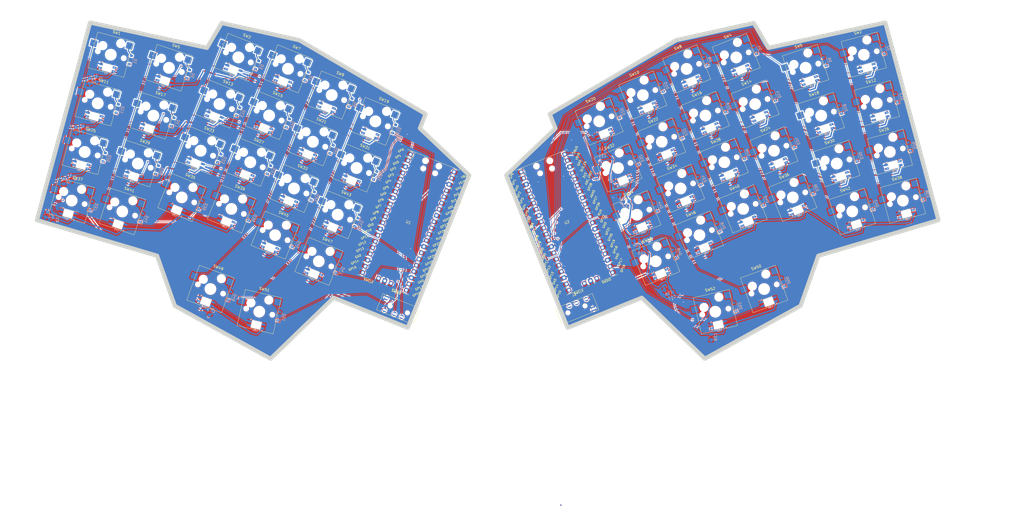
<source format=kicad_pcb>
(kicad_pcb (version 20241229) (generator "pcbnew") (generator_version "9.0")
  (layers (0 "F.Cu" signal) (2 "B.Cu" signal) (13 "F.Paste" user) (15 "B.Paste" user) (5 "F.SilkS" user "F.Silkscreen") (7 "B.SilkS" user "B.Silkscreen") (1 "F.Mask" user) (3 "B.Mask" user) (25 "Edge.Cuts" user))
  (net 0 "")
  (net 1 "L_RGB")
  (net 4 "L_RX")
  (net 5 "L_TX")
  (net 6 "R_RX")
  (net 7 "Net-(D8-A)")
  (net 8 "L_C0")
  (net 9 "Net-(D9-A)")
  (net 10 "L_C1")
  (net 11 "L_C2")
  (net 12 "Net-(D10-A)")
  (net 13 "Net-(D11-A)")
  (net 14 "L_C3")
  (net 15 "Net-(D12-A)")
  (net 16 "L_C4")
  (net 17 "L_C5")
  (net 18 "Net-(D13-A)")
  (net 19 "Net-(D14-A)")
  (net 20 "Net-(D1-A)")
  (net 21 "Net-(D2-A)")
  (net 22 "Net-(D3-A)")
  (net 23 "Net-(D4-A)")
  (net 24 "Net-(D5-A)")
  (net 25 "Net-(D6-A)")
  (net 26 "Net-(D7-A)")
  (net 27 "Net-(D15-A)")
  (net 28 "Net-(D16-A)")
  (net 29 "Net-(D17-A)")
  (net 30 "Net-(D18-A)")
  (net 31 "Net-(D19-A)")
  (net 32 "Net-(D20-A)")
  (net 33 "Net-(D21-A)")
  (net 34 "R_C7")
  (net 35 "Net-(D48-A)")
  (net 36 "Net-(D24-A)")
  (net 37 "R_C6")
  (net 38 "Net-(D26-A)")
  (net 39 "Net-(D28-A)")
  (net 40 "R_C8")
  (net 41 "R_C9")
  (net 42 "R_C10")
  (net 43 "R_C11")
  (net 45 "L_R2")
  (net 46 "L_R0")
  (net 47 "L_R1")
  (net 48 "L_R3")
  (net 49 "L_R4")
  (net 50 "R_R1")
  (net 51 "R_R2")
  (net 52 "R_R0")
  (net 53 "R_R4")
  (net 54 "R_RGB")
  (net 55 "R_R3")
  (net 74 "Net-(D22-A)")
  (net 76 "Net-(D23-A)")
  (net 83 "Net-(D29-A)")
  (net 85 "Net-(D30-A)")
  (net 97 "Net-(D25-A)")
  (net 98 "Net-(L37-DIN)")
  (net 99 "GND")
  (net 100 "L_VBUS")
  (net 101 "R_VBUS")
  (net 102 "Net-(D31-A)")
  (net 103 "Net-(D32-A)")
  (net 104 "Net-(D33-A)")
  (net 105 "Net-(D34-A)")
  (net 106 "Net-(D35-A)")
  (net 107 "Net-(D36-A)")
  (net 108 "Net-(D38-A)")
  (net 109 "Net-(D39-A)")
  (net 110 "Net-(D40-A)")
  (net 111 "Net-(D41-A)")
  (net 112 "Net-(D42-A)")
  (net 113 "Net-(D44-A)")
  (net 114 "Net-(D45-A)")
  (net 115 "Net-(D46-A)")
  (net 116 "Net-(D47-A)")
  (net 117 "Net-(D49-A)")
  (net 118 "Net-(D51-A)")
  (net 119 "Net-(D52-A)")
  (net 120 "Net-(L27-DOUT)")
  (net 121 "Net-(L2-DIN)")
  (net 122 "Net-(L3-DIN)")
  (net 123 "Net-(L19-DIN)")
  (net 124 "Net-(D37-A)")
  (net 125 "Net-(D27-A)")
  (net 126 "Net-(D43-A)")
  (net 127 "Net-(D50-A)")
  (net 128 "Net-(L1-DOUT)")
  (net 129 "Net-(L2-DOUT)")
  (net 130 "Net-(L3-DOUT)")
  (net 131 "Net-(L4-DOUT)")
  (net 132 "Net-(L4-DIN)")
  (net 133 "Net-(L11-DIN)")
  (net 134 "Net-(L7-DOUT)")
  (net 135 "Net-(L12-DIN)")
  (net 136 "Net-(L10-DIN)")
  (net 137 "Net-(L10-DOUT)")
  (net 138 "Net-(L11-DOUT)")
  (net 139 "Net-(L12-DOUT)")
  (net 140 "Net-(L13-DOUT)")
  (net 141 "Net-(L14-DOUT)")
  (net 142 "Net-(L15-DOUT)")
  (net 143 "Net-(L13-DIN)")
  (net 144 "Net-(L14-DIN)")
  (net 145 "Net-(L16-DIN)")
  (net 146 "Net-(L22-DIN)")
  (net 147 "Net-(L21-DOUT)")
  (net 148 "Net-(L23-DIN)")
  (net 149 "Net-(L23-DOUT)")
  (net 150 "Net-(L24-DOUT)")
  (net 151 "Net-(L25-DOUT)")
  (net 152 "Net-(L24-DIN)")
  (net 153 "Net-(L25-DIN)")
  (net 154 "Net-(L26-DOUT)")
  (net 155 "Net-(L26-DIN)")
  (net 156 "Net-(L28-DIN)")
  (net 157 "Net-(L33-DOUT)")
  (net 158 "Net-(L34-DIN)")
  (net 159 "Net-(L35-DOUT)")
  (net 160 "Net-(L36-DOUT)")
  (net 161 "Net-(L37-DOUT)")
  (net 162 "Net-(L38-DOUT)")
  (net 163 "Net-(L39-DOUT)")
  (net 164 "Net-(L35-DIN)")
  (net 165 "Net-(L36-DIN)")
  (net 166 "Net-(L38-DIN)")
  (net 167 "Net-(L40-DIN)")
  (net 168 "Net-(L45-DOUT)")
  (net 169 "Net-(L46-DIN)")
  (net 170 "Net-(L47-DOUT)")
  (net 171 "Net-(L50-DIN)")
  (net 172 "Net-(L49-DOUT)")
  (net 202 "R_TX")
  (footprint "CherryMX_PCB_KailhSocket:CherryMX_1.00u_PCB_KailhSocket" (layer "F.Cu") (at 113.341918 135.34282 -13)
    (property "Reference" "SW51")
    (property "Value" "CherryMX")
  )
  (footprint "CherryMX_PCB_KailhSocket:CherryMX_1.00u_PCB_KailhSocket" (layer "F.Cu") (at 109.941283 78.781732 -22)
    (property "Reference" "SW27")
    (property "Value" "CherryMX")
  )
  (footprint "CherryMX_PCB_KailhSocket:CherryMX_1.00u_PCB_KailhSocket" (layer "F.Cu") (at 331.845666 79.296158 18)
    (property "Reference" "SW30")
    (property "Value" "CherryMX")
  )
  (footprint "CherryMX_PCB_KailhSocket:CherryMX_1.00u_PCB_KailhSocket" (layer "F.Cu") (at 356.89613 93.302671 15)
    (property "Reference" "SW38")
    (property "Value" "CherryMX")
  )
  (footprint "footprints:PJ-320A" (layer "F.Cu") (at 172.014587 139.205228 158)
    (property "Reference" "J1")
    (property "Value" "L_TRRS")
  )
  (footprint "CherryMX_PCB_KailhSocket:CherryMX_1.00u_PCB_KailhSocket" (layer "F.Cu") (at 117.077528 61.118877 -22)
    (property "Reference" "SW15")
    (property "Value" "CherryMX")
  )
  (footprint "footprints:PJ-320A" (layer "F.Cu") (at 225.869285 135.10924 22)
    (property "Reference" "J2")
    (property "Value" "L_TRRS")
  )
  (footprint "CherryMX_PCB_KailhSocket:CherryMX_1.00u_PCB_KailhSocket" (layer "F.Cu") (at 140.749877 53.381148 -22)
    (property "Reference" "SW9")
    (property "Value" "CherryMX")
  )
  (footprint "CherryMX_PCB_KailhSocket:CherryMX_1.00u_PCB_KailhSocket" (layer "F.Cu") (at 143.013436 98.631984 -22)
    (property "Reference" "SW43")
    (property "Value" "CherryMX")
  )
  (footprint "CherryMX_PCB_KailhSocket:CherryMX_1.00u_PCB_KailhSocket" (layer "F.Cu") (at 275.040833 43.456022 22)
    (property "Reference" "SW8")
    (property "Value" "CherryMX")
  )
  (footprint "CherryMX_PCB_KailhSocket:CherryMX_1.00u_PCB_KailhSocket" (layer "F.Cu") (at 289.31334 78.781732 22)
    (property "Reference" "SW28")
    (property "Value" "CherryMX")
  )
  (footprint "CherryMX_PCB_KailhSocket:CherryMX_1.00u_PCB_KailhSocket" (layer "F.Cu") (at 258.504747 53.381148 22)
    (property "Reference" "SW10")
    (property "Value" "CherryMX")
  )
  (footprint "CherryMX_PCB_KailhSocket:CherryMX_1.00u_PCB_KailhSocket" (layer "F.Cu") (at 296.449604 96.444587 22)
    (property "Reference" "SW40")
    (property "Value" "CherryMX")
  )
  (footprint "CherryMX_PCB_KailhSocket:CherryMX_1.00u_PCB_KailhSocket" (layer "F.Cu") (at 265.64101 71.044003 22)
    (property "Reference" "SW22")
    (property "Value" "CherryMX")
  )
  (footprint "CherryMX_PCB_KailhSocket:CherryMX_1.00u_PCB_KailhSocket" (layer "F.Cu") (at 126.47735 88.706858 -22)
    (property "Reference" "SW33")
    (property "Value" "CherryMX")
  )
  (footprint "CherryMX_PCB_KailhSocket:CherryMX_1.00u_PCB_KailhSocket" (layer "F.Cu") (at 256.241188 98.631984 22)
    (property "Reference" "SW44")
    (property "Value" "CherryMX")
  )
  (footprint "CherryMX_PCB_KailhSocket:CherryMX_1.00u_PCB_KailhSocket" (layer "F.Cu") (at 337.732439 97.413775 18)
    (property "Reference" "SW42")
    (property "Value" "CherryMX")
  )
  (footprint "CherryMX_PCB_KailhSocket:CherryMX_1.00u_PCB_KailhSocket" (layer "F.Cu") (at 325.958892 61.178522 18)
    (property "Reference" "SW18")
    (property "Value" "CherryMX")
  )
  (footprint "CherryMX_PCB_KailhSocket:CherryMX_1.00u_PCB_KailhSocket" (layer "F.Cu") (at 102.80502 96.444587 -22)
    (property "Reference" "SW39")
    (property "Value" "CherryMX")
  )
  (footprint "CherryMX_PCB_KailhSocket:CherryMX_1.00u_PCB_KailhSocket" (layer "F.Cu") (at 263.377451 116.29484 22)
    (property "Reference" "SW48")
    (property "Value" "CherryMX")
  )
  (footprint "CherryMX_PCB_KailhSocket:CherryMX_1.00u_PCB_KailhSocket" (layer "F.Cu") (at 272.777273 88.706858 22)
    (property "Reference" "SW34")
    (property "Value" "CherryMX")
  )
  (footprint "CherryMX_PCB_KailhSocket:CherryMX_1.00u_PCB_KailhSocket" (layer "F.Cu") (at 279.913518 106.369713 22)
    (property "Reference" "SW46")
    (property "Value" "CherryMX")
  )
  (footprint "CherryMX_PCB_KailhSocket:CherryMX_1.00u_PCB_KailhSocket" (layer "F.Cu") (at 119.341106 106.369713 -22)
    (property "Reference" "SW45")
    (property "Value" "CherryMX")
  )
  (footprint "CherryMX_PCB_KailhSocket:CherryMX_1.00u_PCB_KailhSocket" (layer "F.Cu") (at 98.287903 56.771495 -22)
    (property "Reference" "SW13")
    (property "Value" "CherryMX")
  )
  (footprint "CherryMX_PCB_KailhSocket:CherryMX_1.00u_PCB_KailhSocket" (layer "F.Cu") (at 351.965628 74.90178 15)
    (property "Reference" "SW26")
    (property "Value" "CherryMX")
  )
  (footprint "CherryMX_PCB_KailhSocket:CherryMX_1.00u_PCB_KailhSocket" (layer "F.Cu") (at 67.408958 79.296158 -18)
    (property "Reference" "SW29")
    (property "Value" "CherryMX")
  )
  (footprint "CherryMX_PCB_KailhSocket:CherryMX_1.00u_PCB_KailhSocket" (layer "F.Cu") (at 249.104943 80.969129 22)
    (property "Reference" "SW32")
    (property "Value" "CherryMX")
  )
  (footprint "CherryMX_PCB_KailhSocket:CherryMX_1.00u_PCB_KailhSocket" (layer "F.Cu") (at 42.358494 93.302671 -15)
    (property "Reference" "SW37")
    (property "Value" "CherryMX")
  )
  (footprint "MCU_RaspberryPi_and_Boards:RPi_Pico_SMD_TH" (layer "F.Cu") (at 169.779921 101.504466 -22)
    (property "Reference" "U1")
    (property "Value" "Pico")
  )
  (footprint "CherryMX_PCB_KailhSocket:CherryMX_1.00u_PCB_KailhSocket" (layer "F.Cu") (at 91.151659 74.43435 -22)
    (property "Reference" "SW23")
    (property "Value" "CherryMX")
  )
  (footprint "CherryMX_PCB_KailhSocket:CherryMX_1.00u_PCB_KailhSocket" (layer "F.Cu") (at 293.830457 39.10864 22)
    (property "Reference" "SW4")
    (property "Value" "CherryMX")
  )
  (footprint "CherryMX_PCB_KailhSocket:CherryMX_1.00u_PCB_KailhSocket" (layer "F.Cu") (at 47.288996 74.90178 -15)
    (property "Reference" "SW25")
    (property "Value" "CherryMX")
  )
  (footprint "CherryMX_PCB_KailhSocket:CherryMX_1.00u_PCB_KailhSocket" (layer "F.Cu") (at 84.015395 92.097206 -22)
    (property "Reference" "SW35")
    (property "Value" "CherryMX")
  )
  (footprint "CherryMX_PCB_KailhSocket:CherryMX_1.00u_PCB_KailhSocket" (layer "F.Cu") (at 347.035126 56.50089 15)
    (property "Reference" "SW12")
    (property "Value" "CherryMX")
  )
  (footprint "CherryMX_PCB_KailhSocket:CherryMX_1.00u_PCB_KailhSocket" (layer "F.Cu") (at 79.182506 43.060905 -18)
    (property "Reference" "SW5")
    (property "Value" "CherryMX")
  )
  (footprint "CherryMX_PCB_KailhSocket:CherryMX_1.00u_PCB_KailhSocket" (layer "F.Cu") (at 133.613613 71.044003 -22)
    (property "Reference" "SW21")
    (property "Value" "CherryMX")
  )
  (footprint "CherryMX_PCB_KailhSocket:CherryMX_1.00u_PCB_KailhSocket" (layer "F.Cu") (at 61.522184 97.413775 -18)
    (property "Reference" "SW41")
    (property "Value" "CherryMX")
  )
  (footprint "MCU_RaspberryPi_and_Boards:RPi_Pico_SMD_TH" (layer "F.Cu") (at 229.744 101.504466 22)
    (property "Reference" "U2")
    (property "Value" "Pico")
  )
  (footprint "CherryMX_PCB_KailhSocket:CherryMX_1.00u_PCB_KailhSocket" (layer "F.Cu") (at 304.374461 126.765291 20)
    (property "Reference" "SW50")
    (property "Value" "CherryMX")
  )
  (footprint "CherryMX_PCB_KailhSocket:CherryMX_1.00u_PCB_KailhSocket" (layer "F.Cu") (at 57.15 38.1 -15)
    (property "Reference" "SW1")
    (property "Value" "CherryMX")
  )
  (footprint "CherryMX_PCB_KailhSocket:CherryMX_1.00u_PCB_KailhSocket" (layer "F.Cu") (at 285.912706 135.34282 13)
    (property "Reference" "SW52")
    (property "Value" "CherryMX")
  )
  (footprint "CherryMX_PCB_KailhSocket:CherryMX_1.00u_PCB_KailhSocket" (layer "F.Cu") (at 315.239228 92.097206 22)
    (property "Reference" "SW36")
    (property "Value" "CherryMX")
  )
  (footprint "CherryMX_PCB_KailhSocket:CherryMX_1.00u_PCB_KailhSocket" (layer "F.Cu") (at 124.213791 43.456022 -22)
    (property "Reference" "SW7")
    (property "Value" "CherryMX")
  )
  (footprint "CherryMX_PCB_KailhSocket:CherryMX_1.00u_PCB_KailhSocket" (layer "F.Cu") (at 342.104624 38.1 15)
    (property "Reference" "SW2")
    (property "Value" "CherryMX")
  )
  (footprint "CherryMX_PCB_KailhSocket:CherryMX_1.00u_PCB_KailhSocket" (layer "F.Cu") (at 105.424166 39.10864 -22)
    (property "Reference" "SW3")
    (property "Value" "CherryMX")
  )
  (footprint "CherryMX_PCB_KailhSocket:CherryMX_1.00u_PCB_KailhSocket" (layer "F.Cu") (at 241.96868 63.306274 22)
    (property "Reference" "SW20")
    (property "Value" "CherryMX")
  )
  (footprint "CherryMX_PCB_KailhSocket:CherryMX_1.00u_PCB_KailhSocket" (layer "F.Cu") (at 73.295732 61.178522 -18)
    (property "Reference" "SW17")
    (property "Value" "CherryMX")
  )
  (footprint "CherryMX_PCB_KailhSocket:CherryMX_1.00u_PCB_KailhSocket" (layer "F.Cu") (at 300.96672 56.771495 22)
    (property "Reference" "SW14")
    (property "Value" "CherryMX")
  )
  (footprint "CherryMX_PCB_KailhSocket:CherryMX_1.00u_PCB_KailhSocket" (layer "F.Cu") (at 135.877173 116.29484 -22)
    (property "Reference" "SW47")
    (property "Value" "CherryMX")
  )
  (footprint "CherryMX_PCB_KailhSocket:CherryMX_1.00u_PCB_KailhSocket" (layer "F.Cu") (at 308.102965 74.43435 22)
    (property "Reference" "SW24")
    (property "Value" "CherryMX")
  )
  (footprint "CherryMX_PCB_KailhSocket:CherryMX_1.00u_PCB_KailhSocket" (layer "F.Cu") (at 282.177096 61.118877 22)
    (property "Reference" "SW16")
    (property "Value" "CherryMX")
  )
  (footprint "CherryMX_PCB_KailhSocket:CherryMX_1.00u_PCB_KailhSocket" (layer "F.Cu") (at 320.072118 43.060905 18)
    (property "Reference" "SW6")
    (property "Value" "CherryMX")
  )
  (footprint "CherryMX_PCB_KailhSocket:CherryMX_1.00u_PCB_KailhSocket" (layer "F.Cu") (at 52.219498 56.50089 -15)
    (property "Reference" "SW11")
    (property "Value" "CherryMX")
  )
  (footprint "CherryMX_PCB_KailhSocket:CherryMX_1.00u_PCB_KailhSocket" (layer "F.Cu") (at 94.880163 126.765291 -20)
    (property "Reference" "SW49")
    (property "Value" "CherryMX")
  )
  (footprint "CherryMX_PCB_KailhSocket:CherryMX_1.00u_PCB_KailhSocket" (layer "F.Cu") (at 150.14968 80.969129 -22)
    (property "Reference" "SW31")
    (property "Value" "CherryMX")
  )
  (footprint "CherryMX_PCB_KailhSocket:CherryMX_1.00u_PCB_KailhSocket" (layer "F.Cu") (at 157.285944 63.306274 -22)
    (property "Reference" "SW19")
    (property "Value" "CherryMX")
  )
  (footprint "footprints:SK6812-MINI-E" (layer "B.Cu") (at 59.946198 102.264163 162)
    (property "Reference" "L41")
    (property "Value" "WS2812B" (hide yes))
    (fp_line (start 1.9 -1.3) (end 1.9 1.3) (stroke (width 0.12)) (layer "Edge.Cuts"))
    (fp_line (start 1.7 1.5) (end -1.7 1.5) (stroke (width 0.12)) (layer "Edge.Cuts"))
    (fp_line (start -1.7 -1.5) (end 1.7 -1.5) (stroke (width 0.12)) (layer "Edge.Cuts"))
    (fp_line (start -1.9 1.3) (end -1.9 -1.3) (stroke (width 0.12)) (layer "Edge.Cuts"))
    (fp_arc (start 1.7 -1.5) (mid 1.841422 -1.441421) (end 1.9 -1.3) (stroke (width 0.12)) (layer "Edge.Cuts"))
    (fp_arc (start 1.9 1.3) (mid 1.841421 1.441421) (end 1.7 1.5) (stroke (width 0.12)) (layer "Edge.Cuts"))
    (fp_arc (start -1.9 -1.3) (mid -1.841421 -1.441421) (end -1.7 -1.5) (stroke (width 0.12)) (layer "Edge.Cuts"))
    (fp_arc (start -1.7 1.5) (mid -1.841421 1.441421) (end -1.9 1.3) (stroke (width 0.12)) (layer "Edge.Cuts"))
  )
  (footprint "Diode_SMD:D_SOD-123" (layer "B.Cu") (at 150.078576 101.486486 68)
    (property "Reference" "D43")
    (property "Value" "D")
  )
  (footprint "Capacitor_SMD:C_0805_2012Metric_Pad1.18x1.45mm_HandSolder" (layer "B.Cu") (at 256.2645 108.585)
    (property "Reference" "C14")
    (property "Value" "C 10uf")
  )
  (footprint "Diode_SMD:D_SOD-123" (layer "B.Cu") (at 86.429556 45.415614 72)
    (property "Reference" "D5")
    (property "Value" "D")
  )
  (footprint "Diode_SMD:D_SOD-123" (layer "B.Cu") (at 349.464978 36.127799 105)
    (property "Reference" "D2")
    (property "Value" "D")
  )
  (footprint "Capacitor_SMD:C_0805_2012Metric_Pad1.18x1.45mm_HandSolder" (layer "B.Cu") (at 268.986 128.397 20)
    (property "Reference" "C17")
    (property "Value" "C 10uf")
  )
  (footprint "Capacitor_SMD:C_0805_2012Metric_Pad1.18x1.45mm_HandSolder" (layer "B.Cu") (at 49.149 48.006 90)
    (property "Reference" "C1")
    (property "Value" "C 10uf")
  )
  (footprint "footprints:SK6812-MINI-E" (layer "B.Cu") (at 358.216107 98.228892 -165)
    (property "Reference" "L38")
    (property "Value" "WS2812B" (hide yes))
    (fp_line (start 1.7 1.5) (end -1.7 1.5) (stroke (width 0.12)) (layer "Edge.Cuts"))
    (fp_line (start 1.9 -1.3) (end 1.9 1.3) (stroke (width 0.12)) (layer "Edge.Cuts"))
    (fp_line (start -1.9 1.3) (end -1.9 -1.3) (stroke (width 0.12)) (layer "Edge.Cuts"))
    (fp_line (start -1.7 -1.5) (end 1.7 -1.5) (stroke (width 0.12)) (layer "Edge.Cuts"))
    (fp_arc (start 1.9 1.3) (mid 1.841422 1.441421) (end 1.7 1.5) (stroke (width 0.12)) (layer "Edge.Cuts"))
    (fp_arc (start 1.7 -1.5) (mid 1.841421 -1.441421) (end 1.9 -1.3) (stroke (width 0.12)) (layer "Edge.Cuts"))
    (fp_arc (start -1.7 1.5) (mid -1.841421 1.441421) (end -1.9 1.3) (stroke (width 0.12)) (layer "Edge.Cuts"))
    (fp_arc (start -1.9 -1.3) (mid -1.841421 -1.441421) (end -1.7 -1.5) (stroke (width 0.12)) (layer "Edge.Cuts"))
  )
  (footprint "Diode_SMD:D_SOD-123" (layer "B.Cu") (at 68.769234 99.768484 72)
    (property "Reference" "D41")
    (property "Value" "D")
  )
  (footprint "Diode_SMD:D_SOD-123" (layer "B.Cu") (at 333.205942 58.823813 108)
    (property "Reference" "D18")
    (property "Value" "D")
  )
  (footprint "Diode_SMD:D_SOD-123" (layer "B.Cu") (at 105.353043 59.625997 68)
    (property "Reference" "D13")
    (property "Value" "D")
  )
  (footprint "Diode_SMD:D_SOD-123" (layer "B.Cu") (at 109.87016 99.299089 68)
    (property "Reference" "D39")
    (property "Value" "D")
  )
  (footprint "footprints:SK6812-MINI-E" (layer "B.Cu") (at 310.013458 79.162987 -158)
    (property "Reference" "L24")
    (property "Value" "WS2812B" (hide yes))
    (fp_line (start 1.699999 1.5) (end -1.699999 1.5) (stroke (width 0.12)) (layer "Edge.Cuts"))
    (fp_line (start 1.9 -1.3) (end 1.9 1.3) (stroke (width 0.12)) (layer "Edge.Cuts"))
    (fp_line (start -1.9 1.3) (end -1.9 -1.3) (stroke (width 0.12)) (layer "Edge.Cuts"))
    (fp_line (start -1.699999 -1.5) (end 1.699999 -1.5) (stroke (width 0.12)) (layer "Edge.Cuts"))
    (fp_arc (start 1.9 1.3) (mid 1.841421 1.441421) (end 1.699999 1.5) (stroke (width 0.12)) (layer "Edge.Cuts"))
    (fp_arc (start 1.699999 -1.5) (mid 1.841421 -1.441422) (end 1.9 -1.3) (stroke (width 0.12)) (layer "Edge.Cuts"))
    (fp_arc (start -1.699999 1.5) (mid -1.84142 1.441422) (end -1.9 1.3) (stroke (width 0.12)) (layer "Edge.Cuts"))
    (fp_arc (start -1.9 -1.3) (mid -1.841421 -1.441421) (end -1.699999 -1.5) (stroke (width 0.12)) (layer "Edge.Cuts"))
  )
  (footprint "footprints:SK6812-MINI-E" (layer "B.Cu") (at 41.038517 98.228892 165)
    (property "Reference" "L37")
    (property "Value" "WS2812B" (hide yes))
    (fp_line (start 1.9 -1.3) (end 1.9 1.3) (stroke (width 0.12)) (layer "Edge.Cuts"))
    (fp_line (start 1.7 1.5) (end -1.7 1.5) (stroke (width 0.12)) (layer "Edge.Cuts"))
    (fp_line (start -1.7 -1.5) (end 1.7 -1.5) (stroke (width 0.12)) (layer "Edge.Cuts"))
    (fp_line (start -1.9 1.3) (end -1.9 -1.3) (stroke (width 0.12)) (layer "Edge.Cuts"))
    (fp_arc (start 1.7 -1.5) (mid 1.841422 -1.441421) (end 1.9 -1.3) (stroke (width 0.12)) (layer "Edge.Cuts"))
    (fp_arc (start 1.9 1.3) (mid 1.841421 1.441421) (end 1.7 1.5) (stroke (width 0.12)) (layer "Edge.Cuts"))
    (fp_arc (start -1.9 -1.3) (mid -1.84142 -1.441421) (end -1.7 -1.5) (stroke (width 0.12)) (layer "Edge.Cuts"))
    (fp_arc (start -1.7 1.5) (mid -1.841421 1.441421) (end -1.9 1.3) (stroke (width 0.12)) (layer "Edge.Cuts"))
  )
  (footprint "Diode_SMD:D_SOD-123" (layer "B.Cu") (at 98.216799 77.288852 68)
    (property "Reference" "D23")
    (property "Value" "D")
  )
  (footprint "footprints:SK6812-MINI-E" (layer "B.Cu") (at 131.70312 75.77264 158)
    (property "Reference" "L21")
    (property "Value" "WS2812B" (hide yes))
    (fp_line (start 1.9 -1.3) (end 1.9 1.3) (stroke (width 0.12)) (layer "Edge.Cuts"))
    (fp_line (start 1.699999 1.5) (end -1.699999 1.5) (stroke (width 0.12)) (layer "Edge.Cuts"))
    (fp_line (start -1.699999 -1.5) (end 1.699999 -1.5) (stroke (width 0.12)) (layer "Edge.Cuts"))
    (fp_line (start -1.9 1.3) (end -1.9 -1.3) (stroke (width 0.12)) (layer "Edge.Cuts"))
    (fp_arc (start 1.699999 -1.5) (mid 1.841421 -1.441421) (end 1.9 -1.3) (stroke (width 0.12)) (layer "Edge.Cuts"))
    (fp_arc (start 1.9 1.3) (mid 1.841421 1.441422) (end 1.699999 1.5) (stroke (width 0.12)) (layer "Edge.Cuts"))
    (fp_arc (start -1.9 -1.3) (mid -1.841421 -1.441422) (end -1.699999 -1.5) (stroke (width 0.12)) (layer "Edge.Cuts"))
    (fp_arc (start -1.699999 1.5) (mid -1.841421 1.441421) (end -1.9 1.3) (stroke (width 0.12)) (layer "Edge.Cuts"))
  )
  (footprint "footprints:SK6812-MINI-E" (layer "B.Cu") (at 65.832972 84.146546 162)
    (property "Reference" "L29")
    (property "Value" "WS2812B" (hide yes))
    (fp_line (start 1.9 -1.3) (end 1.9 1.3) (stroke (width 0.12)) (layer "Edge.Cuts"))
    (fp_line (start 1.7 1.5) (end -1.7 1.5) (stroke (width 0.12)) (layer "Edge.Cuts"))
    (fp_line (start -1.7 -1.5) (end 1.7 -1.5) (stroke (width 0.12)) (layer "Edge.Cuts"))
    (fp_line (start -1.9 1.3) (end -1.9 -1.3) (stroke (width 0.12)) (layer "Edge.Cuts"))
    (fp_arc (start 1.7 -1.5) (mid 1.841422 -1.441421) (end 1.9 -1.3) (stroke (width 0.12)) (layer "Edge.Cuts"))
    (fp_arc (start 1.9 1.3) (mid 1.841421 1.441421) (end 1.7 1.5) (stroke (width 0.12)) (layer "Edge.Cuts"))
    (fp_arc (start -1.9 -1.3) (mid -1.841421 -1.441421) (end -1.7 -1.5) (stroke (width 0.12)) (layer "Edge.Cuts"))
    (fp_arc (start -1.7 1.5) (mid -1.841421 1.441421) (end -1.9 1.3) (stroke (width 0.12)) (layer "Edge.Cuts"))
  )
  (footprint "Diode_SMD:D_SOD-123" (layer "B.Cu") (at 286.978658 103.515211 112)
    (property "Reference" "D46")
    (property "Value" "D")
  )
  (footprint "footprints:SK6812-MINI-E" (layer "B.Cu") (at 93.135861 131.557723 160)
    (property "Reference" "L49")
    (property "Value" "WS2812B" (hide yes))
    (fp_line (start 1.9 -1.3) (end 1.9 1.3) (stroke (width 0.12)) (layer "Edge.Cuts"))
    (fp_line (start 1.7 1.5) (end -1.7 1.5) (stroke (width 0.12)) (layer "Edge.Cuts"))
    (fp_line (start -1.7 -1.5) (end 1.7 -1.5) (stroke (width 0.12)) (layer "Edge.Cuts"))
    (fp_line (start -1.9 1.3) (end -1.9 -1.3) (stroke (width 0.12)) (layer "Edge.Cuts"))
    (fp_arc (start 1.7 -1.5) (mid 1.841421 -1.441421) (end 1.9 -1.3) (stroke (width 0.12)) (layer "Edge.Cuts"))
    (fp_arc (start 1.9 1.3) (mid 1.841422 1.441422) (end 1.7 1.5) (stroke (width 0.12)) (layer "Edge.Cuts"))
    (fp_arc (start -1.9 -1.3) (mid -1.84142 -1.441421) (end -1.7 -1.5) (stroke (width 0.12)) (layer "Edge.Cuts"))
    (fp_arc (start -1.7 1.5) (mid -1.841421 1.441421) (end -1.9 1.3) (stroke (width 0.12)) (layer "Edge.Cuts"))
  )
  (footprint "footprints:SK6812-MINI-E" (layer "B.Cu") (at 89.241166 79.162987 158)
    (property "Reference" "L23")
    (property "Value" "WS2812B" (hide yes))
    (fp_line (start 1.9 -1.3) (end 1.9 1.3) (stroke (width 0.12)) (layer "Edge.Cuts"))
    (fp_line (start 1.699999 1.5) (end -1.699999 1.5) (stroke (width 0.12)) (layer "Edge.Cuts"))
    (fp_line (start -1.699999 -1.5) (end 1.699999 -1.5) (stroke (width 0.12)) (layer "Edge.Cuts"))
    (fp_line (start -1.9 1.3) (end -1.9 -1.3) (stroke (width 0.12)) (layer "Edge.Cuts"))
    (fp_arc (start 1.699999 -1.5) (mid 1.841421 -1.441421) (end 1.9 -1.3) (stroke (width 0.12)) (layer "Edge.Cuts"))
    (fp_arc (start 1.9 1.3) (mid 1.841421 1.441422) (end 1.699999 1.5) (stroke (width 0.12)) (layer "Edge.Cuts"))
    (fp_arc (start -1.9 -1.3) (mid -1.841421 -1.441422) (end -1.699999 -1.5) (stroke (width 0.12)) (layer "Edge.Cuts"))
    (fp_arc (start -1.699999 1.5) (mid -1.841421 1.441421) (end -1.9 1.3) (stroke (width 0.12)) (layer "Edge.Cuts"))
  )
  (footprint "footprints:SK6812-MINI-E" (layer "B.Cu") (at 82.104902 96.825843 158)
    (property "Reference" "L35")
    (property "Value" "WS2812B" (hide yes))
    (fp_line (start 1.9 -1.3) (end 1.9 1.3) (stroke (width 0.12)) (layer "Edge.Cuts"))
    (fp_line (start 1.699999 1.5) (end -1.699999 1.5) (stroke (width 0.12)) (layer "Edge.Cuts"))
    (fp_line (start -1.699999 -1.5) (end 1.699999 -1.5) (stroke (width 0.12)) (layer "Edge.Cuts"))
    (fp_line (start -1.9 1.3) (end -1.9 -1.3) (stroke (width 0.12)) (layer "Edge.Cuts"))
    (fp_arc (start 1.699999 -1.5) (mid 1.841421 -1.441421) (end 1.9 -1.3) (stroke (width 0.12)) (layer "Edge.Cuts"))
    (fp_arc (start 1.9 1.3) (mid 1.841421 1.441422) (end 1.699999 1.5) (stroke (width 0.12)) (layer "Edge.Cuts"))
    (fp_arc (start -1.9 -1.3) (mid -1.841421 -1.441422) (end -1.699999 -1.5) (stroke (width 0.12)) (layer "Edge.Cuts"))
    (fp_arc (start -1.699999 1.5) (mid -1.841421 1.441421) (end -1.9 1.3) (stroke (width 0.12)) (layer "Edge.Cuts"))
  )
  (footprint "footprints:SK6812-MINI-E" (layer "B.Cu") (at 260.41524 58.109785 -158)
    (property "Reference" "L10")
    (property "Value" "WS2812B" (hide yes))
    (fp_line (start 1.699999 1.5) (end -1.699999 1.5) (stroke (width 0.12)) (layer "Edge.Cuts"))
    (fp_line (start 1.9 -1.3) (end 1.9 1.3) (stroke (width 0.12)) (layer "Edge.Cuts"))
    (fp_line (start -1.9 1.3) (end -1.9 -1.3) (stroke (width 0.12)) (layer "Edge.Cuts"))
    (fp_line (start -1.699999 -1.5) (end 1.699999 -1.5) (stroke (width 0.12)) (layer "Edge.Cuts"))
    (fp_arc (start 1.9 1.3) (mid 1.841421 1.441421) (end 1.699999 1.5) (stroke (width 0.12)) (layer "Edge.Cuts"))
    (fp_arc (start 1.699999 -1.5) (mid 1.841421 -1.441422) (end 1.9 -1.3) (stroke (width 0.12)) (layer "Edge.Cuts"))
    (fp_arc (start -1.699999 1.5) (mid -1.84142 1.441422) (end -1.9 1.3) (stroke (width 0.12)) (layer "Edge.Cuts"))
    (fp_arc (start -1.9 -1.3) (mid -1.841421 -1.441421) (end -1.699999 -1.5) (stroke (width 0.12)) (layer "Edge.Cuts"))
  )
  (footprint "footprints:SK6812-MINI-E" (layer "B.Cu") (at 317.149721 96.825843 -158)
    (property "Reference" "L36")
    (property "Value" "WS2812B" (hide yes))
    (fp_line (start 1.699999 1.5) (end -1.699999 1.5) (stroke (width 0.12)) (layer "Edge.Cuts"))
    (fp_line (start 1.9 -1.3) (end 1.9 1.3) (stroke (width 0.12)) (layer "Edge.Cuts"))
    (fp_line (start -1.9 1.3) (end -1.9 -1.3) (stroke (width 0.12)) (layer "Edge.Cuts"))
    (fp_line (start -1.699999 -1.5) (end 1.699999 -1.5) (stroke (width 0.12)) (layer "Edge.Cuts"))
    (fp_arc (start 1.9 1.3) (mid 1.841421 1.441421) (end 1.699999 1.5) (stroke (width 0.12)) (layer "Edge.Cuts"))
    (fp_arc (start 1.699999 -1.5) (mid 1.841421 -1.441422) (end 1.9 -1.3) (stroke (width 0.12)) (layer "Edge.Cuts"))
    (fp_arc (start -1.699999 1.5) (mid -1.84142 1.441422) (end -1.9 1.3) (stroke (width 0.12)) (layer "Edge.Cuts"))
    (fp_arc (start -1.9 -1.3) (mid -1.841421 -1.441421) (end -1.699999 -1.5) (stroke (width 0.12)) (layer "Edge.Cuts"))
  )
  (footprint "footprints:SK6812-MINI-E" (layer "B.Cu") (at 50.899521 61.427111 165)
    (property "Reference" "L11")
    (property "Value" "WS2812B" (hide yes))
    (fp_line (start 1.9 -1.3) (end 1.9 1.3) (stroke (width 0.12)) (layer "Edge.Cuts"))
    (fp_line (start 1.7 1.5) (end -1.7 1.5) (stroke (width 0.12)) (layer "Edge.Cuts"))
    (fp_line (start -1.7 -1.5) (end 1.7 -1.5) (stroke (width 0.12)) (layer "Edge.Cuts"))
    (fp_line (start -1.9 1.3) (end -1.9 -1.3) (stroke (width 0.12)) (layer "Edge.Cuts"))
    (fp_arc (start 1.7 -1.5) (mid 1.841422 -1.441421) (end 1.9 -1.3) (stroke (width 0.12)) (layer "Edge.Cuts"))
    (fp_arc (start 1.9 1.3) (mid 1.841421 1.441421) (end 1.7 1.5) (stroke (width 0.12)) (layer "Edge.Cuts"))
    (fp_arc (start -1.9 -1.3) (mid -1.84142 -1.441421) (end -1.7 -1.5) (stroke (width 0.12)) (layer "Edge.Cuts"))
    (fp_arc (start -1.7 1.5) (mid -1.841421 1.441421) (end -1.9 1.3) (stroke (width 0.12)) (layer "Edge.Cuts"))
  )
  (footprint "footprints:SK6812-MINI-E" (layer "B.Cu") (at 115.167035 65.847514 158)
    (property "Reference" "L15")
    (property "Value" "WS2812B" (hide yes))
    (fp_line (start 1.9 -1.3) (end 1.9 1.3) (stroke (width 0.12)) (layer "Edge.Cuts"))
    (fp_line (start 1.699999 1.5) (end -1.699999 1.5) (stroke (width 0.12)) (layer "Edge.Cuts"))
    (fp_line (start -1.699999 -1.5) (end 1.699999 -1.5) (stroke (width 0.12)) (layer "Edge.Cuts"))
    (fp_line (start -1.9 1.3) (end -1.9 -1.3) (stroke (width 0.12)) (layer "Edge.Cuts"))
    (fp_arc (start 1.699999 -1.5) (mid 1.841421 -1.441421) (end 1.9 -1.3) (stroke (width 0.12)) (layer "Edge.Cuts"))
    (fp_arc (start 1.9 1.3) (mid 1.841421 1.441422) (end 1.699999 1.5) (stroke (width 0.12)) (layer "Edge.Cuts"))
    (fp_arc (start -1.9 -1.3) (mid -1.841421 -1.441422) (end -1.699999 -1.5) (stroke (width 0.12)) (layer "Edge.Cuts"))
    (fp_arc (start -1.699999 1.5) (mid -1.841421 1.441421) (end -1.9 1.3) (stroke (width 0.12)) (layer "Edge.Cuts"))
  )
  (footprint "Capacitor_SMD:C_0805_2012Metric_Pad1.18x1.45mm_HandSolder" (layer "B.Cu") (at 284.353 144.907 90)
    (property "Reference" "C18")
    (property "Value" "C 10uf")
  )
  (footprint "footprints:SK6812-MINI-E" (layer "B.Cu") (at 327.534878 66.02891 -162)
    (property "Reference" "L18")
    (property "Value" "WS2812B" (hide yes))
    (fp_line (start 1.7 1.5) (end -1.7 1.5) (stroke (width 0.12)) (layer "Edge.Cuts"))
    (fp_line (start 1.9 -1.3) (end 1.9 1.3) (stroke (width 0.12)) (layer "Edge.Cuts"))
    (fp_line (start -1.9 1.3) (end -1.9 -1.3) (stroke (width 0.12)) (layer "Edge.Cuts"))
    (fp_line (start -1.7 -1.5) (end 1.7 -1.5) (stroke (width 0.12)) (layer "Edge.Cuts"))
    (fp_arc (start 1.9 1.3) (mid 1.841422 1.441421) (end 1.7 1.5) (stroke (width 0.12)) (layer "Edge.Cuts"))
    (fp_arc (start 1.7 -1.5) (mid 1.841421 -1.441422) (end 1.9 -1.3) (stroke (width 0.12)) (layer "Edge.Cuts"))
    (fp_arc (start -1.7 1.5) (mid -1.841421 1.441421) (end -1.9 1.3) (stroke (width 0.12)) (layer "Edge.Cuts"))
    (fp_arc (start -1.9 -1.3) (mid -1.841421 -1.441421) (end -1.7 -1.5) (stroke (width 0.12)) (layer "Edge.Cuts"))
  )
  (footprint "Diode_SMD:D_SOD-123" (layer "B.Cu") (at 112.489306 41.963142 68)
    (property "Reference" "D3")
    (property "Value" "D")
  )
  (footprint "footprints:SK6812-MINI-E" (layer "B.Cu") (at 96.37741 61.500132 158)
    (property "Reference" "L13")
    (property "Value" "WS2812B" (hide yes))
    (fp_line (start 1.9 -1.3) (end 1.9 1.3) (stroke (width 0.12)) (layer "Edge.Cuts"))
    (fp_line (start 1.699999 1.5) (end -1.699999 1.5) (stroke (width 0.12)) (layer "Edge.Cuts"))
    (fp_line (start -1.699999 -1.5) (end 1.699999 -1.5) (stroke (width 0.12)) (layer "Edge.Cuts"))
    (fp_line (start -1.9 1.3) (end -1.9 -1.3) (stroke (width 0.12)) (layer "Edge.Cuts"))
    (fp_arc (start 1.699999 -1.5) (mid 1.841421 -1.441421) (end 1.9 -1.3) (stroke (width 0.12)) (layer "Edge.Cuts"))
    (fp_arc (start 1.9 1.3) (mid 1.841421 1.441422) (end 1.699999 1.5) (stroke (width 0.12)) (layer "Edge.Cuts"))
    (fp_arc (start -1.9 -1.3) (mid -1.841421 -1.441422) (end -1.699999 -1.5) (stroke (width 0.12)) (layer "Edge.Cuts"))
    (fp_arc (start -1.699999 1.5) (mid -1.841421 1.441421) (end -1.9 1.3) (stroke (width 0.12)) (layer "Edge.Cuts"))
  )
  (footprint "Diode_SMD:D_SOD-123" (layer "B.Cu") (at 59.579852 58.473091 75)
    (property "Reference" "D11")
    (property "Value" "D")
  )
  (footprint "Diode_SMD:D_SOD-123" (layer "B.Cu") (at 131.278931 46.310524 68)
    (property "Reference" "D7")
    (property "Value" "D")
  )
  (footprint "Diode_SMD:D_SOD-123" (layer "B.Cu") (at 80.542782 63.533231 72)
    (property "Reference" "D17")
    (property "Value" "D")
  )
  (footprint "footprints:SK6812-MINI-E" (layer "B.Cu") (at 343.424601 43.026221 -165)
    (property "Reference" "L2")
    (property "Value" "WS2812B" (hide yes))
    (fp_line (start 1.7 1.5) (end -1.7 1.5) (stroke (width 0.12)) (layer "Edge.Cuts"))
    (fp_line (start 1.9 -1.3) (end 1.9 1.3) (stroke (width 0.12)) (layer "Edge.Cuts"))
    (fp_line (start -1.9 1.3) (end -1.9 -1.3) (stroke (width 0.12)) (layer "Edge.Cuts"))
    (fp_line (start -1.7 -1.5) (end 1.7 -1.5) (stroke (width 0.12)) (layer "Edge.Cuts"))
    (fp_arc (start 1.9 1.3) (mid 1.841422 1.441421) (end 1.7 1.5) (stroke (width 0.12)) (layer "Edge.Cuts"))
    (fp_arc (start 1.7 -1.5) (mid 1.841421 -1.441421) (end 1.9 -1.3) (stroke (width 0.12)) (layer "Edge.Cuts"))
    (fp_arc (start -1.7 1.5) (mid -1.841421 1.441421) (end -1.9 1.3) (stroke (width 0.12)) (layer "Edge.Cuts"))
    (fp_arc (start -1.9 -1.3) (mid -1.841421 -1.441421) (end -1.7 -1.5) (stroke (width 0.12)) (layer "Edge.Cuts"))
  )
  (footprint "footprints:SK6812-MINI-E" (layer "B.Cu") (at 287.059956 140.312107 -167)
    (property "Reference" "L52")
    (property "Value" "WS2812B" (hide yes))
    (fp_line (start 1.7 1.5) (end -1.7 1.5) (stroke (width 0.12)) (layer "Edge.Cuts"))
    (fp_line (start 1.9 -1.3) (end 1.9 1.3) (stroke (width 0.12)) (layer "Edge.Cuts"))
    (fp_line (start -1.9 1.3) (end -1.9 -1.3) (stroke (width 0.12)) (layer "Edge.Cuts"))
    (fp_line (start -1.7 -1.5) (end 1.7 -1.5) (stroke (width 0.12)) (layer "Edge.Cuts"))
    (fp_arc (start 1.9 1.3) (mid 1.841421 1.441421) (end 1.7 1.5) (stroke (width 0.12)) (layer "Edge.Cuts"))
    (fp_arc (start 1.7 -1.5) (mid 1.841422 -1.441421) (end 1.9 -1.3) (stroke (width 0.12)) (layer "Edge.Cuts"))
    (fp_arc (start -1.7 1.5) (mid -1.841422 1.441421) (end -1.9 1.3) (stroke (width 0.12)) (layer "Edge.Cuts"))
    (fp_arc (start -1.9 -1.3) (mid -1.841421 -1.441421) (end -1.7 -1.5) (stroke (width 0.12)) (layer "Edge.Cuts"))
  )
  (footprint "Diode_SMD:D_SOD-123" (layer "B.Cu") (at 293.337405 133.628693 103)
    (property "Reference" "D52")
    (property "Value" "D")
  )
  (footprint "footprints:SK6812-MINI-E" (layer "B.Cu") (at 138.839384 58.109785 158)
    (property "Reference" "L9")
    (property "Value" "WS2812B" (hide yes))
    (fp_line (start 1.9 -1.3) (end 1.9 1.3) (stroke (width 0.12)) (layer "Edge.Cuts"))
    (fp_line (start 1.699999 1.5) (end -1.699999 1.5) (stroke (width 0.12)) (layer "Edge.Cuts"))
    (fp_line (start -1.699999 -1.5) (end 1.699999 -1.5) (stroke (width 0.12)) (layer "Edge.Cuts"))
    (fp_line (start -1.9 1.3) (end -1.9 -1.3) (stroke (width 0.12)) (layer "Edge.Cuts"))
    (fp_arc (start 1.699999 -1.5) (mid 1.841421 -1.441421) (end 1.9 -1.3) (stroke (width 0.12)) (layer "Edge.Cuts"))
    (fp_arc (start 1.9 1.3) (mid 1.841421 1.441422) (end 1.699999 1.5) (stroke (width 0.12)) (layer "Edge.Cuts"))
    (fp_arc (start -1.9 -1.3) (mid -1.841421 -1.441422) (end -1.699999 -1.5) (stroke (width 0.12)) (layer "Edge.Cuts"))
    (fp_arc (start -1.699999 1.5) (mid -1.841421 1.441421) (end -1.9 1.3) (stroke (width 0.12)) (layer "Edge.Cuts"))
  )
  (footprint "Capacitor_SMD:C_0805_2012Metric_Pad1.18x1.45mm_HandSolder" (layer "B.Cu") (at 267.716 126.746 20)
    (property "Reference" "C16")
    (property "Value" "C 10uf")
  )
  (footprint "footprints:SK6812-MINI-E" (layer "B.Cu") (at 141.102943 103.360621 158)
    (property "Reference" "L43")
    (property "Value" "WS2812B" (hide yes))
    (fp_line (start 1.9 -1.3) (end 1.9 1.3) (stroke (width 0.12)) (layer "Edge.Cuts"))
    (fp_line (start 1.7 1.5) (end -1.699999 1.5) (stroke (width 0.12)) (layer "Edge.Cuts"))
    (fp_line (start -1.7 -1.5) (end 1.699999 -1.5) (stroke (width 0.12)) (layer "Edge.Cuts"))
    (fp_line (start -1.9 1.3) (end -1.9 -1.3) (stroke (width 0.12)) (layer "Edge.Cuts"))
    (fp_arc (start 1.699999 -1.5) (mid 1.841421 -1.441421) (end 1.9 -1.3) (stroke (width 0.12)) (layer "Edge.Cuts"))
    (fp_arc (start 1.9 1.3) (mid 1.841421 1.441421) (end 1.7 1.5) (stroke (width 0.12)) (layer "Edge.Cuts"))
    (fp_arc (start -1.9 -1.3) (mid -1.841421 -1.441421) (end -1.7 -1.5) (stroke (width 0.12)) (layer "Edge.Cuts"))
    (fp_arc (start -1.699999 1.5) (mid -1.841421 1.441421) (end -1.9 1.3) (stroke (width 0.12)) (layer "Edge.Cuts"))
  )
  (footprint "Diode_SMD:D_SOD-123" (layer "B.Cu") (at 147.815017 56.23565 68)
    (property "Reference" "D9")
    (property "Value" "D")
  )
  (footprint "footprints:SK6812-MINI-E" (layer "B.Cu") (at 155.375451 68.034911 158)
    (property "Reference" "L19")
    (property "Value" "WS2812B" (hide yes))
    (fp_line (start 1.9 -1.3) (end 1.9 1.3) (stroke (width 0.12)) (layer "Edge.Cuts"))
    (fp_line (start 1.7 1.5) (end -1.699999 1.5) (stroke (width 0.12)) (layer "Edge.Cuts"))
    (fp_line (start -1.7 -1.5) (end 1.699999 -1.5) (stroke (width 0.12)) (layer "Edge.Cuts"))
    (fp_line (start -1.9 1.3) (end -1.9 -1.3) (stroke (width 0.12)) (layer "Edge.Cuts"))
    (fp_arc (start 1.699999 -1.5) (mid 1.841421 -1.441421) (end 1.9 -1.3) (stroke (width 0.12)) (layer "Edge.Cuts"))
    (fp_arc (start 1.9 1.3) (mid 1.841421 1.441421) (end 1.7 1.5) (stroke (width 0.12)) (layer "Edge.Cuts"))
    (fp_arc (start -1.9 -1.3) (mid -1.841421 -1.441421) (end -1.7 -1.5) (stroke (width 0.12)) (layer "Edge.Cuts"))
    (fp_arc (start -1.699999 1.5) (mid -1.841421 1.441421) (end -1.9 1.3) (stroke (width 0.12)) (layer "Edge.Cuts"))
  )
  (footprint "Diode_SMD:D_SOD-123" (layer "B.Cu") (at 344.979489 95.059066 108)
    (property "Reference" "D42")
    (property "Value" "D")
  )
  (footprint "Capacitor_SMD:C_0805_2012Metric_Pad1.18x1.45mm_HandSolder" (layer "B.Cu") (at 42.037 84.8145 90)
    (property "Reference" "C6")
    (property "Value" "C 10uf")
  )
  (footprint "Diode_SMD:D_SOD-123" (layer "B.Cu") (at 303.514744 93.590085 112)
    (property "Reference" "D40")
    (property "Value" "D")
  )
  (footprint "footprints:SK6812-MINI-E" (layer "B.Cu") (at 276.951326 48.184659 -158)
    (property "Reference" "L8")
    (property "Value" "WS2812B" (hide yes))
    (fp_line (start 1.699999 1.5) (end -1.699999 1.5) (stroke (width 0.12)) (layer "Edge.Cuts"))
    (fp_line (start 1.9 -1.3) (end 1.9 1.3) (stroke (width 0.12)) (layer "Edge.Cuts"))
    (fp_line (start -1.9 1.3) (end -1.9 -1.3) (stroke (width 0.12)) (layer "Edge.Cuts"))
    (fp_line (start -1.699999 -1.5) (end 1.699999 -1.5) (stroke (width 0.12)) (layer "Edge.Cuts"))
    (fp_arc (start 1.9 1.3) (mid 1.841421 1.441421) (end 1.699999 1.5) (stroke (width 0.12)) (layer "Edge.Cuts"))
    (fp_arc (start 1.699999 -1.5) (mid 1.841421 -1.441422) (end 1.9 -1.3) (stroke (width 0.12)) (layer "Edge.Cuts"))
    (fp_arc (start -1.699999 1.5) (mid -1.84142 1.441422) (end -1.9 1.3) (stroke (width 0.12)) (layer "Edge.Cuts"))
    (fp_arc (start -1.9 -1.3) (mid -1.841421 -1.441421) (end -1.699999 -1.5) (stroke (width 0.12)) (layer "Edge.Cuts"))
  )
  (footprint "Diode_SMD:D_SOD-123" (layer "B.Cu") (at 140.678753 73.898505 68)
    (property "Reference" "D21")
    (property "Value" "D")
  )
  (footprint "footprints:SK6812-MINI-E" (layer "B.Cu") (at 55.830023 43.026221 165)
    (property "Reference" "L1")
    (property "Value" "WS2812B" (hide yes))
    (fp_line (start 1.9 -1.3) (end 1.9 1.3) (stroke (width 0.12)) (layer "Edge.Cuts"))
    (fp_line (start 1.7 1.5) (end -1.7 1.5) (stroke (width 0.12)) (layer "Edge.Cuts"))
    (fp_line (start -1.7 -1.5) (end 1.7 -1.5) (stroke (width 0.12)) (layer "Edge.Cuts"))
    (fp_line (start -1.9 1.3) (end -1.9 -1.3) (stroke (width 0.12)) (layer "Edge.Cuts"))
    (fp_arc (start 1.7 -1.5) (mid 1.841422 -1.441421) (end 1.9 -1.3) (stroke (width 0.12)) (layer "Edge.Cuts"))
    (fp_arc (start 1.9 1.3) (mid 1.841421 1.441421) (end 1.7 1.5) (stroke (width 0.12)) (layer "Edge.Cuts"))
    (fp_arc (start -1.9 -1.3) (mid -1.84142 -1.441421) (end -1.7 -1.5) (stroke (width 0.12)) (layer "Edge.Cuts"))
    (fp_arc (start -1.7 1.5) (mid -1.841421 1.441421) (end -1.9 1.3) (stroke (width 0.12)) (layer "Edge.Cuts"))
  )
  (footprint "Diode_SMD:D_SOD-123" (layer "B.Cu") (at 339.092716 76.941449 108)
    (property "Reference" "D30")
    (property "Value" "D")
  )
  (footprint "Diode_SMD:D_SOD-123" (layer "B.Cu") (at 256.170083 78.114627 112)
    (property "Reference" "D32")
    (property "Value" "D")
  )
  (footprint "footprints:SK6812-MINI-E" (layer "B.Cu") (at 274.687766 93.435495 -158)
    (property "Reference" "L34")
    (property "Value" "WS2812B" (hide yes))
    (fp_line (start 1.699999 1.5) (end -1.699999 1.5) (stroke (width 0.12)) (layer "Edge.Cuts"))
    (fp_line (start 1.9 -1.3) (end 1.9 1.3) (stroke (width 0.12)) (layer "Edge.Cuts"))
    (fp_line (start -1.9 1.3) (end -1.9 -1.3) (stroke (width 0.12)) (layer "Edge.Cuts"))
    (fp_line (start -1.699999 -1.5) (end 1.699999 -1.5) (stroke (width 0.12)) (layer "Edge.Cuts"))
    (fp_arc (start 1.9 1.3) (mid 1.841421 1.441421) (end 1.699999 1.5) (stroke (width 0.12)) (layer "Edge.Cuts"))
    (fp_arc (start 1.699999 -1.5) (mid 1.841421 -1.441422) (end 1.9 -1.3) (stroke (width 0.12)) (layer "Edge.Cuts"))
    (fp_arc (start -1.699999 1.5) (mid -1.84142 1.441422) (end -1.9 1.3) (stroke (width 0.12)) (layer "Edge.Cuts"))
    (fp_arc (start -1.9 -1.3) (mid -1.841421 -1.441421) (end -1.699999 -1.5) (stroke (width 0.12)) (layer "Edge.Cuts"))
  )
  (footprint "Diode_SMD:D_SOD-123" (layer "B.Cu") (at 117.006423 81.636234 68)
    (property "Reference" "D27")
    (property "Value" "D")
  )
  (footprint "footprints:SK6812-MINI-E" (layer "B.Cu") (at 133.96668 121.023477 158)
    (property "Reference" "L47")
    (property "Value" "WS2812B" (hide yes))
    (fp_line (start 1.9 -1.3) (end 1.9 1.3) (stroke (width 0.12)) (layer "Edge.Cuts"))
    (fp_line (start 1.7 1.5) (end -1.699999 1.5) (stroke (width 0.12)) (layer "Edge.Cuts"))
    (fp_line (start -1.7 -1.5) (end 1.699999 -1.5) (stroke (width 0.12)) (layer "Edge.Cuts"))
    (fp_line (start -1.9 1.3) (end -1.9 -1.3) (stroke (width 0.12)) (layer "Edge.Cuts"))
    (fp_arc (start 1.699999 -1.5) (mid 1.841421 -1.441421) (end 1.9 -1.3) (stroke (width 0.12)) (layer "Edge.Cuts"))
    (fp_arc (start 1.9 1.3) (mid 1.841421 1.441421) (end 1.7 1.5) (stroke (width 0.12)) (layer "Edge.Cuts"))
    (fp_arc (start -1.9 -1.3) (mid -1.841421 -1.441421) (end -1.7 -1.5) (stroke (width 0.12)) (layer "Edge.Cuts"))
    (fp_arc (start -1.699999 1.5) (mid -1.841421 1.441421) (end -1.9 1.3) (stroke (width 0.12)) (layer "Edge.Cuts"))
  )
  (footprint "Diode_SMD:D_SOD-123" (layer "B.Cu") (at 64.510354 40.072201 75)
    (property "Reference" "D1")
    (property "Value" "D")
  )
  (footprint "footprints:SK6812-MINI-E" (layer "B.Cu") (at 265.287944 121.023477 -158)
    (property "Reference" "L48")
    (property "Value" "WS2812B" (hide yes))
    (fp_line (start 1.699999 1.5) (end -1.7 1.5) (stroke (width 0.12)) (layer "Edge.Cuts"))
    (fp_line (start 1.9 -1.3) (end 1.9 1.3) (stroke (width 0.12)) (layer "Edge.Cuts"))
    (fp_line (start -1.9 1.3) (end -1.9 -1.3) (stroke (width 0.12)) (layer "Edge.Cuts"))
    (fp_line (start -1.699999 -1.5) (end 1.7 -1.5) (stroke (width 0.12)) (layer "Edge.Cuts"))
    (fp_arc (start 1.9 1.3) (mid 1.841421 1.441421) (end 1.699999 1.5) (stroke (width 0.12)) (layer "Edge.Cuts"))
    (fp_arc (start 1.7 -1.5) (mid 1.841421 -1.441421) (end 1.9 -1.3) (stroke (width 0.12)) (layer "Edge.Cuts"))
    (fp_arc (start -1.7 1.5) (mid -1.841421 1.44142) (end -1.9 1.3) (stroke (width 0.12)) (layer "Edge.Cuts"))
    (fp_arc (start -1.9 -1.3) (mid -1.841421 -1.441421) (end -1.699999 -1.5) (stroke (width 0.12)) (layer "Edge.Cuts"))
  )
  (footprint "footprints:SK6812-MINI-E" (layer "B.Cu") (at 339.308425 102.264163 -162)
    (property "Reference" "L42")
    (property "Value" "WS2812B" (hide yes))
    (fp_line (start 1.7 1.5) (end -1.7 1.5) (stroke (width 0.12)) (layer "Edge.Cuts"))
    (fp_line (start 1.9 -1.3) (end 1.9 1.3) (stroke (width 0.12)) (layer "Edge.Cuts"))
    (fp_line (start -1.9 1.3) (end -1.9 -1.3) (stroke (width 0.12)) (layer "Edge.Cuts"))
    (fp_line (start -1.7 -1.5) (end 1.7 -1.5) (stroke (width 0.12)) (layer "Edge.Cuts"))
    (fp_arc (start 1.9 1.3) (mid 1.841422 1.441421) (end 1.7 1.5) (stroke (width 0.12)) (layer "Edge.Cuts"))
    (fp_arc (start 1.7 -1.5) (mid 1.841421 -1.441422) (end 1.9 -1.3) (stroke (width 0.12)) (layer "Edge.Cuts"))
    (fp_arc (start -1.7 1.5) (mid -1.841421 1.441421) (end -1.9 1.3) (stroke (width 0.12)) (layer "Edge.Cuts"))
    (fp_arc (start -1.9 -1.3) (mid -1.841421 -1.441421) (end -1.7 -1.5) (stroke (width 0.12)) (layer "Edge.Cuts"))
  )
  (footprint "Diode_SMD:D_SOD-123" (layer "B.Cu") (at 164.351084 66.160776 68)
    (property "Reference" "D19")
    (property "Value" "D")
  )
  (footprint "Diode_SMD:D_SOD-123" (layer "B.Cu") (at 279.842413 85.852356 112)
    (property "Reference" "D34")
    (property "Value" "D")
  )
  (footprint "footprints:SK6812-MINI-E" (layer "B.Cu") (at 71.719746 66.02891 162)
    (property "Reference" "L17")
    (property "Value" "WS2812B" (hide yes))
    (fp_line (start 1.9 -1.3) (end 1.9 1.3) (stroke (width 0.12)) (layer "Edge.Cuts"))
    (fp_line (start 1.7 1.5) (end -1.7 1.5) (stroke (width 0.12)) (layer "Edge.Cuts"))
    (fp_line (start -1.7 -1.5) (end 1.7 -1.5) (stroke (width 0.12)) (layer "Edge.Cuts"))
    (fp_line (start -1.9 1.3) (end -1.9 -1.3) (stroke (width 0.12)) (layer "Edge.Cuts"))
    (fp_arc (start 1.7 -1.5) (mid 1.841422 -1.441421) (end 1.9 -1.3) (stroke (width 0.12)) (layer "Edge.Cuts"))
    (fp_arc (start 1.9 1.3) (mid 1.841421 1.441421) (end 1.7 1.5) (stroke (width 0.12)) (layer "Edge.Cuts"))
    (fp_arc (start -1.9 -1.3) (mid -1.841421 -1.441421) (end -1.7 -1.5) (stroke (width 0.12)) (layer "Edge.Cuts"))
    (fp_arc (start -1.7 1.5) (mid -1.841421 1.441421) (end -1.9 1.3) (stroke (width 0.12)) (layer "Edge.Cuts"))
  )
  (footprint "footprints:SK6812-MINI-E" (layer "B.Cu") (at 281.824011 111.09835 -158)
    (property "Reference" "L46")
    (property "Value" "WS2812B" (hide yes))
    (fp_line (start 1.699999 1.5) (end -1.699999 1.5) (stroke (width 0.12)) (layer "Edge.Cuts"))
    (fp_line (start 1.9 -1.3) (end 1.9 1.3) (stroke (width 0.12)) (layer "Edge.Cuts"))
    (fp_line (start -1.9 1.3) (end -1.9 -1.3) (stroke (width 0.12)) (layer "Edge.Cuts"))
    (fp_line (start -1.699999 -1.5) (end 1.699999 -1.5) (stroke (width 0.12)) (layer "Edge.Cuts"))
    (fp_arc (start 1.9 1.3) (mid 1.841421 1.441421) (end 1.699999 1.5) (stroke (width 0.12)) (layer "Edge.Cuts"))
    (fp_arc (start 1.699999 -1.5) (mid 1.841421 -1.441422) (end 1.9 -1.3) (stroke (width 0.12)) (layer "Edge.Cuts"))
    (fp_arc (start -1.699999 1.5) (mid -1.84142 1.441422) (end -1.9 1.3) (stroke (width 0.12)) (layer "Edge.Cuts"))
    (fp_arc (start -1.9 -1.3) (mid -1.841421 -1.441421) (end -1.699999 -1.5) (stroke (width 0.12)) (layer "Edge.Cuts"))
  )
  (footprint "Diode_SMD:D_SOD-123" (layer "B.Cu") (at 322.304368 89.242704 112)
    (property "Reference" "D36")
    (property "Value" "D")
  )
  (footprint "footprints:SK6812-MINI-E" (layer "B.Cu") (at 45.969019 79.828001 165)
    (property "Reference" "L25")
    (property "Value" "WS2812B" (hide yes))
    (fp_line (start 1.9 -1.3) (end 1.9 1.3) (stroke (width 0.12)) (layer "Edge.Cuts"))
    (fp_line (start 1.7 1.5) (end -1.7 1.5) (stroke (width 0.12)) (layer "Edge.Cuts"))
    (fp_line (start -1.7 -1.5) (end 1.7 -1.5) (stroke (width 0.12)) (layer "Edge.Cuts"))
    (fp_line (start -1.9 1.3) (end -1.9 -1.3) (stroke (width 0.12)) (layer "Edge.Cuts"))
    (fp_arc (start 1.7 -1.5) (mid 1.841422 -1.441421) (end 1.9 -1.3) (stroke (width 0.12)) (layer "Edge.Cuts"))
    (fp_arc (start 1.9 1.3) (mid 1.841421 1.441421) (end 1.7 1.5) (stroke (width 0.12)) (layer "Edge.Cuts"))
    (fp_arc (start -1.9 -1.3) (mid -1.84142 -1.441421) (end -1.7 -1.5) (stroke (width 0.12)) (layer "Edge.Cuts"))
    (fp_arc (start -1.7 1.5) (mid -1.841421 1.441421) (end -1.9 1.3) (stroke (width 0.12)) (layer "Edge.Cuts"))
  )
  (footprint "footprints:SK6812-MINI-E" (layer "B.Cu") (at 112.194668 140.312107 167)
    (property "Reference" "L51")
    (property "Value" "WS2812B" (hide yes))
    (fp_line (start 1.9 -1.3) (end 1.9 1.3) (stroke (width 0.12)) (layer "Edge.Cuts"))
    (fp_line (start 1.7 1.5) (end -1.7 1.5) (stroke (width 0.12)) (layer "Edge.Cuts"))
    (fp_line (start -1.7 -1.5) (end 1.7 -1.5) (stroke (width 0.12)) (layer "Edge.Cuts"))
    (fp_line (start -1.9 1.3) (end -1.9 -1.3) (stroke (width 0.12)) (layer "Edge.Cuts"))
    (fp_arc (start 1.7 -1.5) (mid 1.841421 -1.441421) (end 1.9 -1.3) (stroke (width 0.12)) (layer "Edge.Cuts"))
    (fp_arc (start 1.9 1.3) (mid 1.841422 1.441421) (end 1.7 1.5) (stroke (width 0.12)) (layer "Edge.Cuts"))
    (fp_arc (start -1.9 -1.3) (mid -1.841422 -1.441421) (end -1.7 -1.5) (stroke (width 0.12)) (layer "Edge.Cuts"))
    (fp_arc (start -1.7 1.5) (mid -1.84142 1.441421) (end -1.9 1.3) (stroke (width 0.12)) (layer "Edge.Cuts"))
  )
  (footprint "Capacitor_SMD:C_0805_2012Metric_Pad1.18x1.45mm_HandSolder" (layer "B.Cu") (at 252.2005 93.599)
    (property "Reference" "C13")
    (property "Value" "C 10uf")
  )
  (footprint "Diode_SMD:D_SOD-123" (layer "B.Cu") (at 265.569887 50.526646 112)
    (property "Reference" "D10")
    (property "Value" "D")
  )
  (footprint "Capacitor_SMD:C_0805_2012Metric_Pad1.18x1.45mm_HandSolder" (layer "B.Cu") (at 39.37 85.9575 90)
    (property "Reference" "C5")
    (property "Value" "C 10uf")
  )
  (footprint "Capacitor_SMD:C_0805_2012Metric_Pad1.18x1.45mm_HandSolder" (layer "B.Cu") (at 258.064 111.506)
    (property "Reference" "C15")
    (property "Value" "C 10uf")
  )
  (footprint "Diode_SMD:D_SOD-123" (layer "B.Cu") (at 157.21482 83.823631 68)
    (property "Reference" "D31")
    (property "Value" "D")
  )
  (footprint "footprints:SK6812-MINI-E" (layer "B.Cu") (at 284.087589 65.847514 -158)
    (property "Reference" "L16")
    (property "Value" "WS2812B" (hide yes))
    (fp_line (start 1.699999 1.5) (end -1.699999 1.5) (stroke (width 0.12)) (layer "Edge.Cuts"))
    (fp_line (start 1.9 -1.3) (end 1.9 1.3) (stroke (width 0.12)) (layer "Edge.Cuts"))
    (fp_line (start -1.9 1.3) (end -1.9 -1.3) (stroke (width 0.12)) (layer "Edge.Cuts"))
    (fp_line (start -1.699999 -1.5) (end 1.699999 -1.5) (stroke (width 0.12)) (layer "Edge.Cuts"))
    (fp_arc (start 1.9 1.3) (mid 1.841421 1.441421) (end 1.699999 1.5) (stroke (width 0.12)) (layer "Edge.Cuts"))
    (fp_arc (start 1.699999 -1.5) (mid 1.841421 -1.441422) (end 1.9 -1.3) (stroke (width 0.12)) (layer "Edge.Cuts"))
    (fp_arc (start -1.699999 1.5) (mid -1.84142 1.441422) (end -1.9 1.3) (stroke (width 0.12)) (layer "Edge.Cuts"))
    (fp_arc (start -1.9 -1.3) (mid -1.841421 -1.441421) (end -1.699999 -1.5) (stroke (width 0.12)) (layer "Edge.Cuts"))
  )
  (footprint "footprints:SK6812-MINI-E" (layer "B.Cu") (at 243.879173 68.034911 -158)
    (property "Reference" "L20")
    (property "Value" "WS2812B" (hide yes))
    (fp_line (start 1.699999 1.5) (end -1.7 1.5) (stroke (width 0.12)) (layer "Edge.Cuts"))
    (fp_line (start 1.9 -1.3) (end 1.9 1.3) (stroke (width 0.12)) (layer "Edge.Cuts"))
    (fp_line (start -1.9 1.3) (end -1.9 -1.3) (stroke (width 0.12)) (layer "Edge.Cuts"))
    (fp_line (start -1.699999 -1.5) (end 1.7 -1.5) (stroke (width 0.12)) (layer "Edge.Cuts"))
    (fp_arc (start 1.9 1.3) (mid 1.841421 1.441421) (end 1.699999 1.5) (stroke (width 0.12)) (layer "Edge.Cuts"))
    (fp_arc (start 1.7 -1.5) (mid 1.841421 -1.441421) (end 1.9 -1.3) (stroke (width 0.12)) (layer "Edge.Cuts"))
    (fp_arc (start -1.7 1.5) (mid -1.841421 1.44142) (end -1.9 1.3) (stroke (width 0.12)) (layer "Edge.Cuts"))
    (fp_arc (start -1.9 -1.3) (mid -1.841421 -1.441421) (end -1.699999 -1.5) (stroke (width 0.12)) (layer "Edge.Cuts"))
  )
  (footprint "Diode_SMD:D_SOD-123" (layer "B.Cu") (at 142.942313 119.149342 68)
    (property "Reference" "D47")
    (property "Value" "D")
  )
  (footprint "footprints:SK6812-MINI-E" (layer "B.Cu") (at 321.648104 47.911293 -162)
    (property "Reference" "L6")
    (property "Value" "WS2812B" (hide yes))
    (fp_line (start 1.7 1.5) (end -1.7 1.5) (stroke (width 0.12)) (layer "Edge.Cuts"))
    (fp_line (start 1.9 -1.3) (end 1.9 1.3) (stroke (width 0.12)) (layer "Edge.Cuts"))
    (fp_line (start -1.9 1.3) (end -1.9 -1.3) (stroke (width 0.12)) (layer "Edge.Cuts"))
    (fp_line (start -1.7 -1.5) (end 1.7 -1.5) (stroke (width 0.12)) (layer "Edge.Cuts"))
    (fp_arc (start 1.9 1.3) (mid 1.841422 1.441421) (end 1.7 1.5) (stroke (width 0.12)) (layer "Edge.Cuts"))
    (fp_arc (start 1.7 -1.5) (mid 1.841421 -1.441422) (end 1.9 -1.3) (stroke (width 0.12)) (layer "Edge.Cuts"))
    (fp_arc (start -1.7 1.5) (mid -1.841421 1.441421) (end -1.9 1.3) (stroke (width 0.12)) (layer "Edge.Cuts"))
    (fp_arc (start -1.9 -1.3) (mid -1.841421 -1.441421) (end -1.7 -1.5) (stroke (width 0.12)) (layer "Edge.Cuts"))
  )
  (footprint "Diode_SMD:D_SOD-123" (layer "B.Cu") (at 272.70615 68.189501 112)
    (property "Reference" "D22")
    (property "Value" "D")
  )
  (footprint "Diode_SMD:D_SOD-123" (layer "B.Cu") (at 308.03186 53.916993 112)
    (property "Reference" "D14")
    (property "Value" "D")
  )
  (footprint "footprints:SK6812-MINI-E" (layer "B.Cu") (at 348.355103 61.427111 -165)
    (property "Reference" "L12")
    (property "Value" "WS2812B" (hide yes))
    (fp_line (start 1.7 1.5) (end -1.7 1.5) (stroke (width 0.12)) (layer "Edge.Cuts"))
    (fp_line (start 1.9 -1.3) (end 1.9 1.3) (stroke (width 0.12)) (layer "Edge.Cuts"))
    (fp_line (start -1.9 1.3) (end -1.9 -1.3) (stroke (width 0.12)) (layer "Edge.Cuts"))
    (fp_line (start -1.7 -1.5) (end 1.7 -1.5) (stroke (width 0.12)) (layer "Edge.Cuts"))
    (fp_arc (start 1.9 1.3) (mid 1.841422 1.441421) (end 1.7 1.5) (stroke (width 0.12)) (layer "Edge.Cuts"))
    (fp_arc (start 1.7 -1.5) (mid 1.841421 -1.441421) (end 1.9 -1.3) (stroke (width 0.12)) (layer "Edge.Cuts"))
    (fp_arc (start -1.7 1.5) (mid -1.841421 1.441421) (end -1.9 1.3) (stroke (width 0.12)) (layer "Edge.Cuts"))
    (fp_arc (start -1.9 -1.3) (mid -1.841421 -1.441421) (end -1.7 -1.5) (stroke (width 0.12)) (layer "Edge.Cuts"))
  )
  (footprint "footprints:SK6812-MINI-E" (layer "B.Cu") (at 306.118763 131.557723 -160)
    (property "Reference" "L50")
    (property "Value" "WS2812B" (hide yes))
    (fp_line (start 1.7 1.5) (end -1.7 1.5) (stroke (width 0.12)) (layer "Edge.Cuts"))
    (fp_line (start 1.9 -1.3) (end 1.9 1.3) (stroke (width 0.12)) (layer "Edge.Cuts"))
    (fp_line (start -1.9 1.3) (end -1.9 -1.3) (stroke (width 0.12)) (layer "Edge.Cuts"))
    (fp_line (start -1.7 -1.5) (end 1.7 -1.5) (stroke (width 0.12)) (layer "Edge.Cuts"))
    (fp_arc (start 1.9 1.3) (mid 1.841422 1.441422) (end 1.7 1.5) (stroke (width 0.12)) (layer "Edge.Cuts"))
    (fp_arc (start 1.7 -1.5) (mid 1.84142 -1.441421) (end 1.9 -1.3) (stroke (width 0.12)) (layer "Edge.Cuts"))
    (fp_arc (start -1.7 1.5) (mid -1.841421 1.441421) (end -1.9 1.3) (stroke (width 0.12)) (layer "Edge.Cuts"))
    (fp_arc (start -1.9 -1.3) (mid -1.841421 -1.44142) (end -1.7 -1.5) (stroke (width 0.12)) (layer "Edge.Cuts"))
  )
  (footprint "Diode_SMD:D_SOD-123" (layer "B.Cu") (at 126.406246 109.224215 68)
    (property "Reference" "D45")
    (property "Value" "D")
  )
  (footprint "Capacitor_SMD:C_0805_2012Metric_Pad1.18x1.45mm_HandSolder" (layer "B.Cu") (at 46.736 66.1455 90)
    (property "Reference" "C4")
    (property "Value" "C 10uf")
  )
  (footprint "footprints:SK6812-MINI-E" (layer "B.Cu") (at 103.513673 43.837277 158)
    (property "Reference" "L3")
    (property "Value" "WS2812B" (hide yes))
    (fp_line (start 1.9 -1.3) (end 1.9 1.3) (stroke (width 0.12)) (layer "Edge.Cuts"))
    (fp_line (start 1.699999 1.5) (end -1.699999 1.5) (stroke (width 0.12)) (layer "Edge.Cuts"))
    (fp_line (start -1.699999 -1.5) (end 1.699999 -1.5) (stroke (width 0.12)) (layer "Edge.Cuts"))
    (fp_line (start -1.9 1.3) (end -1.9 -1.3) (stroke (width 0.12)) (layer "Edge.Cuts"))
    (fp_arc (start 1.699999 -1.5) (mid 1.841421 -1.441421) (end 1.9 -1.3) (stroke (width 0.12)) (layer "Edge.Cuts"))
    (fp_arc (start 1.9 1.3) (mid 1.841421 1.441422) (end 1.699999 1.5) (stroke (width 0.12)) (layer "Edge.Cuts"))
    (fp_arc (start -1.9 -1.3) (mid -1.841421 -1.441422) (end -1.699999 -1.5) (stroke (width 0.12)) (layer "Edge.Cuts"))
    (fp_arc (start -1.699999 1.5) (mid -1.841421 1.441421) (end -1.9 1.3) (stroke (width 0.12)) (layer "Edge.Cuts"))
  )
  (footprint "Diode_SMD:D_SOD-123" (layer "B.Cu") (at 311.534918 124.159098 110)
    (property "Reference" "D50")
    (property "Value" "D")
  )
  (footprint "footprints:SK6812-MINI-E" (layer "B.Cu") (at 77.60652 47.911293 162)
    (property "Reference" "L5")
    (property "Value" "WS2812B" (hide yes))
    (fp_line (start 1.9 -1.3) (end 1.9 1.3) (stroke (width 0.12)) (layer "Edge.Cuts"))
    (fp_line (start 1.7 1.5) (end -1.7 1.5) (stroke (width 0.12)) (layer "Edge.Cuts"))
    (fp_line (start -1.7 -1.5) (end 1.7 -1.5) (stroke (width 0.12)) (layer "Edge.Cuts"))
    (fp_line (start -1.9 1.3) (end -1.9 -1.3) (stroke (width 0.12)) (layer "Edge.Cuts"))
    (fp_arc (start 1.7 -1.5) (mid 1.841422 -1.441421) (end 1.9 -1.3) (stroke (width 0.12)) (layer "Edge.Cuts"))
    (fp_arc (start 1.9 1.3) (mid 1.841421 1.441421) (end 1.7 1.5) (stroke (width 0.12)) (layer "Edge.Cuts"))
    (fp_arc (start -1.9 -1.3) (mid -1.841421 -1.441421) (end -1.7 -1.5) (stroke (width 0.12)) (layer "Edge.Cuts"))
    (fp_arc (start -1.7 1.5) (mid -1.841421 1.441421) (end -1.9 1.3) (stroke (width 0.12)) (layer "Edge.Cuts"))
  )
  (footprint "footprints:SK6812-MINI-E" (layer "B.Cu") (at 148.239187 85.697766 158)
    (property "Reference" "L31")
    (property "Value" "WS2812B" (hide yes))
    (fp_line (start 1.9 -1.3) (end 1.9 1.3) (stroke (width 0.12)) (layer "Edge.Cuts"))
    (fp_line (start 1.7 1.5) (end -1.699999 1.5) (stroke (width 0.12)) (layer "Edge.Cuts"))
    (fp_line (start -1.7 -1.5) (end 1.699999 -1.5) (stroke (width 0.12)) (layer "Edge.Cuts"))
    (fp_line (start -1.9 1.3) (end -1.9 -1.3) (stroke (width 0.12)) (layer "Edge.Cuts"))
    (fp_arc (start 1.699999 -1.5) (mid 1.841421 -1.441421) (end 1.9 -1.3) (stroke (width 0.12)) (layer "Edge.Cuts"))
    (fp_arc (start 1.9 1.3) (mid 1.841421 1.441421) (end 1.7 1.5) (stroke (width 0.12)) (layer "Edge.Cuts"))
    (fp_arc (start -1.9 -1.3) (mid -1.841421 -1.441421) (end -1.7 -1.5) (stroke (width 0.12)) (layer "Edge.Cuts"))
    (fp_arc (start -1.699999 1.5) (mid -1.841421 1.441421) (end -1.9 1.3) (stroke (width 0.12)) (layer "Edge.Cuts"))
  )
  (footprint "footprints:SK6812-MINI-E" (layer "B.Cu") (at 291.223833 83.510369 -158)
    (property "Reference" "L28")
    (property "Value" "WS2812B" (hide yes))
    (fp_line (start 1.699999 1.5) (end -1.699999 1.5) (stroke (width 0.12)) (layer "Edge.Cuts"))
    (fp_line (start 1.9 -1.3) (end 1.9 1.3) (stroke (width 0.12)) (layer "Edge.Cuts"))
    (fp_line (start -1.9 1.3) (end -1.9 -1.3) (stroke (width 0.12)) (layer "Edge.Cuts"))
    (fp_line (start -1.699999 -1.5) (end 1.699999 -1.5) (stroke (width 0.12)) (layer "Edge.Cuts"))
    (fp_arc (start 1.9 1.3) (mid 1.841421 1.441421) (end 1.699999 1.5) (stroke (width 0.12)) (layer "Edge.Cuts"))
    (fp_arc (start 1.699999 -1.5) (mid 1.841421 -1.441422) (end 1.9 -1.3) (stroke (width 0.12)) (layer "Edge.Cuts"))
    (fp_arc (start -1.699999 1.5) (mid -1.84142 1.441422) (end -1.9 1.3) (stroke (width 0.12)) (layer "Edge.Cuts"))
    (fp_arc (start -1.9 -1.3) (mid -1.841421 -1.441421) (end -1.699999 -1.5) (stroke (width 0.12)) (layer "Edge.Cuts"))
  )
  (footprint "Diode_SMD:D_SOD-123" (layer "B.Cu") (at 133.54249 91.56136 68)
    (property "Reference" "D33")
    (property "Value" "D")
  )
  (footprint "Diode_SMD:D_SOD-123" (layer "B.Cu") (at 354.39548 54.528689 105)
    (property "Reference" "D12")
    (property "Value" "D")
  )
  (footprint "Diode_SMD:D_SOD-123" (layer "B.Cu") (at 54.64935 76.873981 75)
    (property "Reference" "D25")
    (property "Value" "D")
  )
  (footprint "footprints:SK6812-MINI-E" (layer "B.Cu") (at 258.151681 103.360621 -158)
    (property "Reference" "L44")
    (property "Value" "WS2812B" (hide yes))
    (fp_line (start 1.699999 1.5) (end -1.7 1.5) (stroke (width 0.12)) (layer "Edge.Cuts"))
    (fp_line (start 1.9 -1.3) (end 1.9 1.3) (stroke (width 0.12)) (layer "Edge.Cuts"))
    (fp_line (start -1.9 1.3) (end -1.9 -1.3) (stroke (width 0.12)) (layer "Edge.Cuts"))
    (fp_line (start -1.699999 -1.5) (end 1.7 -1.5) (stroke (width 0.12)) (layer "Edge.Cuts"))
    (fp_arc (start 1.9 1.3) (mid 1.841421 1.441421) (end 1.699999 1.5) (stroke (width 0.12)) (layer "Edge.Cuts"))
    (fp_arc (start 1.7 -1.5) (mid 1.841421 -1.441421) (end 1.9 -1.3) (stroke (width 0.12)) (layer "Edge.Cuts"))
    (fp_arc (start -1.7 1.5) (mid -1.841421 1.44142) (end -1.9 1.3) (stroke (width 0.12)) (layer "Edge.Cuts"))
    (fp_arc (start -1.9 -1.3) (mid -1.841421 -1.441421) (end -1.699999 -1.5) (stroke (width 0.12)) (layer "Edge.Cuts"))
  )
  (footprint "Diode_SMD:D_SOD-123" (layer "B.Cu") (at 249.03382 60.451772 112)
    (property "Reference" "D20")
    (property "Value" "D")
  )
  (footprint "Diode_SMD:D_SOD-123" (layer "B.Cu") (at 263.306328 95.777482 112)
    (property "Reference" "D44")
    (property "Value" "D")
  )
  (footprint "Diode_SMD:D_SOD-123" (layer "B.Cu") (at 300.895597 36.254138 112)
    (property "Reference" "D4")
    (property "Value" "D")
  )
  (footprint "footprints:SK6812-MINI-E" (layer "B.Cu") (at 295.74095 43.837277 -158)
    (property "Reference" "L4")
    (property "Value" "WS2812B" (hide yes))
    (fp_line (start 1.699999 1.5) (end -1.699999 1.5) (stroke (width 0.12)) (layer "Edge.Cuts"))
    (fp_line (start 1.9 -1.3) (end 1.9 1.3) (stroke (width 0.12)) (layer "Edge.Cuts"))
    (fp_line (start -1.9 1.3) (end -1.9 -1.3) (stroke (width 0.12)) (layer "Edge.Cuts"))
    (fp_line (start -1.699999 -1.5) (end 1.699999 -1.5) (stroke (width 0.12)) (layer "Edge.Cuts"))
    (fp_arc (start 1.9 1.3) (mid 1.841421 1.441421) (end 1.699999 1.5) (stroke (width 0.12)) (layer "Edge.Cuts"))
    (fp_arc (start 1.699999 -1.5) (mid 1.841421 -1.441422) (end 1.9 -1.3) (stroke (width 0.12)) (layer "Edge.Cuts"))
    (fp_arc (start -1.699999 1.5) (mid -1.84142 1.441422) (end -1.9 1.3) (stroke (width 0.12)) (layer "Edge.Cuts"))
    (fp_arc (start -1.9 -1.3) (mid -1.841421 -1.441421) (end -1.699999 -1.5) (stroke (width 0.12)) (layer "Edge.Cuts"))
  )
  (footprint "Diode_SMD:D_SOD-123" (layer "B.Cu") (at 327.319168 40.706196 108)
    (property "Reference" "D6")
    (property "Value" "D")
  )
  (footprint "footprints:SK6812-MINI-E" (layer "B.Cu") (at 124.566857 93.435495 158)
    (property "Reference" "L33")
    (property "Value" "WS2812B" (hide yes))
    (fp_line (start 1.9 -1.3) (end 1.9 1.3) (stroke (width 0.12)) (layer "Edge.Cuts"))
    (fp_line (start 1.699999 1.5) (end -1.699999 1.5) (stroke (width 0.12)) (layer "Edge.Cuts"))
    (fp_line (start -1.699999 -1.5) (end 1.699999 -1.5) (stroke (width 0.12)) (layer "Edge.Cuts"))
    (fp_line (start -1.9 1.3) (end -1.9 -1.3) (stroke (width 0.12)) (layer "Edge.Cuts"))
    (fp_arc (start 1.699999 -1.5) (mid 1.841421 -1.441421) (end 1.9 -1.3) (stroke (width 0.12)) (layer "Edge.Cuts"))
    (fp_arc (start 1.9 1.3) (mid 1.841421 1.441422) (end 1.699999 1.5) (stroke (width 0.12)) (layer "Edge.Cuts"))
    (fp_arc (start -1.9 -1.3) (mid -1.841421 -1.441422) (end -1.699999 -1.5) (stroke (width 0.12)) (layer "Edge.Cuts"))
    (fp_arc (start -1.699999 1.5) (mid -1.841421 1.441421) (end -1.9 1.3) (stroke (width 0.12)) (layer "Edge.Cuts"))
  )
  (footprint "footprints:SK6812-MINI-E" (layer "B.Cu") (at 298.360097 101.173224 -158)
    (property "Reference" "L40")
    (property "Value" "WS2812B" (hide yes))
    (fp_line (start 1.699999 1.5) (end -1.699999 1.5) (stroke (width 0.12)) (layer "Edge.Cuts"))
    (fp_line (start 1.9 -1.3) (end 1.9 1.3) (stroke (width 0.12)) (layer "Edge.Cuts"))
    (fp_line (start -1.9 1.3) (end -1.9 -1.3) (stroke (width 0.12)) (layer "Edge.Cuts"))
    (fp_line (start -1.699999 -1.5) (end 1.699999 -1.5) (stroke (width 0.12)) (layer "Edge.Cuts"))
    (fp_arc (start 1.9 1.3) (mid 1.841421 1.441421) (end 1.699999 1.5) (stroke (width 0.12)) (layer "Edge.Cuts"))
    (fp_arc (start 1.699999 -1.5) (mid 1.841421 -1.441422) (end 1.9 -1.3) (stroke (width 0.12)) (layer "Edge.Cuts"))
    (fp_arc (start -1.699999 1.5) (mid -1.84142 1.441422) (end -1.9 1.3) (stroke (width 0.12)) (layer "Edge.Cuts"))
    (fp_arc (start -1.9 -1.3) (mid -1.841421 -1.441421) (end -1.699999 -1.5) (stroke (width 0.12)) (layer "Edge.Cuts"))
  )
  (footprint "Capacitor_SMD:C_0805_2012Metric_Pad1.18x1.45mm_HandSolder" (layer "B.Cu") (at 243.205 74.676)
    (property "Reference" "C11")
    (property "Value" "C 10uf")
  )
  (footprint "footprints:SK6812-MINI-E" (layer "B.Cu") (at 251.015436 85.697766 -158)
    (property "Reference" "L32")
    (property "Value" "WS2812B" (hide yes))
    (fp_line (start 1.699999 1.5) (end -1.7 1.5) (stroke (width 0.12)) (layer "Edge.Cuts"))
    (fp_line (start 1.9 -1.3) (end 1.9 1.3) (stroke (width 0.12)) (layer "Edge.Cuts"))
    (fp_line (start -1.9 1.3) (end -1.9 -1.3) (stroke (width 0.12)) (layer "Edge.Cuts"))
    (fp_line (start -1.699999 -1.5) (end 1.7 -1.5) (stroke (width 0.12)) (layer "Edge.Cuts"))
    (fp_arc (start 1.9 1.3) (mid 1.841421 1.441421) (end 1.699999 1.5) (stroke (width 0.12)) (layer "Edge.Cuts"))
    (fp_arc (start 1.7 -1.5) (mid 1.841421 -1.441421) (end 1.9 -1.3) (stroke (width 0.12)) (layer "Edge.Cuts"))
    (fp_arc (start -1.7 1.5) (mid -1.841421 1.44142) (end -1.9 1.3) (stroke (width 0.12)) (layer "Edge.Cuts"))
    (fp_arc (start -1.9 -1.3) (mid -1.841421 -1.441421) (end -1.699999 -1.5) (stroke (width 0.12)) (layer "Edge.Cuts"))
  )
  (footprint "Diode_SMD:D_SOD-123" (layer "B.Cu") (at 364.256484 91.33047 105)
    (property "Reference" "D38")
    (property "Value" "D")
  )
  (footprint "Diode_SMD:D_SOD-123" (layer "B.Cu") (at 296.37848 75.92723 112)
    (property "Reference" "D28")
    (property "Value" "D")
  )
  (footprint "Capacitor_SMD:C_0805_2012Metric_Pad1.18x1.45mm_HandSolder" (layer "B.Cu") (at 250.952 91.059)
    (property "Reference" "C12")
    (property "Value" "C 10uf")
  )
  (footprint "Diode_SMD:D_SOD-123" (layer "B.Cu") (at 91.080535 94.951708 68)
    (property "Reference" "D35")
    (property "Value" "D")
  )
  (footprint "Capacitor_SMD:C_0805_2012Metric_Pad1.18x1.45mm_HandSolder" (layer "B.Cu") (at 43.942 66.5265 90)
    (property "Reference" "C3")
    (property "Value" "C 10uf")
  )
  (footprint "Capacitor_SMD:C_0805_2012Metric_Pad1.18x1.45mm_HandSolder" (layer "B.Cu") (at 94.234 135.509 110)
    (property "Reference" "C9")
    (property "Value" "C 10uf")
  )
  (footprint "Diode_SMD:D_SOD-123" (layer "B.Cu") (at 282.105973 40.60152 112)
    (property "Reference" "D8")
    (property "Value" "D")
  )
  (footprint "Capacitor_SMD:C_0805_2012Metric_Pad1.18x1.45mm_HandSolder" (layer "B.Cu") (at 51.816 47.371 90)
    (property "Reference" "C2")
    (property "Value" "C 10uf")
  )
  (footprint "Capacitor_SMD:C_0805_2012Metric_Pad1.18x1.45mm_HandSolder" (layer "B.Cu") (at 35.306 100.6055 90)
    (property "Reference" "C8")
    (property "Value" "C 10uf")
  )
  (footprint "footprints:SK6812-MINI-E" (layer "B.Cu") (at 117.430613 111.09835 158)
    (property "Reference" "L45")
    (property "Value" "WS2812B" (hide yes))
    (fp_line (start 1.9 -1.3) (end 1.9 1.3) (stroke (width 0.12)) (layer "Edge.Cuts"))
    (fp_line (start 1.699999 1.5) (end -1.699999 1.5) (stroke (width 0.12)) (layer "Edge.Cuts"))
    (fp_line (start -1.699999 -1.5) (end 1.699999 -1.5) (stroke (width 0.12)) (layer "Edge.Cuts"))
    (fp_line (start -1.9 1.3) (end -1.9 -1.3) (stroke (width 0.12)) (layer "Edge.Cuts"))
    (fp_arc (start 1.699999 -1.5) (mid 1.841421 -1.441421) (end 1.9 -1.3) (stroke (width 0.12)) (layer "Edge.Cuts"))
    (fp_arc (start 1.9 1.3) (mid 1.841421 1.441422) (end 1.699999 1.5) (stroke (width 0.12)) (layer "Edge.Cuts"))
    (fp_arc (start -1.9 -1.3) (mid -1.841421 -1.441422) (end -1.699999 -1.5) (stroke (width 0.12)) (layer "Edge.Cuts"))
    (fp_arc (start -1.699999 1.5) (mid -1.841421 1.441421) (end -1.9 1.3) (stroke (width 0.12)) (layer "Edge.Cuts"))
  )
  (footprint "footprints:SK6812-MINI-E" (layer "B.Cu") (at 122.303298 48.184659 158)
    (property "Reference" "L7")
    (property "Value" "WS2812B" (hide yes))
    (fp_line (start 1.9 -1.3) (end 1.9 1.3) (stroke (width 0.12)) (layer "Edge.Cuts"))
    (fp_line (start 1.699999 1.5) (end -1.699999 1.5) (stroke (width 0.12)) (layer "Edge.Cuts"))
    (fp_line (start -1.699999 -1.5) (end 1.699999 -1.5) (stroke (width 0.12)) (layer "Edge.Cuts"))
    (fp_line (start -1.9 1.3) (end -1.9 -1.3) (stroke (width 0.12)) (layer "Edge.Cuts"))
    (fp_arc (start 1.699999 -1.5) (mid 1.841421 -1.441421) (end 1.9 -1.3) (stroke (width 0.12)) (layer "Edge.Cuts"))
    (fp_arc (start 1.9 1.3) (mid 1.841421 1.441422) (end 1.699999 1.5) (stroke (width 0.12)) (layer "Edge.Cuts"))
    (fp_arc (start -1.9 -1.3) (mid -1.841421 -1.441422) (end -1.699999 -1.5) (stroke (width 0.12)) (layer "Edge.Cuts"))
    (fp_arc (start -1.699999 1.5) (mid -1.841421 1.441421) (end -1.9 1.3) (stroke (width 0.12)) (layer "Edge.Cuts"))
  )
  (footprint "Diode_SMD:D_SOD-123" (layer "B.Cu") (at 124.142668 63.973379 68)
    (property "Reference" "D15")
    (property "Value" "D")
  )
  (footprint "footprints:SK6812-MINI-E" (layer "B.Cu") (at 353.285605 79.828001 -165)
    (property "Reference" "L26")
    (property "Value" "WS2812B" (hide yes))
    (fp_line (start 1.7 1.5) (end -1.7 1.5) (stroke (width 0.12)) (layer "Edge.Cuts"))
    (fp_line (start 1.9 -1.3) (end 1.9 1.3) (stroke (width 0.12)) (layer "Edge.Cuts"))
    (fp_line (start -1.9 1.3) (end -1.9 -1.3) (stroke (width 0.12)) (layer "Edge.Cuts"))
    (fp_line (start -1.7 -1.5) (end 1.7 -1.5) (stroke (width 0.12)) (layer "Edge.Cuts"))
    (fp_arc (start 1.9 1.3) (mid 1.841422 1.441421) (end 1.7 1.5) (stroke (width 0.12)) (layer "Edge.Cuts"))
    (fp_arc (start 1.7 -1.5) (mid 1.841421 -1.441421) (end 1.9 -1.3) (stroke (width 0.12)) (layer "Edge.Cuts"))
    (fp_arc (start -1.7 1.5) (mid -1.841421 1.441421) (end -1.9 1.3) (stroke (width 0.12)) (layer "Edge.Cuts"))
    (fp_arc (start -1.9 -1.3) (mid -1.841421 -1.441421) (end -1.7 -1.5) (stroke (width 0.12)) (layer "Edge.Cuts"))
  )
  (footprint "footprints:SK6812-MINI-E" (layer "B.Cu") (at 108.03079 83.510369 158)
    (property "Reference" "L27")
    (property "Value" "WS2812B" (hide yes))
    (fp_line (start 1.9 -1.3) (end 1.9 1.3) (stroke (width 0.12)) (layer "Edge.Cuts"))
    (fp_line (start 1.699999 1.5) (end -1.699999 1.5) (stroke (width 0.12)) (layer "Edge.Cuts"))
    (fp_line (start -1.699999 -1.5) (end 1.699999 -1.5) (stroke (width 0.12)) (layer "Edge.Cuts"))
    (fp_line (start -1.9 1.3) (end -1.9 -1.3) (stroke (width 0.12)) (layer "Edge.Cuts"))
    (fp_arc (start 1.699999 -1.5) (mid 1.841421 -1.441421) (end 1.9 -1.3) (stroke (width 0.12)) (layer "Edge.Cuts"))
    (fp_arc (start 1.9 1.3) (mid 1.841421 1.441422) (end 1.699999 1.5) (stroke (width 0.12)) (layer "Edge.Cuts"))
    (fp_arc (start -1.9 -1.3) (mid -1.841421 -1.441422) (end -1.699999 -1.5) (stroke (width 0.12)) (layer "Edge.Cuts"))
    (fp_arc (start -1.699999 1.5) (mid -1.841421 1.441421) (end -1.9 1.3) (stroke (width 0.12)) (layer "Edge.Cuts"))
  )
  (footprint "Diode_SMD:D_SOD-123" (layer "B.Cu") (at 102.04062 129.371484 70)
    (property "Reference" "D49")
    (property "Value" "D")
  )
  (footprint "Diode_SMD:D_SOD-123" (layer "B.Cu") (at 315.168105 71.579848 112)
    (property "Reference" "D24")
    (property "Value" "D")
  )
  (footprint "Diode_SMD:D_SOD-123" (layer "B.Cu") (at 120.766617 137.056947 77)
    (property "Reference" "D51")
    (property "Value" "D")
  )
  (footprint "Diode_SMD:D_SOD-123" (layer "B.Cu") (at 270.442591 113.440338 112)
    (property "Reference" "D48")
    (property "Value" "D")
  )
  (footprint "footprints:SK6812-MINI-E" (layer "B.Cu") (at 100.894527 101.173224 158)
    (property "Reference" "L39")
    (property "Value" "WS2812B" (hide yes))
    (fp_line (start 1.9 -1.3) (end 1.9 1.3) (stroke (width 0.12)) (layer "Edge.Cuts"))
    (fp_line (start 1.699999 1.5) (end -1.699999 1.5) (stroke (width 0.12)) (layer "Edge.Cuts"))
    (fp_line (start -1.699999 -1.5) (end 1.699999 -1.5) (stroke (width 0.12)) (layer "Edge.Cuts"))
    (fp_line (start -1.9 1.3) (end -1.9 -1.3) (stroke (width 0.12)) (layer "Edge.Cuts"))
    (fp_arc (start 1.699999 -1.5) (mid 1.841421 -1.441421) (end 1.9 -1.3) (stroke (width 0.12)) (layer "Edge.Cuts"))
    (fp_arc (start 1.9 1.3) (mid 1.841421 1.441422) (end 1.699999 1.5) (stroke (width 0.12)) (layer "Edge.Cuts"))
    (fp_arc (start -1.9 -1.3) (mid -1.841421 -1.441422) (end -1.699999 -1.5) (stroke (width 0.12)) (layer "Edge.Cuts"))
    (fp_arc (start -1.699999 1.5) (mid -1.841421 1.441421) (end -1.9 1.3) (stroke (width 0.12)) (layer "Edge.Cuts"))
  )
  (footprint "Diode_SMD:D_SOD-123" (layer "B.Cu") (at 289.242236 58.264375 112)
    (property "Reference" "D16")
    (property "Value" "D")
  )
  (footprint "Diode_SMD:D_SOD-123" (layer "B.Cu") (at 359.325982 72.929579 105)
    (property "Reference" "D26")
    (property "Value" "D")
  )
  (footprint "Capacitor_SMD:C_0805_2012Metric_Pad1.18x1.45mm_HandSolder" (layer "B.Cu") (at 243.1835 72.136)
    (property "Reference" "C10")
    (property "Value" "C 10uf")
  )
  (footprint "Capacitor_SMD:C_0805_2012Metric_Pad1.18x1.45mm_HandSolder" (layer "B.Cu") (at 32.893 98.552 70)
    (property "Reference" "C7")
    (property "Value" "C 10uf")
  )
  (footprint "Diode_SMD:D_SOD-123" (layer "B.Cu") (at 49.718848 95.274872 75)
    (property "Reference" "D37")
    (property "Value" "D")
  )
  (footprint "footprints:SK6812-MINI-E" (layer "B.Cu") (at 333.421652 84.146546 -162)
    (property "Reference" "L30")
    (property "Value" "WS2812B" (hide yes))
    (fp_line (start 1.7 1.5) (end -1.7 1.5) (stroke (width 0.12)) (layer "Edge.Cuts"))
    (fp_line (start 1.9 -1.3) (end 1.9 1.3) (stroke (width 0.12)) (layer "Edge.Cuts"))
    (fp_line (start -1.9 1.3) (end -1.9 -1.3) (stroke (width 0.12)) (layer "Edge.Cuts"))
    (fp_line (start -1.7 -1.5) (end 1.7 -1.5) (stroke (width 0.12)) (layer "Edge.Cuts"))
    (fp_arc (start 1.9 1.3) (mid 1.841422 1.441421) (end 1.7 1.5) (stroke (width 0.12)) (layer "Edge.Cuts"))
    (fp_arc (start 1.7 -1.5) (mid 1.841421 -1.441422) (end 1.9 -1.3) (stroke (width 0.12)) (layer "Edge.Cuts"))
    (fp_arc (start -1.7 1.5) (mid -1.841421 1.441421) (end -1.9 1.3) (stroke (width 0.12)) (layer "Edge.Cuts"))
    (fp_arc (start -1.9 -1.3) (mid -1.841421 -1.441421) (end -1.7 -1.5) (stroke (width 0.12)) (layer "Edge.Cuts"))
  )
  (footprint "Diode_SMD:D_SOD-123" (layer "B.Cu") (at 74.656008 81.650867 72)
    (property "Reference" "D29")
    (property "Value" "D")
  )
  (footprint "footprints:SK6812-MINI-E" (layer "B.Cu") (at 302.877213 61.500132 -158)
    (property "Reference" "L14")
    (property "Value" "WS2812B" (hide yes))
    (fp_line (start 1.699999 1.5) (end -1.699999 1.5) (stroke (width 0.12)) (layer "Edge.Cuts"))
    (fp_line (start 1.9 -1.3) (end 1.9 1.3) (stroke (width 0.12)) (layer "Edge.Cuts"))
    (fp_line (start -1.9 1.3) (end -1.9 -1.3) (stroke (width 0.12)) (layer "Edge.Cuts"))
    (fp_line (start -1.699999 -1.5) (end 1.699999 -1.5) (stroke (width 0.12)) (layer "Edge.Cuts"))
    (fp_arc (start 1.9 1.3) (mid 1.841421 1.441421) (end 1.699999 1.5) (stroke (width 0.12)) (layer "Edge.Cuts"))
    (fp_arc (start 1.699999 -1.5) (mid 1.841421 -1.441422) (end 1.9 -1.3) (stroke (width 0.12)) (layer "Edge.Cuts"))
    (fp_arc (start -1.699999 1.5) (mid -1.84142 1.441422) (end -1.9 1.3) (stroke (width 0.12)) (layer "Edge.Cuts"))
    (fp_arc (start -1.9 -1.3) (mid -1.841421 -1.441421) (end -1.699999 -1.5) (stroke (width 0.12)) (layer "Edge.Cuts"))
  )
  (footprint "footprints:SK6812-MINI-E" (layer "B.Cu") (at 267.551503 75.77264 -158)
    (property "Reference" "L22")
    (property "Value" "WS2812B" (hide yes))
    (fp_line (start 1.699999 1.5) (end -1.699999 1.5) (stroke (width 0.12)) (layer "Edge.Cuts"))
    (fp_line (start 1.9 -1.3) (end 1.9 1.3) (stroke (width 0.12)) (layer "Edge.Cuts"))
    (fp_line (start -1.9 1.3) (end -1.9 -1.3) (stroke (width 0.12)) (layer "Edge.Cuts"))
    (fp_line (start -1.699999 -1.5) (end 1.699999 -1.5) (stroke (width 0.12)) (layer "Edge.Cuts"))
    (fp_arc (start 1.9 1.3) (mid 1.841421 1.441421) (end 1.699999 1.5) (stroke (width 0.12)) (layer "Edge.Cuts"))
    (fp_arc (start 1.699999 -1.5) (mid 1.841421 -1.441422) (end 1.9 -1.3) (stroke (width 0.12)) (layer "Edge.Cuts"))
    (fp_arc (start -1.699999 1.5) (mid -1.84142 1.441422) (end -1.9 1.3) (stroke (width 0.12)) (layer "Edge.Cuts"))
    (fp_arc (start -1.9 -1.3) (mid -1.841421 -1.441421) (end -1.699999 -1.5) (stroke (width 0.12)) (layer "Edge.Cuts"))
  )
  (gr_poly (pts (xy 350.439565 26.67287) (xy 370.151021 99.962493) (xy 370.352101 100.709937) (xy 369.608632 100.92955) (xy 324.886098 114.17617) (xy 318.274159 132.845176) (xy 318.173604 133.129074) (xy 317.909047 133.274856) (xy 282.454884 152.854019) (xy 281.941319 153.137649) (xy 281.519567 152.729934) (xy 258.078023 130.069961) (xy 230.775395 141.121078) (xy 230.038289 141.419258) (xy 229.741139 140.681869) (xy 206.986974 84.193328) (xy 206.785634 83.693) (xy 207.176427 83.321262) (xy 225.439549 65.964862) (xy 223.522923 61.172729) (xy 223.268651 60.537731) (xy 223.859471 60.192714) (xy 270.955297 32.675967) (xy 271.062718 32.613181) (xy 271.184163 32.5863) (xy 299.89092 26.236302) (xy 300.454488 26.112054) (xy 300.745503 26.60719) (xy 306.010732 35.50722) (xy 349.505574 26.103204) (xy 350.243794 25.94361)) (stroke (width 1.587499)) (fill no) (layer "Edge.Cuts"))
  (gr_poly (pts (xy 50.067119 26.103204) (xy 93.560643 35.50722) (xy 98.825589 26.60719) (xy 99.118482 26.112054) (xy 99.680196 26.236302) (xy 128.387486 32.5863) (xy 128.508923 32.613181) (xy 128.616345 32.675967) (xy 175.712178 60.192714) (xy 176.302983 60.537731) (xy 176.048726 61.172729) (xy 174.132085 65.964862) (xy 192.395223 83.321262) (xy 192.786 83.693) (xy 192.58466 84.193328) (xy 169.830495 140.681869) (xy 169.53336 141.419258) (xy 168.796239 141.121078) (xy 141.493627 130.069961) (xy 118.052068 152.729934) (xy 117.630322 153.137649) (xy 117.116757 152.854019) (xy 81.662598 133.274856) (xy 81.398545 133.129073) (xy 81.298001 132.845176) (xy 74.686067 114.17617) (xy 29.962495 100.92955) (xy 29.220384 100.709937) (xy 29.421403 99.962493) (xy 49.132872 26.67287) (xy 49.329009 25.94361)) (stroke (width 1.587499)) (fill no) (layer "Edge.Cuts"))
  (via (at 227.48255 208.524336) (size 0.6) (drill 0.3) (layers "F.Cu" "B.Cu") (net 0))
  (segment (start 48.006 38.989) (end 48.895 31.877) (width 0.2) (layer "F.Cu") (net 1))
  (segment (start 48.895 31.877) (end 51.308 27.94) (width 0.2) (layer "F.Cu") (net 1))
  (segment (start 170.576514 75.801267) (end 173.228 61.595) (width 0.2) (layer "F.Cu") (net 1))
  (segment (start 52.451 27.432) (end 51.308 27.94) (width 0.2) (layer "F.Cu") (net 1))
  (segment (start 127.762 32.893) (end 116.713 30.353) (width 0.2) (layer "F.Cu") (net 1))
  (segment (start 173.228 61.595) (end 171.45 58.293) (width 0.2) (layer "F.Cu") (net 1))
  (segment (start 53.052057 43.058324) (end 48.006 38.989) (width 0.2) (layer "F.Cu") (net 1))
  (segment (start 144.018 42.164) (end 131.699 34.925) (width 0.2) (layer "F.Cu") (net 1))
  (segment (start 93.599 36.195) (end 52.451 27.432) (width 0.2) (layer "F.Cu") (net 1))
  (segment (start 153.543 47.752) (end 144.018 42.164) (width 0.2) (layer "F.Cu") (net 1))
  (segment (start 171.45 58.293) (end 167.259 55.626) (width 0.2) (layer "F.Cu") (net 1))
  (segment (start 99.187 27.051) (end 93.599 36.195) (width 0.2) (layer "F.Cu") (net 1))
  (segment (start 116.713 30.353) (end 99.568 26.67) (width 0.2) (layer "F.Cu") (net 1))
  (segment (start 99.568 26.67) (end 99.187 27.051) (width 0.2) (layer "F.Cu") (net 1))
  (segment (start 131.699 34.925) (end 127.762 32.893) (width 0.2) (layer "F.Cu") (net 1))
  (segment (start 167.259 55.626) (end 153.543 47.752) (width 0.2) (layer "F.Cu") (net 1))
  (via (at 53.052057 43.058324) (size 0.6) (drill 0.3) (layers "F.Cu" "B.Cu") (net 1))
  (segment (start 166.497 92.71) (end 164.867509 89.931549) (width 0.2) (layer "F.Cu") (net 4))
  (segment (start 165.862 123.952) (end 166.497 92.71) (width 0.2) (layer "F.Cu") (net 4))
  (via (at 165.862 123.952) (size 0.6) (drill 0.3) (layers "F.Cu" "B.Cu") (net 4))
  (segment (start 164.458039 136.152184) (end 165.862 123.952) (width 0.2) (layer "B.Cu") (net 4))
  (segment (start 167.64 91.567) (end 165.81901 87.576502) (width 0.2) (layer "F.Cu") (net 5))
  (segment (start 167.005 120.523) (end 167.64 119.888) (width 0.2) (layer "F.Cu") (net 5))
  (segment (start 167.64 119.888) (end 167.64 91.567) (width 0.2) (layer "F.Cu") (net 5))
  (via (at 167.005 120.523) (size 0.6) (drill 0.3) (layers "F.Cu" "B.Cu") (net 5))
  (segment (start 167.23959 120.75759) (end 167.23959 137.276004) (width 0.2) (layer "B.Cu") (net 5))
  (segment (start 167.005 120.523) (end 167.23959 120.75759) (width 0.2) (layer "B.Cu") (net 5))
  (segment (start 215.646 103.505) (end 214.503 102.362) (width 0.2) (layer "F.Cu") (net 6))
  (segment (start 214.503 100.260137) (end 218.171083 96.592054) (width 0.2) (layer "F.Cu") (net 6))
  (segment (start 227.838 132.969) (end 215.646 103.505) (width 0.2) (layer "F.Cu") (net 6))
  (segment (start 230.644282 133.180016) (end 227.838 132.969) (width 0.2) (layer "F.Cu") (net 6))
  (segment (start 214.503 102.362) (end 214.503 100.260137) (width 0.2) (layer "F.Cu") (net 6))
  (segment (start 278.714842 36.492669) (end 281.487872 39.071667) (width 0.2) (layer "B.Cu") (net 7))
  (segment (start 52.705 28.067) (end 93.726 37.084) (width 0.2) (layer "F.Cu") (net 8))
  (segment (start 162.687 53.594) (end 168.656 57.023) (width 0.2) (layer "F.Cu") (net 8))
  (segment (start 50.64989 33.7287) (end 52.705 28.067) (width 0.2) (layer "F.Cu") (net 8))
  (segment (start 170.561 60.833) (end 170.688 61.214) (width 0.2) (layer "F.Cu") (net 8))
  (segment (start 145.415 43.561) (end 162.687 53.594) (width 0.2) (layer "F.Cu") (net 8))
  (segment (start 156.845 93.599) (end 157.48 95.123) (width 0.2) (layer "F.Cu") (net 8))
  (segment (start 93.726 37.084) (end 96.393 33.401) (width 0.2) (layer "F.Cu") (net 8))
  (segment (start 99.695 27.178) (end 119.253 31.369) (width 0.2) (layer "F.Cu") (net 8))
  (segment (start 157.48 95.123) (end 162.013007 96.99669) (width 0.2) (layer "F.Cu") (net 8))
  (segment (start 170.688 61.214) (end 156.845 93.599) (width 0.2) (layer "F.Cu") (net 8))
  (segment (start 119.253 31.369) (end 127.508 33.401) (width 0.2) (layer "F.Cu") (net 8))
  (segment (start 168.656 57.023) (end 170.561 60.833) (width 0.2) (layer "F.Cu") (net 8))
  (segment (start 127.508 33.401) (end 136.017 37.973) (width 0.2) (layer "F.Cu") (net 8))
  (segment (start 136.017 37.973) (end 145.415 43.561) (width 0.2) (layer "F.Cu") (net 8))
  (segment (start 96.393 33.401) (end 99.695 27.178) (width 0.2) (layer "F.Cu") (net 8))
  (via (at 50.64989 33.7287) (size 0.6) (drill 0.3) (layers "F.Cu" "B.Cu") (net 8))
  (segment (start 45.719386 52.129585) (end 45.719388 52.129589) (width 0.2) (layer "B.Cu") (net 8))
  (segment (start 45.719388 52.129589) (end 40.788884 70.530477) (width 0.2) (layer "B.Cu") (net 8))
  (segment (start 35.858381 88.931365) (end 35.858384 88.93137) (width 0.2) (layer "B.Cu") (net 8))
  (segment (start 40.788886 70.530481) (end 40.788885 70.530479) (width 0.2) (layer "B.Cu") (net 8))
  (segment (start 45.719388 52.129589) (end 50.64989 33.728702) (width 0.2) (layer "B.Cu") (net 8))
  (segment (start 45.719388 52.129589) (end 40.788884 70.530477) (width 0.2) (layer "B.Cu") (net 8))
  (segment (start 45.719386 52.129585) (end 45.719388 52.129589) (width 0.2) (layer "B.Cu") (net 8))
  (segment (start 35.858381 88.931365) (end 35.858384 88.93137) (width 0.2) (layer "B.Cu") (net 8))
  (segment (start 40.788885 70.530479) (end 45.719388 52.129588) (width 0.2) (layer "B.Cu") (net 8))
  (segment (start 45.719388 52.129589) (end 40.788884 70.530477) (width 0.2) (layer "B.Cu") (net 8))
  (segment (start 35.858381 88.931365) (end 35.858384 88.93137) (width 0.2) (layer "B.Cu") (net 8))
  (segment (start 35.858384 88.93137) (end 40.788886 70.530481) (width 0.2) (layer "B.Cu") (net 8))
  (segment (start 40.788884 70.530477) (end 40.788885 70.530479) (width 0.2) (layer "B.Cu") (net 8))
  (segment (start 40.788885 70.530479) (end 35.858381 88.931365) (width 0.2) (layer "B.Cu") (net 8))
  (segment (start 40.788885 70.530479) (end 35.858381 88.931365) (width 0.2) (layer "B.Cu") (net 8))
  (segment (start 50.64989 33.7287) (end 45.719386 52.129585) (width 0.2) (layer "B.Cu") (net 8))
  (segment (start 50.64989 33.7287) (end 45.719386 52.129585) (width 0.2) (layer "B.Cu") (net 8))
  (segment (start 40.788884 70.530477) (end 40.788885 70.530479) (width 0.2) (layer "B.Cu") (net 8))
  (segment (start 50.64989 33.7287) (end 45.719386 52.129585) (width 0.2) (layer "B.Cu") (net 8))
  (segment (start 45.719386 52.129585) (end 45.719388 52.129589) (width 0.2) (layer "B.Cu") (net 8))
  (segment (start 40.788885 70.530479) (end 35.858381 88.931365) (width 0.2) (layer "B.Cu") (net 8))
  (segment (start 45.719388 52.129588) (end 45.719388 52.129589) (width 0.2) (layer "B.Cu") (net 8))
  (segment (start 40.788884 70.530477) (end 40.788885 70.530479) (width 0.2) (layer "B.Cu") (net 8))
  (segment (start 50.64989 33.728702) (end 50.64989 33.7287) (width 0.2) (layer "B.Cu") (net 8))
  (segment (start 148.229889 50.924313) (end 147.54623 52.616425) (width 0.2) (layer "B.Cu") (net 9))
  (segment (start 148.229889 50.924313) (end 147.54623 52.616425) (width 0.2) (layer "B.Cu") (net 9))
  (segment (start 148.229889 50.924313) (end 147.54623 52.616425) (width 0.2) (layer "B.Cu") (net 9))
  (segment (start 147.54623 52.616425) (end 148.433118 54.705797) (width 0.2) (layer "B.Cu") (net 9))
  (segment (start 148.229889 50.924313) (end 147.54623 52.616425) (width 0.2) (layer "B.Cu") (net 9))
  (segment (start 148.229889 50.924313) (end 147.54623 52.616425) (width 0.2) (layer "B.Cu") (net 9))
  (segment (start 148.229889 50.924313) (end 147.54623 52.616425) (width 0.2) (layer "B.Cu") (net 9))
  (segment (start 148.229889 50.924313) (end 147.54623 52.616425) (width 0.2) (layer "B.Cu") (net 9))
  (segment (start 148.229889 50.924313) (end 147.54623 52.616425) (width 0.2) (layer "B.Cu") (net 9))
  (segment (start 147.54623 52.616425) (end 148.433118 54.705797) (width 0.2) (layer "B.Cu") (net 9))
  (segment (start 147.54623 52.616425) (end 148.433118 54.705797) (width 0.2) (layer "B.Cu") (net 9))
  (segment (start 147.54623 52.616425) (end 148.433118 54.705797) (width 0.2) (layer "B.Cu") (net 9))
  (segment (start 147.54623 52.616425) (end 148.433118 54.705797) (width 0.2) (layer "B.Cu") (net 9))
  (segment (start 147.54623 52.616425) (end 148.433118 54.705797) (width 0.2) (layer "B.Cu") (net 9))
  (segment (start 147.54623 52.616425) (end 148.433118 54.705797) (width 0.2) (layer "B.Cu") (net 9))
  (segment (start 147.54623 52.616425) (end 148.433118 54.705797) (width 0.2) (layer "B.Cu") (net 9))
  (segment (start 147.54623 52.616425) (end 148.433118 54.705797) (width 0.2) (layer "B.Cu") (net 9))
  (segment (start 148.229889 50.924313) (end 147.54623 52.616425) (width 0.2) (layer "B.Cu") (net 9))
  (segment (start 147.54623 52.616425) (end 148.433118 54.705797) (width 0.2) (layer "B.Cu") (net 9))
  (segment (start 148.229889 50.924313) (end 147.54623 52.616425) (width 0.2) (layer "B.Cu") (net 9))
  (segment (start 147.54623 52.616425) (end 148.433118 54.705797) (width 0.2) (layer "B.Cu") (net 9))
  (segment (start 147.54623 52.616425) (end 148.433118 54.705797) (width 0.2) (layer "B.Cu") (net 9))
  (segment (start 148.229889 50.924313) (end 147.54623 52.616425) (width 0.2) (layer "B.Cu") (net 9))
  (segment (start 148.229889 50.924313) (end 147.54623 52.616425) (width 0.2) (layer "B.Cu") (net 9))
  (segment (start 72.92008 38.355406) (end 78.74 34.417) (width 0.2) (layer "F.Cu") (net 10))
  (segment (start 131.064 35.814) (end 148.580927 45.86262) (width 0.2) (layer "F.Cu") (net 10))
  (segment (start 118.364 31.623) (end 126.603657 33.590333) (width 0.2) (layer "F.Cu") (net 10))
  (segment (start 93.472 37.592) (end 94.107 37.592) (width 0.2) (layer "F.Cu") (net 10))
  (segment (start 156.337 97.663) (end 155.448 95.758) (width 0.2) (layer "F.Cu") (net 10))
  (segment (start 78.74 34.417) (end 93.472 37.592) (width 0.2) (layer "F.Cu") (net 10))
  (segment (start 97.409 32.639) (end 99.949 27.686) (width 0.2) (layer "F.Cu") (net 10))
  (segment (start 170.18 61.087) (end 168.275 57.404) (width 0.2) (layer "F.Cu") (net 10))
  (segment (start 161.061506 99.351737) (end 156.337 97.663) (width 0.2) (layer "F.Cu") (net 10))
  (segment (start 127.508 33.909) (end 131.064 35.814) (width 0.2) (layer "F.Cu") (net 10))
  (segment (start 108.966 29.591) (end 118.364 31.623) (width 0.2) (layer "F.Cu") (net 10))
  (segment (start 126.603657 33.590333) (end 127.508 33.909) (width 0.2) (layer "F.Cu") (net 10))
  (segment (start 148.580927 45.86262) (end 168.275 57.404) (width 0.2) (layer "F.Cu") (net 10))
  (segment (start 170.053 61.341) (end 170.18 61.087) (width 0.2) (layer "F.Cu") (net 10))
  (segment (start 94.107 37.592) (end 97.409 32.639) (width 0.2) (layer "F.Cu") (net 10))
  (segment (start 99.949 27.686) (end 108.966 29.591) (width 0.2) (layer "F.Cu") (net 10))
  (segment (start 155.448 95.758) (end 170.053 61.341) (width 0.2) (layer "F.Cu") (net 10))
  (via (at 72.92008 38.355406) (size 0.6) (drill 0.3) (layers "F.Cu" "B.Cu") (net 10))
  (segment (start 61.146527 74.590659) (end 61.146532 74.590659) (width 0.2) (layer "B.Cu") (net 10))
  (segment (start 67.033307 56.473024) (end 67.033306 56.473023) (width 0.2) (layer "B.Cu") (net 10))
  (segment (start 67.033306 56.473023) (end 61.14653 74.590655) (width 0.2) (layer "B.Cu") (net 10))
  (segment (start 72.920075 38.355406) (end 72.92008 38.355406) (width 0.2) (layer "B.Cu") (net 10))
  (segment (start 61.14653 74.590655) (end 61.146532 74.590659) (width 0.2) (layer "B.Cu") (net 10))
  (segment (start 67.033309 56.47302) (end 67.033306 56.473023) (width 0.2) (layer "B.Cu") (net 10))
  (segment (start 61.146532 74.590659) (end 55.259761 92.708273) (width 0.2) (layer "B.Cu") (net 10))
  (segment (start 61.146532 74.590659) (end 55.259761 92.708273) (width 0.2) (layer "B.Cu") (net 10))
  (segment (start 55.259761 92.708273) (end 55.259758 92.708276) (width 0.2) (layer "B.Cu") (net 10))
  (segment (start 72.92008 38.355406) (end 67.033309 56.47302) (width 0.2) (layer "B.Cu") (net 10))
  (segment (start 61.146532 74.590659) (end 55.259761 92.708273) (width 0.2) (layer "B.Cu") (net 10))
  (segment (start 55.259761 92.708273) (end 55.259758 92.708276) (width 0.2) (layer "B.Cu") (net 10))
  (segment (start 61.14653 74.590655) (end 61.146532 74.590659) (width 0.2) (layer "B.Cu") (net 10))
  (segment (start 55.259758 92.708276) (end 61.146527 74.590659) (width 0.2) (layer "B.Cu") (net 10))
  (segment (start 67.033309 56.47302) (end 67.033306 56.473023) (width 0.2) (layer "B.Cu") (net 10))
  (segment (start 67.033306 56.473023) (end 61.14653 74.590655) (width 0.2) (layer "B.Cu") (net 10))
  (segment (start 72.92008 38.355406) (end 67.033309 56.47302) (width 0.2) (layer "B.Cu") (net 10))
  (segment (start 67.033306 56.473023) (end 72.920075 38.355406) (width 0.2) (layer "B.Cu") (net 10))
  (segment (start 61.14653 74.590655) (end 61.146532 74.590659) (width 0.2) (layer "B.Cu") (net 10))
  (segment (start 61.146532 74.590659) (end 67.033307 56.473024) (width 0.2) (layer "B.Cu") (net 10))
  (segment (start 55.259761 92.708273) (end 55.259758 92.708276) (width 0.2) (layer "B.Cu") (net 10))
  (segment (start 67.033306 56.473023) (end 61.14653 74.590655) (width 0.2) (layer "B.Cu") (net 10))
  (segment (start 67.033309 56.47302) (end 67.033306 56.473023) (width 0.2) (layer "B.Cu") (net 10))
  (segment (start 72.92008 38.355406) (end 67.033309 56.47302) (width 0.2) (layer "B.Cu") (net 10))
  (segment (start 154.051 97.917) (end 155.321 99.695) (width 0.2) (layer "F.Cu") (net 11))
  (segment (start 169.545 61.214) (end 154.051 97.917) (width 0.2) (layer "F.Cu") (net 11))
  (segment (start 126.873 34.163) (end 168.021 57.785) (width 0.2) (layer "F.Cu") (net 11))
  (segment (start 104.775 29.21) (end 126.873 34.163) (width 0.2) (layer "F.Cu") (net 11))
  (segment (start 99.505224 33.977763) (end 104.775 29.21) (width 0.2) (layer "F.Cu") (net 11))
  (segment (start 168.021 57.785) (end 169.545 61.214) (width 0.2) (layer "F.Cu") (net 11))
  (segment (start 155.321 99.695) (end 160.110005 101.706784) (width 0.2) (layer "F.Cu") (net 11))
  (via (at 99.505224 33.977763) (size 0.6) (drill 0.3) (layers "F.Cu" "B.Cu") (net 11))
  (segment (start 85.23272 69.303452) (end 85.232727 69.303468) (width 0.2) (layer "B.Cu") (net 11))
  (segment (start 92.368971 51.640613) (end 99.505224 33.977763) (width 0.2) (layer "B.Cu") (net 11))
  (segment (start 85.232727 69.303468) (end 92.368977 51.640628) (width 0.2) (layer "B.Cu") (net 11))
  (segment (start 85.232727 69.303468) (end 78.096471 86.966319) (width 0.2) (layer "B.Cu") (net 11))
  (segment (start 78.096463 86.966324) (end 85.232717 69.303471) (width 0.2) (layer "B.Cu") (net 11))
  (segment (start 85.232727 69.303468) (end 78.096471 86.966319) (width 0.2) (layer "B.Cu") (net 11))
  (segment (start 78.096471 86.966319) (end 78.096463 86.966324) (width 0.2) (layer "B.Cu") (net 11))
  (segment (start 92.368971 51.640613) (end 85.23272 69.303452) (width 0.2) (layer "B.Cu") (net 11))
  (segment (start 92.368971 51.640613) (end 85.23272 69.303452) (width 0.2) (layer "B.Cu") (net 11))
  (segment (start 85.23272 69.303452) (end 85.232727 69.303468) (width 0.2) (layer "B.Cu") (net 11))
  (segment (start 92.368971 51.640613) (end 99.505224 33.977763) (width 0.2) (layer "B.Cu") (net 11))
  (segment (start 92.368971 51.640613) (end 85.23272 69.303452) (width 0.2) (layer "B.Cu") (net 11))
  (segment (start 85.232717 69.303471) (end 85.232727 69.303468) (width 0.2) (layer "B.Cu") (net 11))
  (segment (start 99.505224 33.977763) (end 99.505235 33.977759) (width 0.2) (layer "B.Cu") (net 11))
  (segment (start 85.23272 69.303452) (end 85.232727 69.303468) (width 0.2) (layer "B.Cu") (net 11))
  (segment (start 92.368971 51.640613) (end 99.505224 33.977763) (width 0.2) (layer "B.Cu") (net 11))
  (segment (start 92.368977 51.640628) (end 92.368971 51.640613) (width 0.2) (layer "B.Cu") (net 11))
  (segment (start 78.096471 86.966319) (end 78.096463 86.966324) (width 0.2) (layer "B.Cu") (net 11))
  (segment (start 99.505224 33.977763) (end 99.505235 33.977759) (width 0.2) (layer "B.Cu") (net 11))
  (segment (start 99.505224 33.977763) (end 99.505235 33.977759) (width 0.2) (layer "B.Cu") (net 11))
  (segment (start 92.368971 51.640613) (end 99.505224 33.977763) (width 0.2) (layer "B.Cu") (net 11))
  (segment (start 85.232727 69.303468) (end 78.096471 86.966319) (width 0.2) (layer "B.Cu") (net 11))
  (segment (start 78.096471 86.966319) (end 78.096463 86.966324) (width 0.2) (layer "B.Cu") (net 11))
  (segment (start 99.505224 33.977763) (end 99.505235 33.977759) (width 0.2) (layer "B.Cu") (net 11))
  (segment (start 262.178755 46.417796) (end 264.951786 48.996793) (width 0.2) (layer "B.Cu") (net 12))
  (segment (start 59.344343 53.150782) (end 58.871996 54.9136) (width 0.2) (layer "B.Cu") (net 13))
  (segment (start 58.871996 54.9136) (end 60.006902 56.879313) (width 0.2) (layer "B.Cu") (net 13))
  (segment (start 59.344343 53.150782) (end 58.871996 54.9136) (width 0.2) (layer "B.Cu") (net 13))
  (segment (start 59.344343 53.150782) (end 58.871996 54.9136) (width 0.2) (layer "B.Cu") (net 13))
  (segment (start 58.871996 54.9136) (end 60.006902 56.879313) (width 0.2) (layer "B.Cu") (net 13))
  (segment (start 58.871996 54.9136) (end 60.006902 56.879313) (width 0.2) (layer "B.Cu") (net 13))
  (segment (start 58.871996 54.9136) (end 60.006902 56.879313) (width 0.2) (layer "B.Cu") (net 13))
  (segment (start 59.344343 53.150782) (end 58.871996 54.9136) (width 0.2) (layer "B.Cu") (net 13))
  (segment (start 59.344343 53.150782) (end 58.871996 54.9136) (width 0.2) (layer "B.Cu") (net 13))
  (segment (start 59.344343 53.150782) (end 58.871996 54.9136) (width 0.2) (layer "B.Cu") (net 13))
  (segment (start 58.871996 54.9136) (end 60.006902 56.879313) (width 0.2) (layer "B.Cu") (net 13))
  (segment (start 58.871996 54.9136) (end 60.006902 56.879313) (width 0.2) (layer "B.Cu") (net 13))
  (segment (start 59.344343 53.150782) (end 58.871996 54.9136) (width 0.2) (layer "B.Cu") (net 13))
  (segment (start 58.871996 54.9136) (end 60.006902 56.879313) (width 0.2) (layer "B.Cu") (net 13))
  (segment (start 59.344343 53.150782) (end 58.871996 54.9136) (width 0.2) (layer "B.Cu") (net 13))
  (segment (start 59.344343 53.150782) (end 58.871996 54.9136) (width 0.2) (layer "B.Cu") (net 13))
  (segment (start 59.344343 53.150782) (end 58.871996 54.9136) (width 0.2) (layer "B.Cu") (net 13))
  (segment (start 58.871996 54.9136) (end 60.006902 56.879313) (width 0.2) (layer "B.Cu") (net 13))
  (segment (start 58.871996 54.9136) (end 60.006902 56.879313) (width 0.2) (layer "B.Cu") (net 13))
  (segment (start 59.344343 53.150782) (end 58.871996 54.9136) (width 0.2) (layer "B.Cu") (net 13))
  (segment (start 58.871996 54.9136) (end 60.006902 56.879313) (width 0.2) (layer "B.Cu") (net 13))
  (segment (start 58.871996 54.9136) (end 60.006902 56.879313) (width 0.2) (layer "B.Cu") (net 13))
  (segment (start 59.344343 53.150782) (end 58.871996 54.9136) (width 0.2) (layer "B.Cu") (net 13))
  (segment (start 58.871996 54.9136) (end 60.006902 56.879313) (width 0.2) (layer "B.Cu") (net 13))
  (segment (start 167.513 58.039) (end 169.037 61.214) (width 0.2) (layer "F.Cu") (net 14))
  (segment (start 124.070958 33.944881) (end 126.74284 34.549505) (width 0.2) (layer "F.Cu") (net 14))
  (segment (start 126.74284 34.549505) (end 137.922 41.021) (width 0.2) (layer "F.Cu") (net 14))
  (segment (start 151.638 102.235) (end 153.162 104.267) (width 0.2) (layer "F.Cu") (net 14))
  (segment (start 169.037 61.214) (end 151.638 102.235) (width 0.2) (layer "F.Cu") (net 14))
  (segment (start 153.162 104.267) (end 158.207004 106.416878) (width 0.2) (layer "F.Cu") (net 14))
  (segment (start 137.922 41.021) (end 167.513 58.039) (width 0.2) (layer "F.Cu") (net 14))
  (segment (start 118.29485 38.325143) (end 124.070958 33.944881) (width 0.2) (layer "F.Cu") (net 14))
  (via (at 118.29485 38.325143) (size 0.6) (drill 0.3) (layers "F.Cu" "B.Cu") (net 14))
  (segment (start 96.886095 91.3137) (end 96.886088 91.313705) (width 0.2) (layer "B.Cu") (net 14))
  (segment (start 111.158596 55.987995) (end 118.29485 38.325143) (width 0.2) (layer "B.Cu") (net 14))
  (segment (start 111.158596 55.987995) (end 118.29485 38.325143) (width 0.2) (layer "B.Cu") (net 14))
  (segment (start 111.158596 55.987995) (end 104.022344 73.650835) (width 0.2) (layer "B.Cu") (net 14))
  (segment (start 118.29485 38.325143) (end 118.294859 38.32514) (width 0.2) (layer "B.Cu") (net 14))
  (segment (start 111.158601 55.988009) (end 111.158596 55.987995) (width 0.2) (layer "B.Cu") (net 14))
  (segment (start 104.022343 73.650852) (end 104.022351 73.65085) (width 0.2) (layer "B.Cu") (net 14))
  (segment (start 111.158596 55.987995) (end 118.29485 38.325143) (width 0.2) (layer "B.Cu") (net 14))
  (segment (start 111.158596 55.987995) (end 118.29485 38.325143) (width 0.2) (layer "B.Cu") (net 14))
  (segment (start 96.886095 91.3137) (end 96.886088 91.313705) (width 0.2) (layer "B.Cu") (net 14))
  (segment (start 111.158596 55.987995) (end 104.022344 73.650835) (width 0.2) (layer "B.Cu") (net 14))
  (segment (start 104.022351 73.65085) (end 111.158601 55.988009) (width 0.2) (layer "B.Cu") (net 14))
  (segment (start 118.29485 38.325143) (end 118.294859 38.32514) (width 0.2) (layer "B.Cu") (net 14))
  (segment (start 104.022344 73.650835) (end 104.022351 73.65085) (width 0.2) (layer "B.Cu") (net 14))
  (segment (start 104.022351 73.65085) (end 96.886095 91.3137) (width 0.2) (layer "B.Cu") (net 14))
  (segment (start 111.158596 55.987995) (end 104.022344 73.650835) (width 0.2) (layer "B.Cu") (net 14))
  (segment (start 104.022351 73.65085) (end 96.886095 91.3137) (width 0.2) (layer "B.Cu") (net 14))
  (segment (start 118.29485 38.325143) (end 118.294859 38.32514) (width 0.2) (layer "B.Cu") (net 14))
  (segment (start 104.022344 73.650835) (end 104.022351 73.65085) (width 0.2) (layer "B.Cu") (net 14))
  (segment (start 96.886095 91.3137) (end 96.886088 91.313705) (width 0.2) (layer "B.Cu") (net 14))
  (segment (start 96.886088 91.313705) (end 104.022343 73.650852) (width 0.2) (layer "B.Cu") (net 14))
  (segment (start 104.022351 73.65085) (end 96.886095 91.3137) (width 0.2) (layer "B.Cu") (net 14))
  (segment (start 118.29485 38.325143) (end 118.294859 38.32514) (width 0.2) (layer "B.Cu") (net 14))
  (segment (start 104.022344 73.650835) (end 104.022351 73.65085) (width 0.2) (layer "B.Cu") (net 14))
  (segment (start 351.530368 50.03719) (end 353.96843 52.934911) (width 0.2) (layer "B.Cu") (net 15))
  (segment (start 152.4 107.188) (end 151.093221 102.272871) (width 0.2) (layer "F.Cu") (net 16))
  (segment (start 142.621 44.323) (end 167.132 58.42) (width 0.2) (layer "F.Cu") (net 16))
  (segment (start 157.255503 108.771925) (end 152.4 107.188) (width 0.2) (layer "F.Cu") (net 16))
  (segment (start 151.093221 102.272871) (end 168.402 61.341) (width 0.2) (layer "F.Cu") (net 16))
  (segment (start 168.529 61.087) (end 167.132 58.42) (width 0.2) (layer "F.Cu") (net 16))
  (segment (start 168.402 61.341) (end 168.529 61.087) (width 0.2) (layer "F.Cu") (net 16))
  (segment (start 134.830945 48.250266) (end 142.621 44.323) (width 0.2) (layer "F.Cu") (net 16))
  (via (at 134.830945 48.250266) (size 0.6) (drill 0.3) (layers "F.Cu" "B.Cu") (net 16))
  (segment (start 120.558424 83.575991) (end 120.558418 83.575976) (width 0.2) (layer "B.Cu") (net 16))
  (segment (start 134.830935 48.25027) (end 134.830945 48.250266) (width 0.2) (layer "B.Cu") (net 16))
  (segment (start 127.694673 65.913124) (end 127.694681 65.913121) (width 0.2) (layer "B.Cu") (net 16))
  (segment (start 127.694681 65.913121) (end 134.830935 48.25027) (width 0.2) (layer "B.Cu") (net 16))
  (segment (start 120.558424 83.575991) (end 120.558418 83.575976) (width 0.2) (layer "B.Cu") (net 16))
  (segment (start 134.830935 48.25027) (end 134.830945 48.250266) (width 0.2) (layer "B.Cu") (net 16))
  (segment (start 113.422174 101.238831) (end 120.558424 83.575991) (width 0.2) (layer "B.Cu") (net 16))
  (segment (start 127.694681 65.913121) (end 134.830935 48.25027) (width 0.2) (layer "B.Cu") (net 16))
  (segment (start 127.694681 65.913121) (end 134.830935 48.25027) (width 0.2) (layer "B.Cu") (net 16))
  (segment (start 127.694673 65.913124) (end 127.694681 65.913121) (width 0.2) (layer "B.Cu") (net 16))
  (segment (start 113.422174 101.238831) (end 120.558424 83.575991) (width 0.2) (layer "B.Cu") (net 16))
  (segment (start 127.694673 65.913124) (end 127.694681 65.913121) (width 0.2) (layer "B.Cu") (net 16))
  (segment (start 120.558418 83.575976) (end 127.694673 65.913124) (width 0.2) (layer "B.Cu") (net 16))
  (segment (start 120.558418 83.575976) (end 127.694673 65.913124) (width 0.2) (layer "B.Cu") (net 16))
  (segment (start 127.694673 65.913124) (end 127.694681 65.913121) (width 0.2) (layer "B.Cu") (net 16))
  (segment (start 134.830935 48.25027) (end 134.830945 48.250266) (width 0.2) (layer "B.Cu") (net 16))
  (segment (start 120.558418 83.575976) (end 127.694673 65.913124) (width 0.2) (layer "B.Cu") (net 16))
  (segment (start 89.761027 120.868846) (end 93.792159 120.868846) (width 0.2) (layer "B.Cu") (net 16))
  (segment (start 120.558424 83.575991) (end 120.558418 83.575976) (width 0.2) (layer "B.Cu") (net 16))
  (segment (start 120.558424 83.575991) (end 120.558418 83.575976) (width 0.2) (layer "B.Cu") (net 16))
  (segment (start 93.792159 120.868846) (end 113.422174 101.238831) (width 0.2) (layer "B.Cu") (net 16))
  (segment (start 127.694681 65.913121) (end 134.830935 48.25027) (width 0.2) (layer "B.Cu") (net 16))
  (segment (start 120.558418 83.575976) (end 127.694673 65.913124) (width 0.2) (layer "B.Cu") (net 16))
  (segment (start 113.422174 101.238831) (end 120.558424 83.575991) (width 0.2) (layer "B.Cu") (net 16))
  (segment (start 88.78577 121.844103) (end 89.761027 120.868846) (width 0.2) (layer "B.Cu") (net 16))
  (segment (start 113.422174 101.238831) (end 120.558424 83.575991) (width 0.2) (layer "B.Cu") (net 16))
  (segment (start 134.830935 48.25027) (end 134.830945 48.250266) (width 0.2) (layer "B.Cu") (net 16))
  (segment (start 167.894 61.214) (end 166.878 58.801) (width 0.2) (layer "F.Cu") (net 17))
  (segment (start 151.511 106.426) (end 150.622 102.362) (width 0.2) (layer "F.Cu") (net 17))
  (segment (start 152.146 109.347) (end 156.304002 111.126972) (width 0.2) (layer "F.Cu") (net 17))
  (segment (start 155.558722 52.225303) (end 166.878 58.801) (width 0.2) (layer "F.Cu") (net 17))
  (segment (start 151.384 54.991) (end 155.558722 52.225303) (width 0.2) (layer "F.Cu") (net 17))
  (segment (start 151.511 106.426) (end 152.146 109.347) (width 0.2) (layer "F.Cu") (net 17))
  (segment (start 150.622 102.362) (end 167.894 61.214) (width 0.2) (layer "F.Cu") (net 17))
  (via (at 151.384 54.991) (size 0.6) (drill 0.3) (layers "F.Cu" "B.Cu") (net 17))
  (segment (start 144.230754 75.838262) (end 144.230748 75.838248) (width 0.2) (layer "B.Cu") (net 17))
  (segment (start 151.367002 58.175397) (end 151.367012 58.175393) (width 0.2) (layer "B.Cu") (net 17))
  (segment (start 129.958241 111.163959) (end 137.094496 93.501105) (width 0.2) (layer "B.Cu") (net 17))
  (segment (start 106.693211 131.201033) (end 107.735467 130.158777) (width 0.2) (layer "B.Cu") (net 17))
  (segment (start 137.094496 93.501105) (end 137.094504 93.501103) (width 0.2) (layer "B.Cu") (net 17))
  (segment (start 144.230754 75.838262) (end 144.230748 75.838248) (width 0.2) (layer "B.Cu") (net 17))
  (segment (start 144.230748 75.838248) (end 151.367002 58.175397) (width 0.2) (layer "B.Cu") (net 17))
  (segment (start 137.094496 93.501105) (end 137.094504 93.501103) (width 0.2) (layer "B.Cu") (net 17))
  (segment (start 107.735467 130.158777) (end 110.963423 130.158777) (width 0.2) (layer "B.Cu") (net 17))
  (segment (start 137.094504 93.501103) (end 144.230754 75.838262) (width 0.2) (layer "B.Cu") (net 17))
  (segment (start 151.367002 58.175397) (end 151.367012 58.175393) (width 0.2) (layer "B.Cu") (net 17))
  (segment (start 129.958241 111.163959) (end 137.094496 93.501105) (width 0.2) (layer "B.Cu") (net 17))
  (segment (start 151.367012 58.175393) (end 151.384 54.991) (width 0.2) (layer "B.Cu") (net 17))
  (segment (start 144.230748 75.838248) (end 151.367002 58.175397) (width 0.2) (layer "B.Cu") (net 17))
  (segment (start 110.963423 130.158777) (end 129.958241 111.163959) (width 0.2) (layer "B.Cu") (net 17))
  (segment (start 137.094504 93.501103) (end 144.230754 75.838262) (width 0.2) (layer "B.Cu") (net 17))
  (segment (start 105.767915 54.314661) (end 105.084257 56.006771) (width 0.2) (layer "B.Cu") (net 18))
  (segment (start 105.767915 54.314661) (end 105.084257 56.006771) (width 0.2) (layer "B.Cu") (net 18))
  (segment (start 105.084257 56.006771) (end 105.971144 58.096144) (width 0.2) (layer "B.Cu") (net 18))
  (segment (start 105.084257 56.006771) (end 105.971144 58.096144) (width 0.2) (layer "B.Cu") (net 18))
  (segment (start 105.084257 56.006771) (end 105.971144 58.096144) (width 0.2) (layer "B.Cu") (net 18))
  (segment (start 105.767915 54.314661) (end 105.084257 56.006771) (width 0.2) (layer "B.Cu") (net 18))
  (segment (start 105.084257 56.006771) (end 105.971144 58.096144) (width 0.2) (layer "B.Cu") (net 18))
  (segment (start 105.767915 54.314661) (end 105.084257 56.006771) (width 0.2) (layer "B.Cu") (net 18))
  (segment (start 105.084257 56.006771) (end 105.971144 58.096144) (width 0.2) (layer "B.Cu") (net 18))
  (segment (start 105.084257 56.006771) (end 105.971144 58.096144) (width 0.2) (layer "B.Cu") (net 18))
  (segment (start 105.084257 56.006771) (end 105.971144 58.096144) (width 0.2) (layer "B.Cu") (net 18))
  (segment (start 105.084257 56.006771) (end 105.971144 58.096144) (width 0.2) (layer "B.Cu") (net 18))
  (segment (start 105.767915 54.314661) (end 105.084257 56.006771) (width 0.2) (layer "B.Cu") (net 18))
  (segment (start 105.084257 56.006771) (end 105.971144 58.096144) (width 0.2) (layer "B.Cu") (net 18))
  (segment (start 105.767915 54.314661) (end 105.084257 56.006771) (width 0.2) (layer "B.Cu") (net 18))
  (segment (start 105.767915 54.314661) (end 105.084257 56.006771) (width 0.2) (layer "B.Cu") (net 18))
  (segment (start 105.767915 54.314661) (end 105.084257 56.006771) (width 0.2) (layer "B.Cu") (net 18))
  (segment (start 105.767915 54.314661) (end 105.084257 56.006771) (width 0.2) (layer "B.Cu") (net 18))
  (segment (start 105.084257 56.006771) (end 105.971144 58.096144) (width 0.2) (layer "B.Cu") (net 18))
  (segment (start 105.767915 54.314661) (end 105.084257 56.006771) (width 0.2) (layer "B.Cu") (net 18))
  (segment (start 105.084257 56.006771) (end 105.971144 58.096144) (width 0.2) (layer "B.Cu") (net 18))
  (segment (start 105.767915 54.314661) (end 105.084257 56.006771) (width 0.2) (layer "B.Cu") (net 18))
  (segment (start 105.767915 54.314661) (end 105.084257 56.006771) (width 0.2) (layer "B.Cu") (net 18))
  (segment (start 105.084257 56.006771) (end 105.971144 58.096144) (width 0.2) (layer "B.Cu") (net 18))
  (segment (start 307.413759 52.38714) (end 304.640729 49.808142) (width 0.2) (layer "B.Cu") (net 19))
  (segment (start 63.802498 36.512708) (end 64.937404 38.478423) (width 0.2) (layer "B.Cu") (net 20))
  (segment (start 64.274844 34.749893) (end 63.802498 36.512708) (width 0.2) (layer "B.Cu") (net 20))
  (segment (start 63.802498 36.512708) (end 64.937404 38.478423) (width 0.2) (layer "B.Cu") (net 20))
  (segment (start 63.802498 36.512708) (end 64.937404 38.478423) (width 0.2) (layer "B.Cu") (net 20))
  (segment (start 63.802498 36.512708) (end 64.937404 38.478423) (width 0.2) (layer "B.Cu") (net 20))
  (segment (start 63.802498 36.512708) (end 64.937404 38.478423) (width 0.2) (layer "B.Cu") (net 20))
  (segment (start 64.274844 34.749893) (end 63.802498 36.512708) (width 0.2) (layer "B.Cu") (net 20))
  (segment (start 64.274844 34.749893) (end 63.802498 36.512708) (width 0.2) (layer "B.Cu") (net 20))
  (segment (start 64.274844 34.749893) (end 63.802498 36.512708) (width 0.2) (layer "B.Cu") (net 20))
  (segment (start 64.274844 34.749893) (end 63.802498 36.512708) (width 0.2) (layer "B.Cu") (net 20))
  (segment (start 64.274844 34.749893) (end 63.802498 36.512708) (width 0.2) (layer "B.Cu") (net 20))
  (segment (start 63.802498 36.512708) (end 64.937404 38.478423) (width 0.2) (layer "B.Cu") (net 20))
  (segment (start 64.274844 34.749893) (end 63.802498 36.512708) (width 0.2) (layer "B.Cu") (net 20))
  (segment (start 63.802498 36.512708) (end 64.937404 38.478423) (width 0.2) (layer "B.Cu") (net 20))
  (segment (start 64.274844 34.749893) (end 63.802498 36.512708) (width 0.2) (layer "B.Cu") (net 20))
  (segment (start 63.802498 36.512708) (end 64.937404 38.478423) (width 0.2) (layer "B.Cu") (net 20))
  (segment (start 63.802498 36.512708) (end 64.937404 38.478423) (width 0.2) (layer "B.Cu") (net 20))
  (segment (start 64.274844 34.749893) (end 63.802498 36.512708) (width 0.2) (layer "B.Cu") (net 20))
  (segment (start 64.274844 34.749893) (end 63.802498 36.512708) (width 0.2) (layer "B.Cu") (net 20))
  (segment (start 63.802498 36.512708) (end 64.937404 38.478423) (width 0.2) (layer "B.Cu") (net 20))
  (segment (start 63.802498 36.512708) (end 64.937404 38.478423) (width 0.2) (layer "B.Cu") (net 20))
  (segment (start 63.802498 36.512708) (end 64.937404 38.478423) (width 0.2) (layer "B.Cu") (net 20))
  (segment (start 64.274844 34.749893) (end 63.802498 36.512708) (width 0.2) (layer "B.Cu") (net 20))
  (segment (start 64.274844 34.749893) (end 63.802498 36.512708) (width 0.2) (layer "B.Cu") (net 20))
  (segment (start 346.599867 31.636299) (end 349.037928 34.534021) (width 0.2) (layer "B.Cu") (net 21))
  (segment (start 112.904178 36.651805) (end 112.22052 38.343915) (width 0.2) (layer "B.Cu") (net 22))
  (segment (start 112.22052 38.343915) (end 113.107407 40.433289) (width 0.2) (layer "B.Cu") (net 22))
  (segment (start 112.904178 36.651805) (end 112.22052 38.343915) (width 0.2) (layer "B.Cu") (net 22))
  (segment (start 112.904178 36.651805) (end 112.22052 38.343915) (width 0.2) (layer "B.Cu") (net 22))
  (segment (start 112.904178 36.651805) (end 112.22052 38.343915) (width 0.2) (layer "B.Cu") (net 22))
  (segment (start 112.22052 38.343915) (end 113.107407 40.433289) (width 0.2) (layer "B.Cu") (net 22))
  (segment (start 112.904178 36.651805) (end 112.22052 38.343915) (width 0.2) (layer "B.Cu") (net 22))
  (segment (start 112.904178 36.651805) (end 112.22052 38.343915) (width 0.2) (layer "B.Cu") (net 22))
  (segment (start 112.904178 36.651805) (end 112.22052 38.343915) (width 0.2) (layer "B.Cu") (net 22))
  (segment (start 112.904178 36.651805) (end 112.22052 38.343915) (width 0.2) (layer "B.Cu") (net 22))
  (segment (start 112.904178 36.651805) (end 112.22052 38.343915) (width 0.2) (layer "B.Cu") (net 22))
  (segment (start 112.22052 38.343915) (end 113.107407 40.433289) (width 0.2) (layer "B.Cu") (net 22))
  (segment (start 112.904178 36.651805) (end 112.22052 38.343915) (width 0.2) (layer "B.Cu") (net 22))
  (segment (start 112.22052 38.343915) (end 113.107407 40.433289) (width 0.2) (layer "B.Cu") (net 22))
  (segment (start 112.904178 36.651805) (end 112.22052 38.343915) (width 0.2) (layer "B.Cu") (net 22))
  (segment (start 112.22052 38.343915) (end 113.107407 40.433289) (width 0.2) (layer "B.Cu") (net 22))
  (segment (start 112.22052 38.343915) (end 113.107407 40.433289) (width 0.2) (layer "B.Cu") (net 22))
  (segment (start 112.22052 38.343915) (end 113.107407 40.433289) (width 0.2) (layer "B.Cu") (net 22))
  (segment (start 112.22052 38.343915) (end 113.107407 40.433289) (width 0.2) (layer "B.Cu") (net 22))
  (segment (start 112.22052 38.343915) (end 113.107407 40.433289) (width 0.2) (layer "B.Cu") (net 22))
  (segment (start 112.22052 38.343915) (end 113.107407 40.433289) (width 0.2) (layer "B.Cu") (net 22))
  (segment (start 112.22052 38.343915) (end 113.107407 40.433289) (width 0.2) (layer "B.Cu") (net 22))
  (segment (start 112.904178 36.651805) (end 112.22052 38.343915) (width 0.2) (layer "B.Cu") (net 22))
  (segment (start 112.22052 38.343915) (end 113.107407 40.433289) (width 0.2) (layer "B.Cu") (net 22))
  (segment (start 297.504465 32.145288) (end 300.277496 34.724285) (width 0.2) (layer "B.Cu") (net 23))
  (segment (start 86.472917 40.088275) (end 85.90896 41.823952) (width 0.2) (layer "B.Cu") (net 24))
  (segment (start 86.472917 40.088275) (end 85.90896 41.823952) (width 0.2) (layer "B.Cu") (net 24))
  (segment (start 85.90896 41.823952) (end 86.939434 43.846371) (width 0.2) (layer "B.Cu") (net 24))
  (segment (start 85.90896 41.823952) (end 86.939434 43.846371) (width 0.2) (layer "B.Cu") (net 24))
  (segment (start 86.472917 40.088275) (end 85.90896 41.823952) (width 0.2) (layer "B.Cu") (net 24))
  (segment (start 86.472917 40.088275) (end 85.90896 41.823952) (width 0.2) (layer "B.Cu") (net 24))
  (segment (start 85.90896 41.823952) (end 86.939434 43.846371) (width 0.2) (layer "B.Cu") (net 24))
  (segment (start 86.472917 40.088275) (end 85.90896 41.823952) (width 0.2) (layer "B.Cu") (net 24))
  (segment (start 85.90896 41.823952) (end 86.939434 43.846371) (width 0.2) (layer "B.Cu") (net 24))
  (segment (start 86.472917 40.088275) (end 85.90896 41.823952) (width 0.2) (layer "B.Cu") (net 24))
  (segment (start 85.90896 41.823952) (end 86.939434 43.846371) (width 0.2) (layer "B.Cu") (net 24))
  (segment (start 86.472917 40.088275) (end 85.90896 41.823952) (width 0.2) (layer "B.Cu") (net 24))
  (segment (start 85.90896 41.823952) (end 86.939434 43.846371) (width 0.2) (layer "B.Cu") (net 24))
  (segment (start 86.472917 40.088275) (end 85.90896 41.823952) (width 0.2) (layer "B.Cu") (net 24))
  (segment (start 85.90896 41.823952) (end 86.939434 43.846371) (width 0.2) (layer "B.Cu") (net 24))
  (segment (start 86.472917 40.088275) (end 85.90896 41.823952) (width 0.2) (layer "B.Cu") (net 24))
  (segment (start 86.472917 40.088275) (end 85.90896 41.823952) (width 0.2) (layer "B.Cu") (net 24))
  (segment (start 86.472917 40.088275) (end 85.90896 41.823952) (width 0.2) (layer "B.Cu") (net 24))
  (segment (start 86.472917 40.088275) (end 85.90896 41.823952) (width 0.2) (layer "B.Cu") (net 24))
  (segment (start 85.90896 41.823952) (end 86.939434 43.846371) (width 0.2) (layer "B.Cu") (net 24))
  (segment (start 85.90896 41.823952) (end 86.939434 43.846371) (width 0.2) (layer "B.Cu") (net 24))
  (segment (start 85.90896 41.823952) (end 86.939434 43.846371) (width 0.2) (layer "B.Cu") (net 24))
  (segment (start 85.90896 41.823952) (end 86.939434 43.846371) (width 0.2) (layer "B.Cu") (net 24))
  (segment (start 85.90896 41.823952) (end 86.939434 43.846371) (width 0.2) (layer "B.Cu") (net 24))
  (segment (start 324.222917 36.370802) (end 326.80929 39.136953) (width 0.2) (layer "B.Cu") (net 25))
  (segment (start 131.693803 40.999188) (end 131.010145 42.691299) (width 0.2) (layer "B.Cu") (net 26))
  (segment (start 131.010145 42.691299) (end 131.897032 44.780671) (width 0.2) (layer "B.Cu") (net 26))
  (segment (start 131.693803 40.999188) (end 131.010145 42.691299) (width 0.2) (layer "B.Cu") (net 26))
  (segment (start 131.010145 42.691299) (end 131.897032 44.780671) (width 0.2) (layer "B.Cu") (net 26))
  (segment (start 131.010145 42.691299) (end 131.897032 44.780671) (width 0.2) (layer "B.Cu") (net 26))
  (segment (start 131.693803 40.999188) (end 131.010145 42.691299) (width 0.2) (layer "B.Cu") (net 26))
  (segment (start 131.010145 42.691299) (end 131.897032 44.780671) (width 0.2) (layer "B.Cu") (net 26))
  (segment (start 131.010145 42.691299) (end 131.897032 44.780671) (width 0.2) (layer "B.Cu") (net 26))
  (segment (start 131.693803 40.999188) (end 131.010145 42.691299) (width 0.2) (layer "B.Cu") (net 26))
  (segment (start 131.693803 40.999188) (end 131.010145 42.691299) (width 0.2) (layer "B.Cu") (net 26))
  (segment (start 131.693803 40.999188) (end 131.010145 42.691299) (width 0.2) (layer "B.Cu") (net 26))
  (segment (start 131.010145 42.691299) (end 131.897032 44.780671) (width 0.2) (layer "B.Cu") (net 26))
  (segment (start 131.010145 42.691299) (end 131.897032 44.780671) (width 0.2) (layer "B.Cu") (net 26))
  (segment (start 131.693803 40.999188) (end 131.010145 42.691299) (width 0.2) (layer "B.Cu") (net 26))
  (segment (start 131.010145 42.691299) (end 131.897032 44.780671) (width 0.2) (layer "B.Cu") (net 26))
  (segment (start 131.693803 40.999188) (end 131.010145 42.691299) (width 0.2) (layer "B.Cu") (net 26))
  (segment (start 131.010145 42.691299) (end 131.897032 44.780671) (width 0.2) (layer "B.Cu") (net 26))
  (segment (start 131.693803 40.999188) (end 131.010145 42.691299) (width 0.2) (layer "B.Cu") (net 26))
  (segment (start 131.693803 40.999188) (end 131.010145 42.691299) (width 0.2) (layer "B.Cu") (net 26))
  (segment (start 131.693803 40.999188) (end 131.010145 42.691299) (width 0.2) (layer "B.Cu") (net 26))
  (segment (start 131.010145 42.691299) (end 131.897032 44.780671) (width 0.2) (layer "B.Cu") (net 26))
  (segment (start 131.010145 42.691299) (end 131.897032 44.780671) (width 0.2) (layer "B.Cu") (net 26))
  (segment (start 131.010145 42.691299) (end 131.897032 44.780671) (width 0.2) (layer "B.Cu") (net 26))
  (segment (start 131.693803 40.999188) (end 131.010145 42.691299) (width 0.2) (layer "B.Cu") (net 26))
  (segment (start 124.55754 58.662042) (end 123.873882 60.354151) (width 0.2) (layer "B.Cu") (net 27))
  (segment (start 123.873882 60.354151) (end 124.760769 62.443526) (width 0.2) (layer "B.Cu") (net 27))
  (segment (start 123.873882 60.354151) (end 124.760769 62.443526) (width 0.2) (layer "B.Cu") (net 27))
  (segment (start 123.873882 60.354151) (end 124.760769 62.443526) (width 0.2) (layer "B.Cu") (net 27))
  (segment (start 124.55754 58.662042) (end 123.873882 60.354151) (width 0.2) (layer "B.Cu") (net 27))
  (segment (start 123.873882 60.354151) (end 124.760769 62.443526) (width 0.2) (layer "B.Cu") (net 27))
  (segment (start 124.55754 58.662042) (end 123.873882 60.354151) (width 0.2) (layer "B.Cu") (net 27))
  (segment (start 123.873882 60.354151) (end 124.760769 62.443526) (width 0.2) (layer "B.Cu") (net 27))
  (segment (start 123.873882 60.354151) (end 124.760769 62.443526) (width 0.2) (layer "B.Cu") (net 27))
  (segment (start 124.55754 58.662042) (end 123.873882 60.354151) (width 0.2) (layer "B.Cu") (net 27))
  (segment (start 123.873882 60.354151) (end 124.760769 62.443526) (width 0.2) (layer "B.Cu") (net 27))
  (segment (start 124.55754 58.662042) (end 123.873882 60.354151) (width 0.2) (layer "B.Cu") (net 27))
  (segment (start 123.873882 60.354151) (end 124.760769 62.443526) (width 0.2) (layer "B.Cu") (net 27))
  (segment (start 123.873882 60.354151) (end 124.760769 62.443526) (width 0.2) (layer "B.Cu") (net 27))
  (segment (start 124.55754 58.662042) (end 123.873882 60.354151) (width 0.2) (layer "B.Cu") (net 27))
  (segment (start 124.55754 58.662042) (end 123.873882 60.354151) (width 0.2) (layer "B.Cu") (net 27))
  (segment (start 124.55754 58.662042) (end 123.873882 60.354151) (width 0.2) (layer "B.Cu") (net 27))
  (segment (start 124.55754 58.662042) (end 123.873882 60.354151) (width 0.2) (layer "B.Cu") (net 27))
  (segment (start 124.55754 58.662042) (end 123.873882 60.354151) (width 0.2) (layer "B.Cu") (net 27))
  (segment (start 124.55754 58.662042) (end 123.873882 60.354151) (width 0.2) (layer "B.Cu") (net 27))
  (segment (start 123.873882 60.354151) (end 124.760769 62.443526) (width 0.2) (layer "B.Cu") (net 27))
  (segment (start 123.873882 60.354151) (end 124.760769 62.443526) (width 0.2) (layer "B.Cu") (net 27))
  (segment (start 123.873882 60.354151) (end 124.760769 62.443526) (width 0.2) (layer "B.Cu") (net 27))
  (segment (start 124.55754 58.662042) (end 123.873882 60.354151) (width 0.2) (layer "B.Cu") (net 27))
  (segment (start 288.624135 56.734522) (end 285.851104 54.155525) (width 0.2) (layer "B.Cu") (net 28))
  (segment (start 80.586143 58.205892) (end 80.022186 59.94157) (width 0.2) (layer "B.Cu") (net 29))
  (segment (start 80.022186 59.94157) (end 81.05266 61.963988) (width 0.2) (layer "B.Cu") (net 29))
  (segment (start 80.022186 59.94157) (end 81.05266 61.963988) (width 0.2) (layer "B.Cu") (net 29))
  (segment (start 80.586143 58.205892) (end 80.022186 59.94157) (width 0.2) (layer "B.Cu") (net 29))
  (segment (start 80.586143 58.205892) (end 80.022186 59.94157) (width 0.2) (layer "B.Cu") (net 29))
  (segment (start 80.586143 58.205892) (end 80.022186 59.94157) (width 0.2) (layer "B.Cu") (net 29))
  (segment (start 80.022186 59.94157) (end 81.05266 61.963988) (width 0.2) (layer "B.Cu") (net 29))
  (segment (start 80.022186 59.94157) (end 81.05266 61.963988) (width 0.2) (layer "B.Cu") (net 29))
  (segment (start 80.022186 59.94157) (end 81.05266 61.963988) (width 0.2) (layer "B.Cu") (net 29))
  (segment (start 80.022186 59.94157) (end 81.05266 61.963988) (width 0.2) (layer "B.Cu") (net 29))
  (segment (start 80.586143 58.205892) (end 80.022186 59.94157) (width 0.2) (layer "B.Cu") (net 29))
  (segment (start 80.022186 59.94157) (end 81.05266 61.963988) (width 0.2) (layer "B.Cu") (net 29))
  (segment (start 80.022186 59.94157) (end 81.05266 61.963988) (width 0.2) (layer "B.Cu") (net 29))
  (segment (start 80.586143 58.205892) (end 80.022186 59.94157) (width 0.2) (layer "B.Cu") (net 29))
  (segment (start 80.586143 58.205892) (end 80.022186 59.94157) (width 0.2) (layer "B.Cu") (net 29))
  (segment (start 80.022186 59.94157) (end 81.05266 61.963988) (width 0.2) (layer "B.Cu") (net 29))
  (segment (start 80.586143 58.205892) (end 80.022186 59.94157) (width 0.2) (layer "B.Cu") (net 29))
  (segment (start 80.022186 59.94157) (end 81.05266 61.963988) (width 0.2) (layer "B.Cu") (net 29))
  (segment (start 80.586143 58.205892) (end 80.022186 59.94157) (width 0.2) (layer "B.Cu") (net 29))
  (segment (start 80.022186 59.94157) (end 81.05266 61.963988) (width 0.2) (layer "B.Cu") (net 29))
  (segment (start 80.586143 58.205892) (end 80.022186 59.94157) (width 0.2) (layer "B.Cu") (net 29))
  (segment (start 80.586143 58.205892) (end 80.022186 59.94157) (width 0.2) (layer "B.Cu") (net 29))
  (segment (start 80.586143 58.205892) (end 80.022186 59.94157) (width 0.2) (layer "B.Cu") (net 29))
  (segment (start 80.022186 59.94157) (end 81.05266 61.963988) (width 0.2) (layer "B.Cu") (net 29))
  (segment (start 332.696064 57.25457) (end 330.109691 54.488419) (width 0.2) (layer "B.Cu") (net 30))
  (segment (start 164.082298 62.54155) (end 164.969185 64.630923) (width 0.2) (layer "B.Cu") (net 31))
  (segment (start 164.765956 60.849439) (end 164.082298 62.54155) (width 0.2) (layer "B.Cu") (net 31))
  (segment (start 164.082298 62.54155) (end 164.969185 64.630923) (width 0.2) (layer "B.Cu") (net 31))
  (segment (start 164.765956 60.849439) (end 164.082298 62.54155) (width 0.2) (layer "B.Cu") (net 31))
  (segment (start 245.64269 56.342922) (end 248.415719 58.921919) (width 0.2) (layer "B.Cu") (net 32))
  (segment (start 141.093625 68.587168) (end 140.409967 70.279278) (width 0.2) (layer "B.Cu") (net 33))
  (segment (start 141.093625 68.587168) (end 140.409967 70.279278) (width 0.2) (layer "B.Cu") (net 33))
  (segment (start 141.093625 68.587168) (end 140.409967 70.279278) (width 0.2) (layer "B.Cu") (net 33))
  (segment (start 141.093625 68.587168) (end 140.409967 70.279278) (width 0.2) (layer "B.Cu") (net 33))
  (segment (start 141.093625 68.587168) (end 140.409967 70.279278) (width 0.2) (layer "B.Cu") (net 33))
  (segment (start 140.409967 70.279278) (end 141.296854 72.368652) (width 0.2) (layer "B.Cu") (net 33))
  (segment (start 141.093625 68.587168) (end 140.409967 70.279278) (width 0.2) (layer "B.Cu") (net 33))
  (segment (start 140.409967 70.279278) (end 141.296854 72.368652) (width 0.2) (layer "B.Cu") (net 33))
  (segment (start 140.409967 70.279278) (end 141.296854 72.368652) (width 0.2) (layer "B.Cu") (net 33))
  (segment (start 140.409967 70.279278) (end 141.296854 72.368652) (width 0.2) (layer "B.Cu") (net 33))
  (segment (start 140.409967 70.279278) (end 141.296854 72.368652) (width 0.2) (layer "B.Cu") (net 33))
  (segment (start 140.409967 70.279278) (end 141.296854 72.368652) (width 0.2) (layer "B.Cu") (net 33))
  (segment (start 140.409967 70.279278) (end 141.296854 72.368652) (width 0.2) (layer "B.Cu") (net 33))
  (segment (start 140.409967 70.279278) (end 141.296854 72.368652) (width 0.2) (layer "B.Cu") (net 33))
  (segment (start 140.409967 70.279278) (end 141.296854 72.368652) (width 0.2) (layer "B.Cu") (net 33))
  (segment (start 141.093625 68.587168) (end 140.409967 70.279278) (width 0.2) (layer "B.Cu") (net 33))
  (segment (start 141.093625 68.587168) (end 140.409967 70.279278) (width 0.2) (layer "B.Cu") (net 33))
  (segment (start 140.409967 70.279278) (end 141.296854 72.368652) (width 0.2) (layer "B.Cu") (net 33))
  (segment (start 141.093625 68.587168) (end 140.409967 70.279278) (width 0.2) (layer "B.Cu") (net 33))
  (segment (start 140.409967 70.279278) (end 141.296854 72.368652) (width 0.2) (layer "B.Cu") (net 33))
  (segment (start 140.409967 70.279278) (end 141.296854 72.368652) (width 0.2) (layer "B.Cu") (net 33))
  (segment (start 141.093625 68.587168) (end 140.409967 70.279278) (width 0.2) (layer "B.Cu") (net 33))
  (segment (start 141.093625 68.587168) (end 140.409967 70.279278) (width 0.2) (layer "B.Cu") (net 33))
  (segment (start 141.093625 68.587168) (end 140.409967 70.279278) (width 0.2) (layer "B.Cu") (net 33))
  (segment (start 227.457 96.52) (end 221.025585 102.951415) (width 0.2) (layer "F.Cu") (net 34))
  (segment (start 221.025585 102.951415) (end 221.025585 103.657195) (width 0.2) (layer "F.Cu") (net 34))
  (via (at 227.457 96.52) (size 0.6) (drill 0.3) (layers "F.Cu" "B.Cu") (net 34))
  (segment (start 227.457 96.52) (end 226.949 96.012) (width 0.2) (layer "B.Cu") (net 34))
  (segment (start 226.949 76.454) (end 231.902 62.357) (width 0.2) (layer "B.Cu") (net 34))
  (segment (start 272.091585 106.790501) (end 264.95534 89.127646) (width 0.2) (layer "B.Cu") (net 34))
  (segment (start 250.682814 53.801936) (end 257.819077 71.464791) (width 0.2) (layer "B.Cu") (net 34))
  (segment (start 279.527 119.38) (end 272.091585 106.790501) (width 0.2) (layer "B.Cu") (net 34))
  (segment (start 245.872 52.451) (end 250.682814 53.801936) (width 0.2) (layer "B.Cu") (net 34))
  (segment (start 257.819077 71.464791) (end 264.95534 89.127646) (width 0.2) (layer "B.Cu") (net 34))
  (segment (start 296.542608 126.912841) (end 279.527 119.38) (width 0.2) (layer "B.Cu") (net 34))
  (segment (start 231.902 62.357) (end 245.872 52.451) (width 0.2) (layer "B.Cu") (net 34))
  (segment (start 226.949 96.012) (end 226.949 76.454) (width 0.2) (layer "B.Cu") (net 34))
  (segment (start 267.05146 109.331487) (end 269.82449 111.910485) (width 0.2) (layer "B.Cu") (net 35))
  (segment (start 311.776974 67.470997) (end 314.550004 70.049995) (width 0.2) (layer "B.Cu") (net 36))
  (segment (start 274.701 134.747) (end 269.367 132.334) (width 0.2) (layer "B.Cu") (net 37))
  (segment (start 241.28301 81.389917) (end 248.419255 99.052772) (width 0.2) (layer "B.Cu") (net 37))
  (segment (start 222.758 115.316) (end 222.25 115.189) (width 0.2) (layer "B.Cu") (net 37))
  (segment (start 278.121248 134.534807) (end 274.701 134.747) (width 0.2) (layer "B.Cu") (net 37))
  (segment (start 265.303 130.175) (end 263.652 128.397) (width 0.2) (layer "B.Cu") (net 37))
  (segment (start 240.284 99.949) (end 237.109 101.346) (width 0.2) (layer "B.Cu") (net 37))
  (segment (start 222.25 115.189) (end 220.472 114.173) (width 0.2) (layer "B.Cu") (net 37))
  (segment (start 255.555518 116.715628) (end 263.652 128.397) (width 0.2) (layer "B.Cu") (net 37))
  (segment (start 237.109 101.346) (end 227.838 109.601) (width 0.2) (layer "B.Cu") (net 37))
  (segment (start 227.838 109.601) (end 226.441 113.792) (width 0.2) (layer "B.Cu") (net 37))
  (segment (start 217.043 104.775) (end 217.805 103.759) (width 0.2) (layer "B.Cu") (net 37))
  (segment (start 220.472 114.173) (end 217.043 104.775) (width 0.2) (layer "B.Cu") (net 37))
  (segment (start 226.441 113.792) (end 222.758 115.316) (width 0.2) (layer "B.Cu") (net 37))
  (segment (start 234.146747 63.727061) (end 241.28301 81.389917) (width 0.2) (layer "B.Cu") (net 37))
  (segment (start 269.367 132.334) (end 265.303 130.175) (width 0.2) (layer "B.Cu") (net 37))
  (segment (start 248.419255 99.052772) (end 255.555518 116.715628) (width 0.2) (layer "B.Cu") (net 37))
  (segment (start 217.805 103.759) (end 220.074084 101.302148) (width 0.2) (layer "B.Cu") (net 37))
  (segment (start 248.419255 99.052772) (end 240.284 99.949) (width 0.2) (layer "B.Cu") (net 37))
  (segment (start 356.460871 68.43808) (end 358.898932 71.335801) (width 0.2) (layer "B.Cu") (net 38))
  (segment (start 292.987349 71.818379) (end 295.760379 74.397377) (width 0.2) (layer "B.Cu") (net 39))
  (segment (start 226.441 98.806) (end 221.977086 106.012242) (width 0.2) (layer "F.Cu") (net 40))
  (via (at 226.441 98.806) (size 0.6) (drill 0.3) (layers "F.Cu" "B.Cu") (net 40))
  (segment (start 274.355163 61.539665) (end 281.491407 79.20252) (width 0.2) (layer "B.Cu") (net 40))
  (segment (start 246.126 51.435) (end 230.886 62.357) (width 0.2) (layer "B.Cu") (net 40))
  (segment (start 281.491407 79.20252) (end 288.627671 96.865375) (width 0.2) (layer "B.Cu") (net 40))
  (segment (start 267.2189 43.876811) (end 274.355163 61.539665) (width 0.2) (layer "B.Cu") (net 40))
  (segment (start 259.588 44.45) (end 246.126 51.435) (width 0.2) (layer "B.Cu") (net 40))
  (segment (start 230.886 62.357) (end 226.314 76.327) (width 0.2) (layer "B.Cu") (net 40))
  (segment (start 226.314 76.327) (end 226.441 98.806) (width 0.2) (layer "B.Cu") (net 40))
  (segment (start 267.2189 43.876811) (end 259.588 44.45) (width 0.2) (layer "B.Cu") (net 40))
  (segment (start 225.806 101.6) (end 222.928587 108.367289) (width 0.2) (layer "F.Cu") (net 41))
  (via (at 225.806 101.6) (size 0.6) (drill 0.3) (layers "F.Cu" "B.Cu") (net 41))
  (segment (start 286.008524 39.529428) (end 280.289 34.671) (width 0.2) (layer "B.Cu") (net 41))
  (segment (start 225.806 100.838) (end 225.806 101.6) (width 0.2) (layer "B.Cu") (net 41))
  (segment (start 225.806 77.343) (end 225.806 100.711) (width 0.2) (layer "B.Cu") (net 41))
  (segment (start 248.412 49.403) (end 230.632 61.341) (width 0.2) (layer "B.Cu") (net 41))
  (segment (start 225.806 100.711) (end 225.806 100.838) (width 0.2) (layer "B.Cu") (net 41))
  (segment (start 230.632 61.341) (end 225.933 76.2) (width 0.2) (layer "B.Cu") (net 41))
  (segment (start 300.281032 74.855139) (end 293.144787 57.192284) (width 0.2) (layer "B.Cu") (net 41))
  (segment (start 300.281032 74.855139) (end 307.417295 92.517994) (width 0.2) (layer "B.Cu") (net 41))
  (segment (start 279.146 34.163) (end 272.796 35.941) (width 0.2) (layer "B.Cu") (net 41))
  (segment (start 272.796 35.941) (end 262.001 41.91) (width 0.2) (layer "B.Cu") (net 41))
  (segment (start 280.289 34.671) (end 279.146 34.163) (width 0.2) (layer "B.Cu") (net 41))
  (segment (start 262.001 41.91) (end 248.412 49.403) (width 0.2) (layer "B.Cu") (net 41))
  (segment (start 293.144787 57.192284) (end 286.008524 39.529428) (width 0.2) (layer "B.Cu") (net 41))
  (segment (start 225.933 76.2) (end 225.679 77.216) (width 0.2) (layer "B.Cu") (net 41))
  (segment (start 225.679 77.216) (end 225.806 77.343) (width 0.2) (layer "B.Cu") (net 41))
  (segment (start 225.044 107.569) (end 226.695 109.22) (width 0.2) (layer "F.Cu") (net 42))
  (segment (start 225.044 105.664) (end 225.044 107.569) (width 0.2) (layer "F.Cu") (net 42))
  (segment (start 226.695 111.213971) (end 224.831588 113.077383) (width 0.2) (layer "F.Cu") (net 42))
  (segment (start 226.695 109.22) (end 226.695 111.213971) (width 0.2) (layer "F.Cu") (net 42))
  (via (at 225.044 105.664) (size 0.6) (drill 0.3) (layers "F.Cu" "B.Cu") (net 42))
  (segment (start 225.044 104.775) (end 225.044 105.664) (width 0.2) (layer "B.Cu") (net 42))
  (segment (start 248.412 48.895) (end 230.351502 61.047535) (width 0.2) (layer "B.Cu") (net 42))
  (segment (start 229.616 61.722) (end 224.79 76.454) (width 0.2) (layer "B.Cu") (net 42))
  (segment (start 272.796 35.052) (end 248.412 48.895) (width 0.2) (layer "B.Cu") (net 42))
  (segment (start 299.339 29.337) (end 287.528 31.877) (width 0.2) (layer "B.Cu") (net 42))
  (segment (start 287.528 31.877) (end 272.796 35.052) (width 0.2) (layer "B.Cu") (net 42))
  (segment (start 224.79 76.454) (end 225.298 80.01) (width 0.2) (layer "B.Cu") (net 42))
  (segment (start 312.239886 42.935036) (end 329.900207 97.287907) (width 0.2) (layer "B.Cu") (net 42))
  (segment (start 225.298 80.01) (end 225.044 104.775) (width 0.2) (layer "B.Cu") (net 42))
  (segment (start 303.022 36.576) (end 299.339 29.337) (width 0.2) (layer "B.Cu") (net 42))
  (segment (start 230.351502 61.047535) (end 229.616 61.722) (width 0.2) (layer "B.Cu") (net 42))
  (segment (start 312.239886 42.935036) (end 303.022 36.576) (width 0.2) (layer "B.Cu") (net 42))
  (segment (start 226.314 107.696) (end 227.457 108.839) (width 0.2) (layer "F.Cu") (net 43))
  (segment (start 227.457 114.681) (end 225.783089 115.43243) (width 0.2) (layer "F.Cu") (net 43))
  (segment (start 227.457 108.839) (end 227.457 114.681) (width 0.2) (layer "F.Cu") (net 43))
  (via (at 226.314 107.696) (size 0.6) (drill 0.3) (layers "F.Cu" "B.Cu") (net 43))
  (segment (start 306.451 37.592) (end 319.913 34.544) (width 0.2) (layer "B.Cu") (net 43))
  (segment (start 226.314 107.696) (end 224.663 107.696) (width 0.2) (layer "B.Cu") (net 43))
  (segment (start 334.289712 37.564398) (end 349.081219 92.767069) (width 0.2) (layer "B.Cu") (net 43))
  (segment (start 303.53 34.798) (end 306.451 37.592) (width 0.2) (layer "B.Cu") (net 43))
  (segment (start 319.913 34.544) (end 328.295 34.036) (width 0.2) (layer "B.Cu") (net 43))
  (segment (start 328.295 34.036) (end 334.289712 37.564398) (width 0.2) (layer "B.Cu") (net 43))
  (segment (start 221.488 78.105) (end 228.727 61.214) (width 0.2) (layer "B.Cu") (net 43))
  (segment (start 247.904 48.387) (end 272.288 34.163) (width 0.2) (layer "B.Cu") (net 43))
  (segment (start 224.409 107.442) (end 221.488 78.105) (width 0.2) (layer "B.Cu") (net 43))
  (segment (start 285.242 31.242) (end 300.355 28.448) (width 0.2) (layer "B.Cu") (net 43))
  (segment (start 228.727 61.214) (end 247.904 48.387) (width 0.2) (layer "B.Cu") (net 43))
  (segment (start 272.288 34.163) (end 285.242 31.242) (width 0.2) (layer "B.Cu") (net 43))
  (segment (start 300.355 28.448) (end 303.53 34.798) (width 0.2) (layer "B.Cu") (net 43))
  (segment (start 224.663 107.696) (end 224.409 107.442) (width 0.2) (layer "B.Cu") (net 43))
  (segment (start 138.810754 97.953983) (end 137.787159 97.953983) (width 0.2) (layer "F.Cu") (net 45))
  (segment (start 132.924389 93.091213) (end 132.238084 92.404908) (width 0.2) (layer "F.Cu") (net 45))
  (segment (start 125.349 91.44) (end 122.301 88.392) (width 0.2) (layer "F.Cu") (net 45))
  (segment (start 116.388322 83.166087) (end 111.002236 83.166087) (width 0.2) (layer "F.Cu") (net 45))
  (segment (start 149.460475 103.016339) (end 143.87311 103.016339) (width 0.2) (layer "F.Cu") (net 45))
  (segment (start 57.034541 81.28) (end 54.2223 78.467759) (width 0.2) (layer "F.Cu") (net 45))
  (segment (start 126.365 91.44) (end 125.349 91.44) (width 0.2) (layer "F.Cu") (net 45))
  (segment (start 111.002236 83.166087) (end 106.654854 78.818705) (width 0.2) (layer "F.Cu") (net 45))
  (segment (start 106.654854 78.818705) (end 97.598698 78.818705) (width 0.2) (layer "F.Cu") (net 45))
  (segment (start 97.598698 78.818705) (end 93.197293 83.22011) (width 0.2) (layer "F.Cu") (net 45))
  (segment (start 122.301 88.392) (end 121.614235 88.392) (width 0.2) (layer "F.Cu") (net 45))
  (segment (start 68.081789 83.22011) (end 66.141679 81.28) (width 0.2) (layer "F.Cu") (net 45))
  (segment (start 127.329908 92.404908) (end 126.365 91.44) (width 0.2) (layer "F.Cu") (net 45))
  (segment (start 93.197293 83.22011) (end 74.14613 83.22011) (width 0.2) (layer "F.Cu") (net 45))
  (segment (start 74.14613 83.22011) (end 68.081789 83.22011) (width 0.2) (layer "F.Cu") (net 45))
  (segment (start 143.87311 103.016339) (end 138.810754 97.953983) (width 0.2) (layer "F.Cu") (net 45))
  (segment (start 137.787159 97.953983) (end 132.924389 93.091213) (width 0.2) (layer "F.Cu") (net 45))
  (segment (start 66.141679 81.28) (end 57.034541 81.28) (width 0.2) (layer "F.Cu") (net 45))
  (segment (start 121.614235 88.392) (end 116.388322 83.166087) (width 0.2) (layer "F.Cu") (net 45))
  (segment (start 132.238084 92.404908) (end 127.329908 92.404908) (width 0.2) (layer "F.Cu") (net 45))
  (via (at 132.924389 93.091213) (size 0.6) (drill 0.3) (layers "F.Cu" "B.Cu") (net 45))
  (via (at 149.460475 103.016339) (size 0.6) (drill 0.3) (layers "F.Cu" "B.Cu") (net 45))
  (via (at 74.14613 83.22011) (size 0.6) (drill 0.3) (layers "F.Cu" "B.Cu") (net 45))
  (via (at 116.388322 83.166087) (size 0.6) (drill 0.3) (layers "F.Cu" "B.Cu") (net 45))
  (via (at 54.2223 78.467759) (size 0.6) (drill 0.3) (layers "F.Cu" "B.Cu") (net 45))
  (via (at 97.598698 78.818705) (size 0.6) (drill 0.3) (layers "F.Cu" "B.Cu") (net 45))
  (segment (start 172.789331 117.787477) (end 159.385 108.331) (width 0.2) (layer "B.Cu") (net 45))
  (segment (start 159.385 108.331) (end 154.813 106.299) (width 0.2) (layer "B.Cu") (net 45))
  (segment (start 154.813 106.299) (end 149.460475 103.016339) (width 0.2) (layer "B.Cu") (net 45))
  (segment (start 139.329602 56.509149) (end 145.940562 56.509149) (width 0.2) (layer "F.Cu") (net 46))
  (segment (start 147.196916 57.765503) (end 147.542594 57.419825) (width 0.2) (layer "F.Cu") (net 46))
  (segment (start 147.542594 57.419825) (end 155.217019 57.419825) (width 0.2) (layer "F.Cu") (net 46))
  (segment (start 64.083304 41.665979) (end 72.793607 41.665979) (width 0.2) (layer "F.Cu") (net 46))
  (segment (start 126.832022 45.806022) (end 128.866377 47.840377) (width 0.2) (layer "F.Cu") (net 46))
  (segment (start 85.919678 46.984857) (end 108.379343 46.984857) (width 0.2) (layer "F.Cu") (net 46))
  (segment (start 145.940562 56.509149) (end 147.196916 57.765503) (width 0.2) (layer "F.Cu") (net 46))
  (segment (start 77.101628 45.974) (end 84.908821 45.974) (width 0.2) (layer "F.Cu") (net 46))
  (segment (start 162.686629 67.690629) (end 163.732983 67.690629) (width 0.2) (layer "F.Cu") (net 46))
  (segment (start 108.379343 46.984857) (end 111.871205 43.492995) (width 0.2) (layer "F.Cu") (net 46))
  (segment (start 155.217019 57.419825) (end 159.635944 61.83875) (width 0.2) (layer "F.Cu") (net 46))
  (segment (start 114.184232 45.806022) (end 126.832022 45.806022) (width 0.2) (layer "F.Cu") (net 46))
  (segment (start 159.635944 64.639944) (end 162.686629 67.690629) (width 0.2) (layer "F.Cu") (net 46))
  (segment (start 128.866377 47.840377) (end 130.66083 47.840377) (width 0.2) (layer "F.Cu") (net 46))
  (segment (start 111.871205 43.492995) (end 114.184232 45.806022) (width 0.2) (layer "F.Cu") (net 46))
  (segment (start 84.908821 45.974) (end 85.919678 46.984857) (width 0.2) (layer "F.Cu") (net 46))
  (segment (start 130.66083 47.840377) (end 139.329602 56.509149) (width 0.2) (layer "F.Cu") (net 46))
  (segment (start 159.635944 61.83875) (end 159.635944 64.639944) (width 0.2) (layer "F.Cu") (net 46))
  (segment (start 72.793607 41.665979) (end 77.101628 45.974) (width 0.2) (layer "F.Cu") (net 46))
  (via (at 111.871205 43.492995) (size 0.6) (drill 0.3) (layers "F.Cu" "B.Cu") (net 46))
  (via (at 147.196916 57.765503) (size 0.6) (drill 0.3) (layers "F.Cu" "B.Cu") (net 46))
  (via (at 85.919678 46.984857) (size 0.6) (drill 0.3) (layers "F.Cu" "B.Cu") (net 46))
  (via (at 163.732983 67.690629) (size 0.6) (drill 0.3) (layers "F.Cu" "B.Cu") (net 46))
  (via (at 64.083304 41.665979) (size 0.6) (drill 0.3) (layers "F.Cu" "B.Cu") (net 46))
  (via (at 130.66083 47.840377) (size 0.6) (drill 0.3) (layers "F.Cu" "B.Cu") (net 46))
  (segment (start 179.197 75.819) (end 173.228 111.125) (width 0.2) (layer "B.Cu") (net 46))
  (segment (start 173.228 111.125) (end 174.692333 113.077383) (width 0.2) (layer "B.Cu") (net 46))
  (segment (start 163.732983 67.690629) (end 179.197 75.819) (width 0.2) (layer "B.Cu") (net 46))
  (segment (start 149.479 84.328) (end 155.571235 84.328) (width 0.2) (layer "F.Cu") (net 47))
  (segment (start 117.897945 65.503232) (end 123.524567 65.503232) (width 0.2) (layer "F.Cu") (net 47))
  (segment (start 134.594354 75.428358) (end 140.060652 75.428358) (width 0.2) (layer "F.Cu") (net 47))
  (segment (start 123.524567 65.503232) (end 128.387337 70.366002) (width 0.2) (layer "F.Cu") (net 47))
  (segment (start 128.387337 70.366002) (end 129.531998 70.366002) (width 0.2) (layer "F.Cu") (net 47))
  (segment (start 129.531998 70.366002) (end 134.594354 75.428358) (width 0.2) (layer "F.Cu") (net 47))
  (segment (start 104.734942 61.15585) (end 113.550563 61.15585) (width 0.2) (layer "F.Cu") (net 47))
  (segment (start 98.346526 65.102474) (end 102.29315 61.15585) (width 0.2) (layer "F.Cu") (net 47))
  (segment (start 140.060652 75.428358) (end 147.944294 83.312) (width 0.2) (layer "F.Cu") (net 47))
  (segment (start 147.944294 83.312) (end 148.463 83.312) (width 0.2) (layer "F.Cu") (net 47))
  (segment (start 59.152802 60.066869) (end 62.614455 63.528522) (width 0.2) (layer "F.Cu") (net 47))
  (segment (start 113.550563 61.15585) (end 117.897945 65.503232) (width 0.2) (layer "F.Cu") (net 47))
  (segment (start 62.614455 63.528522) (end 77.174881 63.528522) (width 0.2) (layer "F.Cu") (net 47))
  (segment (start 148.463 83.312) (end 149.479 84.328) (width 0.2) (layer "F.Cu") (net 47))
  (segment (start 78.748833 65.102474) (end 80.032904 65.102474) (width 0.2) (layer "F.Cu") (net 47))
  (segment (start 155.571235 84.328) (end 156.596719 85.353484) (width 0.2) (layer "F.Cu") (net 47))
  (segment (start 77.174881 63.528522) (end 78.748833 65.102474) (width 0.2) (layer "F.Cu") (net 47))
  (segment (start 102.29315 61.15585) (end 104.734942 61.15585) (width 0.2) (layer "F.Cu") (net 47))
  (segment (start 80.032904 65.102474) (end 98.346526 65.102474) (width 0.2) (layer "F.Cu") (net 47))
  (via (at 140.060652 75.428358) (size 0.6) (drill 0.3) (layers "F.Cu" "B.Cu") (net 47))
  (via (at 104.734942 61.15585) (size 0.6) (drill 0.3) (layers "F.Cu" "B.Cu") (net 47))
  (via (at 59.152802 60.066869) (size 0.6) (drill 0.3) (layers "F.Cu" "B.Cu") (net 47))
  (via (at 80.032904 65.102474) (size 0.6) (drill 0.3) (layers "F.Cu" "B.Cu") (net 47))
  (via (at 123.524567 65.503232) (size 0.6) (drill 0.3) (layers "F.Cu" "B.Cu") (net 47))
  (via (at 156.596719 85.353484) (size 0.6) (drill 0.3) (layers "F.Cu" "B.Cu") (net 47))
  (segment (start 172.212 111.633) (end 178.152951 76.101049) (width 0.2) (layer "B.Cu") (net 47))
  (segment (start 165.608 69.85) (end 169.418 72.009) (width 0.2) (layer "B.Cu") (net 47))
  (segment (start 161.29 81.153) (end 163.576 72.39) (width 0.2) (layer "B.Cu") (net 47))
  (segment (start 156.596719 85.353484) (end 161.29 81.153) (width 0.2) (layer "B.Cu") (net 47))
  (segment (start 163.576 72.39) (end 165.608 69.85) (width 0.2) (layer "B.Cu") (net 47))
  (segment (start 169.418 72.009) (end 178.152951 76.101049) (width 0.2) (layer "B.Cu") (net 47))
  (segment (start 172.212 111.633) (end 173.740832 115.43243) (width 0.2) (layer "B.Cu") (net 47))
  (segment (start 125.788145 110.754068) (end 134.456918 119.422841) (width 0.2) (layer "F.Cu") (net 48))
  (segment (start 92.77546 98.794587) (end 105.652587 98.794587) (width 0.2) (layer "F.Cu") (net 48))
  (segment (start 90.462434 96.481561) (end 92.77546 98.794587) (width 0.2) (layer "F.Cu") (net 48))
  (segment (start 68.259356 101.337727) (end 85.606268 101.337727) (width 0.2) (layer "F.Cu") (net 48))
  (segment (start 107.686942 100.828942) (end 109.252059 100.828942) (width 0.2) (layer "F.Cu") (net 48))
  (segment (start 105.652587 98.794587) (end 107.686942 100.828942) (width 0.2) (layer "F.Cu") (net 48))
  (segment (start 85.606268 101.337727) (end 90.462434 96.481561) (width 0.2) (layer "F.Cu") (net 48))
  (segment (start 64.370177 101.337727) (end 68.259356 101.337727) (width 0.2) (layer "F.Cu") (net 48))
  (segment (start 49.291798 96.86865) (end 52.186923 99.763775) (width 0.2) (layer "F.Cu") (net 48))
  (segment (start 141.067858 119.422841) (end 142.324212 120.679195) (width 0.2) (layer "F.Cu") (net 48))
  (segment (start 62.796225 99.763775) (end 64.370177 101.337727) (width 0.2) (layer "F.Cu") (net 48))
  (segment (start 117.920831 109.497714) (end 124.531791 109.497714) (width 0.2) (layer "F.Cu") (net 48))
  (segment (start 124.531791 109.497714) (end 125.788145 110.754068) (width 0.2) (layer "F.Cu") (net 48))
  (segment (start 52.186923 99.763775) (end 62.796225 99.763775) (width 0.2) (layer "F.Cu") (net 48))
  (segment (start 134.456918 119.422841) (end 141.067858 119.422841) (width 0.2) (layer "F.Cu") (net 48))
  (segment (start 109.252059 100.828942) (end 117.920831 109.497714) (width 0.2) (layer "F.Cu") (net 48))
  (via (at 125.788145 110.754068) (size 0.6) (drill 0.3) (layers "F.Cu" "B.Cu") (net 48))
  (via (at 142.324212 120.679195) (size 0.6) (drill 0.3) (layers "F.Cu" "B.Cu") (net 48))
  (via (at 49.291798 96.86865) (size 0.6) (drill 0.3) (layers "F.Cu" "B.Cu") (net 48))
  (via (at 90.462434 96.481561) (size 0.6) (drill 0.3) (layers "F.Cu" "B.Cu") (net 48))
  (via (at 109.252059 100.828942) (size 0.6) (drill 0.3) (layers "F.Cu" "B.Cu") (net 48))
  (via (at 68.259356 101.337727) (size 0.6) (drill 0.3) (layers "F.Cu" "B.Cu") (net 48))
  (segment (start 155.702 123.571) (end 159.639 118.237) (width 0.2) (layer "B.Cu") (net 48))
  (segment (start 159.639 118.237) (end 171.837831 120.142524) (width 0.2) (layer "B.Cu") (net 48))
  (segment (start 142.324212 120.679195) (end 155.702 123.571) (width 0.2) (layer "B.Cu") (net 48))
  (segment (start 111.483357 130.160857) (end 116.332 135.0095) (width 0.2) (layer "F.Cu") (net 49))
  (segment (start 165.989 129.667) (end 167.005 126.365) (width 0.2) (layer "F.Cu") (net 49))
  (segment (start 102.237407 130.160857) (end 111.483357 130.160857) (width 0.2) (layer "F.Cu") (net 49))
  (segment (start 116.332 136.258265) (end 118.738393 138.664658) (width 0.2) (layer "F.Cu") (net 49))
  (segment (start 167.005 126.365) (end 169.934829 124.852618) (width 0.2) (layer "F.Cu") (net 49))
  (segment (start 118.738393 138.664658) (end 120.395448 138.664658) (width 0.2) (layer "F.Cu") (net 49))
  (segment (start 101.476287 130.921977) (end 102.237407 130.160857) (width 0.2) (layer "F.Cu") (net 49))
  (segment (start 163.703 131.572) (end 165.989 129.667) (width 0.2) (layer "F.Cu") (net 49))
  (segment (start 116.332 135.0095) (end 116.332 136.258265) (width 0.2) (layer "F.Cu") (net 49))
  (via (at 120.395448 138.664658) (size 0.6) (drill 0.3) (layers "F.Cu" "B.Cu") (net 49))
  (via (at 163.703 131.572) (size 0.6) (drill 0.3) (layers "F.Cu" "B.Cu") (net 49))
  (via (at 101.476287 130.921977) (size 0.6) (drill 0.3) (layers "F.Cu" "B.Cu") (net 49))
  (segment (start 120.395448 138.664658) (end 138.938 129.413) (width 0.2) (layer "B.Cu") (net 49))
  (segment (start 138.938 129.413) (end 154.051 128.651) (width 0.2) (layer "B.Cu") (net 49))
  (segment (start 154.051 128.651) (end 160.655 132.207) (width 0.2) (layer "B.Cu") (net 49))
  (segment (start 160.655 132.207) (end 163.703 131.572) (width 0.2) (layer "B.Cu") (net 49))
  (segment (start 353.695 57.658) (end 354.82253 56.122467) (width 0.2) (layer "F.Cu") (net 50))
  (segment (start 328.676 59.055) (end 329.565 61.722) (width 0.2) (layer "F.Cu") (net 50))
  (segment (start 297.688 60.452) (end 304.419 58.674) (width 0.2) (layer "F.Cu") (net 50))
  (segment (start 329.565 61.722) (end 333.71582 60.393056) (width 0.2) (layer "F.Cu") (net 50))
  (segment (start 247.65 104.14) (end 242.268418 108.771925) (width 0.2) (layer "F.Cu") (net 50))
  (segment (start 281.813 64.135) (end 289.860337 59.794228) (width 0.2) (layer "F.Cu") (net 50))
  (segment (start 323.215 57.531) (end 328.676 59.055) (width 0.2) (layer "F.Cu") (net 50))
  (segment (start 308.649961 55.446846) (end 323.215 57.531) (width 0.2) (layer "F.Cu") (net 50))
  (segment (start 345.821 59.436) (end 353.695 57.658) (width 0.2) (layer "F.Cu") (net 50))
  (segment (start 304.419 58.674) (end 308.649961 55.446846) (width 0.2) (layer "F.Cu") (net 50))
  (segment (start 253.238 90.678) (end 250.825 93.091) (width 0.2) (layer "F.Cu") (net 50))
  (segment (start 250.825 93.091) (end 247.65 104.14) (width 0.2) (layer "F.Cu") (net 50))
  (segment (start 333.71582 60.393056) (end 345.821 59.436) (width 0.2) (layer "F.Cu") (net 50))
  (segment (start 273.324251 69.719354) (end 281.813 64.135) (width 0.2) (layer "F.Cu") (net 50))
  (segment (start 289.860337 59.794228) (end 297.688 60.452) (width 0.2) (layer "F.Cu") (net 50))
  (segment (start 273.324251 69.719354) (end 256.788184 79.64448) (width 0.2) (layer "F.Cu") (net 50))
  (via (at 256.788184 79.64448) (size 0.6) (drill 0.3) (layers "F.Cu" "B.Cu") (net 50))
  (via (at 308.649961 55.446846) (size 0.6) (drill 0.3) (layers "F.Cu" "B.Cu") (net 50))
  (via (at 354.82253 56.122467) (size 0.6) (drill 0.3) (layers "F.Cu" "B.Cu") (net 50))
  (via (at 253.238 90.678) (size 0.6) (drill 0.3) (layers "F.Cu" "B.Cu") (net 50))
  (via (at 289.860337 59.794228) (size 0.6) (drill 0.3) (layers "F.Cu" "B.Cu") (net 50))
  (via (at 333.71582 60.393056) (size 0.6) (drill 0.3) (layers "F.Cu" "B.Cu") (net 50))
  (via (at 273.324251 69.719354) (size 0.6) (drill 0.3) (layers "F.Cu" "B.Cu") (net 50))
  (segment (start 256.788184 79.64448) (end 256.159 88.265) (width 0.2) (layer "B.Cu") (net 50))
  (segment (start 256.159 88.265) (end 253.238 90.678) (width 0.2) (layer "B.Cu") (net 50))
  (segment (start 280.460514 87.382209) (end 263.924429 97.307335) (width 0.2) (layer "F.Cu") (net 51))
  (segment (start 353.187 77.978) (end 339.602594 78.510692) (width 0.2) (layer "F.Cu") (net 51))
  (segment (start 334.772 77.851) (end 336.169 79.756) (width 0.2) (layer "F.Cu") (net 51))
  (segment (start 307.594 77.724) (end 296.996581 77.457083) (width 0.2) (layer "F.Cu") (net 51))
  (segment (start 359.753032 74.523357) (end 353.187 77.978) (width 0.2) (layer "F.Cu") (net 51))
  (segment (start 315.786206 73.109701) (end 307.594 77.724) (width 0.2) (layer "F.Cu") (net 51))
  (segment (start 252.222 102.87) (end 243.219919 111.126972) (width 0.2) (layer "F.Cu") (net 51))
  (segment (start 331.089 76.073) (end 334.772 77.851) (width 0.2) (layer "F.Cu") (net 51))
  (segment (start 296.996581 77.457083) (end 280.460514 87.382209) (width 0.2) (layer "F.Cu") (net 51))
  (segment (start 315.786206 73.109701) (end 331.089 76.073) (width 0.2) (layer "F.Cu") (net 51))
  (segment (start 336.169 79.756) (end 339.602594 78.510692) (width 0.2) (layer "F.Cu") (net 51))
  (via (at 315.786206 73.109701) (size 0.6) (drill 0.3) (layers "F.Cu" "B.Cu") (net 51))
  (via (at 296.996581 77.457083) (size 0.6) (drill 0.3) (layers "F.Cu" "B.Cu") (net 51))
  (via (at 263.924429 97.307335) (size 0.6) (drill 0.3) (layers "F.Cu" "B.Cu") (net 51))
  (via (at 252.222 102.87) (size 0.6) (drill 0.3) (layers "F.Cu" "B.Cu") (net 51))
  (via (at 280.460514 87.382209) (size 0.6) (drill 0.3) (layers "F.Cu" "B.Cu") (net 51))
  (via (at 339.602594 78.510692) (size 0.6) (drill 0.3) (layers "F.Cu" "B.Cu") (net 51))
  (via (at 359.753032 74.523357) (size 0.6) (drill 0.3) (layers "F.Cu" "B.Cu") (net 51))
  (segment (start 263.924429 97.307335) (end 257.937 100.711) (width 0.2) (layer "B.Cu") (net 51))
  (segment (start 257.937 100.711) (end 254.508 101.346) (width 0.2) (layer "B.Cu") (net 51))
  (segment (start 254.508 101.346) (end 252.222 102.87) (width 0.2) (layer "B.Cu") (net 51))
  (segment (start 270.891 48.26) (end 266.187988 52.056499) (width 0.2) (layer "F.Cu") (net 52))
  (segment (start 282.724074 42.131373) (end 270.891 48.26) (width 0.2) (layer "F.Cu") (net 52))
  (segment (start 340.868 41.275) (end 327.829046 42.275439) (width 0.2) (layer "F.Cu") (net 52))
  (segment (start 325.755 39.751) (end 322.199 39.878) (width 0.2) (layer "F.Cu") (net 52))
  (segment (start 301.513698 37.783991) (end 296.037 41.275) (width 0.2) (layer "F.Cu") (net 52))
  (segment (start 327.829046 42.275439) (end 325.755 39.751) (width 0.2) (layer "F.Cu") (net 52))
  (segment (start 254 58.547) (end 249.651921 61.981625) (width 0.2) (layer "F.Cu") (net 52))
  (segment (start 349.892028 37.721577) (end 344.551 39.751) (width 0.2) (layer "F.Cu") (net 52))
  (segment (start 289.306 42.418) (end 282.724074 42.131373) (width 0.2) (layer "F.Cu") (net 52))
  (segment (start 245.745 102.997) (end 241.316917 106.416878) (width 0.2) (layer "F.Cu") (net 52))
  (segment (start 344.551 39.751) (end 340.868 41.275) (width 0.2) (layer "F.Cu") (net 52))
  (segment (start 236.347 69.469) (end 242.443 90.424) (width 0.2) (layer "F.Cu") (net 52))
  (segment (start 244.856 100.965) (end 245.745 102.997) (width 0.2) (layer "F.Cu") (net 52))
  (segment (start 249.651921 61.981625) (end 236.347 69.469) (width 0.2) (layer "F.Cu") (net 52))
  (segment (start 266.187988 52.056499) (end 254 58.547) (width 0.2) (layer "F.Cu") (net 52))
  (segment (start 316.865 39.497) (end 301.513698 37.783991) (width 0.2) (layer "F.Cu") (net 52))
  (segment (start 322.199 39.878) (end 316.865 39.497) (width 0.2) (layer "F.Cu") (net 52))
  (segment (start 242.443 90.424) (end 244.856 100.965) (width 0.2) (layer "F.Cu") (net 52))
  (segment (start 296.037 41.275) (end 289.306 42.418) (width 0.2) (layer "F.Cu") (net 52))
  (via (at 327.829046 42.275439) (size 0.6) (drill 0.3) (layers "F.Cu" "B.Cu") (net 52))
  (via (at 266.187988 52.056499) (size 0.6) (drill 0.3) (layers "F.Cu" "B.Cu") (net 52))
  (via (at 249.651921 61.981625) (size 0.6) (drill 0.3) (layers "F.Cu" "B.Cu") (net 52))
  (via (at 282.724074 42.131373) (size 0.6) (drill 0.3) (layers "F.Cu" "B.Cu") (net 52))
  (via (at 349.892028 37.721577) (size 0.6) (drill 0.3) (layers "F.Cu" "B.Cu") (net 52))
  (via (at 301.513698 37.783991) (size 0.6) (drill 0.3) (layers "F.Cu" "B.Cu") (net 52))
  (segment (start 285.623 138.303) (end 277.241 138.43) (width 0.2) (layer "F.Cu") (net 53))
  (segment (start 293.708574 135.236404) (end 312.099251 125.709591) (width 0.2) (layer "F.Cu") (net 53))
  (segment (start 293.708574 135.236404) (end 285.623 138.303) (width 0.2) (layer "F.Cu") (net 53))
  (via (at 312.099251 125.709591) (size 0.6) (drill 0.3) (layers "F.Cu" "B.Cu") (net 53))
  (via (at 277.241 138.43) (size 0.6) (drill 0.3) (layers "F.Cu" "B.Cu") (net 53))
  (via (at 293.708574 135.236404) (size 0.6) (drill 0.3) (layers "F.Cu" "B.Cu") (net 53))
  (segment (start 253.746 118.618) (end 246.074421 118.192113) (width 0.2) (layer "B.Cu") (net 53))
  (segment (start 277.241 138.43) (end 259.969 127.762) (width 0.2) (layer "B.Cu") (net 53))
  (segment (start 259.969 127.762) (end 253.746 118.618) (width 0.2) (layer "B.Cu") (net 53))
  (segment (start 212.462078 82.461772) (end 227.48685 67.437) (width 0.2) (layer "F.Cu") (net 54))
  (segment (start 227.48685 67.437) (end 236.982 67.437) (width 0.2) (layer "F.Cu") (net 54))
  (via (at 236.982 67.437) (size 0.6) (drill 0.3) (layers "F.Cu" "B.Cu") (net 54))
  (segment (start 236.982 67.437) (end 239.522 70.358) (width 0.2) (layer "B.Cu") (net 54))
  (segment (start 239.522 70.358) (end 241.679911 69.732372) (width 0.2) (layer "B.Cu") (net 54))
  (segment (start 345.489367 96.628309) (end 356.489 96.139) (width 0.2) (layer "F.Cu") (net 55))
  (segment (start 356.489 96.139) (end 364.683534 92.924248) (width 0.2) (layer "F.Cu") (net 55))
  (segment (start 322.922469 90.772557) (end 338.328 94.234) (width 0.2) (layer "F.Cu") (net 55))
  (segment (start 304.132845 95.119938) (end 310.896 96.266) (width 0.2) (layer "F.Cu") (net 55))
  (segment (start 271.060692 114.970191) (end 287.596759 105.045064) (width 0.2) (layer "F.Cu") (net 55))
  (segment (start 304.132845 95.119938) (end 287.596759 105.045064) (width 0.2) (layer "F.Cu") (net 55))
  (segment (start 338.328 94.234) (end 341.63 98.171) (width 0.2) (layer "F.Cu") (net 55))
  (segment (start 260.858 108.458) (end 244.171419 113.482019) (width 0.2) (layer "F.Cu") (net 55))
  (segment (start 341.63 98.171) (end 345.489367 96.628309) (width 0.2) (layer "F.Cu") (net 55))
  (segment (start 310.896 96.266) (end 319.278 93.726) (width 0.2) (layer "F.Cu") (net 55))
  (segment (start 319.278 93.726) (end 322.922469 90.772557) (width 0.2) (layer "F.Cu") (net 55))
  (via (at 260.858 108.458) (size 0.6) (drill 0.3) (layers "F.Cu" "B.Cu") (net 55))
  (via (at 322.922469 90.772557) (size 0.6) (drill 0.3) (layers "F.Cu" "B.Cu") (net 55))
  (via (at 345.489367 96.628309) (size 0.6) (drill 0.3) (layers "F.Cu" "B.Cu") (net 55))
  (via (at 364.683534 92.924248) (size 0.6) (drill 0.3) (layers "F.Cu" "B.Cu") (net 55))
  (via (at 287.596759 105.045064) (size 0.6) (drill 0.3) (layers "F.Cu" "B.Cu") (net 55))
  (via (at 271.060692 114.970191) (size 0.6) (drill 0.3) (layers "F.Cu" "B.Cu") (net 55))
  (via (at 304.132845 95.119938) (size 0.6) (drill 0.3) (layers "F.Cu" "B.Cu") (net 55))
  (segment (start 271.907 110.998) (end 268.859 107.188) (width 0.2) (layer "B.Cu") (net 55))
  (segment (start 265.557 106.553) (end 260.858 108.458) (width 0.2) (layer "B.Cu") (net 55))
  (segment (start 271.060692 114.970191) (end 271.907 110.998) (width 0.2) (layer "B.Cu") (net 55))
  (segment (start 268.859 107.188) (end 265.557 106.553) (width 0.2) (layer "B.Cu") (net 55))
  (segment (start 272.088049 66.659648) (end 269.315018 64.080651) (width 0.2) (layer "B.Cu") (net 74))
  (segment (start 98.631671 71.977515) (end 97.948013 73.669624) (width 0.2) (layer "B.Cu") (net 76))
  (segment (start 97.948013 73.669624) (end 98.8349 75.758999) (width 0.2) (layer "B.Cu") (net 76))
  (segment (start 98.631671 71.977515) (end 97.948013 73.669624) (width 0.2) (layer "B.Cu") (net 76))
  (segment (start 97.948013 73.669624) (end 98.8349 75.758999) (width 0.2) (layer "B.Cu") (net 76))
  (segment (start 98.631671 71.977515) (end 97.948013 73.669624) (width 0.2) (layer "B.Cu") (net 76))
  (segment (start 97.948013 73.669624) (end 98.8349 75.758999) (width 0.2) (layer "B.Cu") (net 76))
  (segment (start 97.948013 73.669624) (end 98.8349 75.758999) (width 0.2) (layer "B.Cu") (net 76))
  (segment (start 97.948013 73.669624) (end 98.8349 75.758999) (width 0.2) (layer "B.Cu") (net 76))
  (segment (start 97.948013 73.669624) (end 98.8349 75.758999) (width 0.2) (layer "B.Cu") (net 76))
  (segment (start 98.631671 71.977515) (end 97.948013 73.669624) (width 0.2) (layer "B.Cu") (net 76))
  (segment (start 97.948013 73.669624) (end 98.8349 75.758999) (width 0.2) (layer "B.Cu") (net 76))
  (segment (start 98.631671 71.977515) (end 97.948013 73.669624) (width 0.2) (layer "B.Cu") (net 76))
  (segment (start 98.631671 71.977515) (end 97.948013 73.669624) (width 0.2) (layer "B.Cu") (net 76))
  (segment (start 97.948013 73.669624) (end 98.8349 75.758999) (width 0.2) (layer "B.Cu") (net 76))
  (segment (start 98.631671 71.977515) (end 97.948013 73.669624) (width 0.2) (layer "B.Cu") (net 76))
  (segment (start 98.631671 71.977515) (end 97.948013 73.669624) (width 0.2) (layer "B.Cu") (net 76))
  (segment (start 98.631671 71.977515) (end 97.948013 73.669624) (width 0.2) (layer "B.Cu") (net 76))
  (segment (start 97.948013 73.669624) (end 98.8349 75.758999) (width 0.2) (layer "B.Cu") (net 76))
  (segment (start 97.948013 73.669624) (end 98.8349 75.758999) (width 0.2) (layer "B.Cu") (net 76))
  (segment (start 98.631671 71.977515) (end 97.948013 73.669624) (width 0.2) (layer "B.Cu") (net 76))
  (segment (start 98.631671 71.977515) (end 97.948013 73.669624) (width 0.2) (layer "B.Cu") (net 76))
  (segment (start 97.948013 73.669624) (end 98.8349 75.758999) (width 0.2) (layer "B.Cu") (net 76))
  (segment (start 97.948013 73.669624) (end 98.8349 75.758999) (width 0.2) (layer "B.Cu") (net 76))
  (segment (start 98.631671 71.977515) (end 97.948013 73.669624) (width 0.2) (layer "B.Cu") (net 76))
  (segment (start 74.135412 78.059205) (end 75.165886 80.081624) (width 0.2) (layer "B.Cu") (net 83))
  (segment (start 74.699369 76.323528) (end 74.135412 78.059205) (width 0.2) (layer "B.Cu") (net 83))
  (segment (start 74.699369 76.323528) (end 74.135412 78.059205) (width 0.2) (layer "B.Cu") (net 83))
  (segment (start 74.699369 76.323528) (end 74.135412 78.059205) (width 0.2) (layer "B.Cu") (net 83))
  (segment (start 74.135412 78.059205) (end 75.165886 80.081624) (width 0.2) (layer "B.Cu") (net 83))
  (segment (start 74.135412 78.059205) (end 75.165886 80.081624) (width 0.2) (layer "B.Cu") (net 83))
  (segment (start 74.135412 78.059205) (end 75.165886 80.081624) (width 0.2) (layer "B.Cu") (net 83))
  (segment (start 74.135412 78.059205) (end 75.165886 80.081624) (width 0.2) (layer "B.Cu") (net 83))
  (segment (start 74.699369 76.323528) (end 74.135412 78.059205) (width 0.2) (layer "B.Cu") (net 83))
  (segment (start 74.699369 76.323528) (end 74.135412 78.059205) (width 0.2) (layer "B.Cu") (net 83))
  (segment (start 74.135412 78.059205) (end 75.165886 80.081624) (width 0.2) (layer "B.Cu") (net 83))
  (segment (start 74.135412 78.059205) (end 75.165886 80.081624) (width 0.2) (layer "B.Cu") (net 83))
  (segment (start 74.699369 76.323528) (end 74.135412 78.059205) (width 0.2) (layer "B.Cu") (net 83))
  (segment (start 74.699369 76.323528) (end 74.135412 78.059205) (width 0.2) (layer "B.Cu") (net 83))
  (segment (start 74.699369 76.323528) (end 74.135412 78.059205) (width 0.2) (layer "B.Cu") (net 83))
  (segment (start 74.699369 76.323528) (end 74.135412 78.059205) (width 0.2) (layer "B.Cu") (net 83))
  (segment (start 74.699369 76.323528) (end 74.135412 78.059205) (width 0.2) (layer "B.Cu") (net 83))
  (segment (start 74.699369 76.323528) (end 74.135412 78.059205) (width 0.2) (layer "B.Cu") (net 83))
  (segment (start 74.135412 78.059205) (end 75.165886 80.081624) (width 0.2) (layer "B.Cu") (net 83))
  (segment (start 74.135412 78.059205) (end 75.165886 80.081624) (width 0.2) (layer "B.Cu") (net 83))
  (segment (start 74.135412 78.059205) (end 75.165886 80.081624) (width 0.2) (layer "B.Cu") (net 83))
  (segment (start 74.135412 78.059205) (end 75.165886 80.081624) (width 0.2) (layer "B.Cu") (net 83))
  (segment (start 74.135412 78.059205) (end 75.165886 80.081624) (width 0.2) (layer "B.Cu") (net 83))
  (segment (start 74.699369 76.323528) (end 74.135412 78.059205) (width 0.2) (layer "B.Cu") (net 83))
  (segment (start 335.996465 72.606054) (end 338.582838 75.372206) (width 0.2) (layer "B.Cu") (net 85))
  (segment (start 54.413841 71.551673) (end 53.941495 73.314491) (width 0.2) (layer "B.Cu") (net 97))
  (segment (start 54.413841 71.551673) (end 53.941495 73.314491) (width 0.2) (layer "B.Cu") (net 97))
  (segment (start 54.413841 71.551673) (end 53.941495 73.314491) (width 0.2) (layer "B.Cu") (net 97))
  (segment (start 54.413841 71.551673) (end 53.941495 73.314491) (width 0.2) (layer "B.Cu") (net 97))
  (segment (start 53.941495 73.314491) (end 55.0764 75.280203) (width 0.2) (layer "B.Cu") (net 97))
  (segment (start 54.413841 71.551673) (end 53.941495 73.314491) (width 0.2) (layer "B.Cu") (net 97))
  (segment (start 54.413841 71.551673) (end 53.941495 73.314491) (width 0.2) (layer "B.Cu") (net 97))
  (segment (start 53.941495 73.314491) (end 55.0764 75.280203) (width 0.2) (layer "B.Cu") (net 97))
  (segment (start 53.941495 73.314491) (end 55.0764 75.280203) (width 0.2) (layer "B.Cu") (net 97))
  (segment (start 53.941495 73.314491) (end 55.0764 75.280203) (width 0.2) (layer "B.Cu") (net 97))
  (segment (start 53.941495 73.314491) (end 55.0764 75.280203) (width 0.2) (layer "B.Cu") (net 97))
  (segment (start 54.413841 71.551673) (end 53.941495 73.314491) (width 0.2) (layer "B.Cu") (net 97))
  (segment (start 54.413841 71.551673) (end 53.941495 73.314491) (width 0.2) (layer "B.Cu") (net 97))
  (segment (start 53.941495 73.314491) (end 55.0764 75.280203) (width 0.2) (layer "B.Cu") (net 97))
  (segment (start 53.941495 73.314491) (end 55.0764 75.280203) (width 0.2) (layer "B.Cu") (net 97))
  (segment (start 53.941495 73.314491) (end 55.0764 75.280203) (width 0.2) (layer "B.Cu") (net 97))
  (segment (start 53.941495 73.314491) (end 55.0764 75.280203) (width 0.2) (layer "B.Cu") (net 97))
  (segment (start 54.413841 71.551673) (end 53.941495 73.314491) (width 0.2) (layer "B.Cu") (net 97))
  (segment (start 53.941495 73.314491) (end 55.0764 75.280203) (width 0.2) (layer "B.Cu") (net 97))
  (segment (start 54.413841 71.551673) (end 53.941495 73.314491) (width 0.2) (layer "B.Cu") (net 97))
  (segment (start 53.941495 73.314491) (end 55.0764 75.280203) (width 0.2) (layer "B.Cu") (net 97))
  (segment (start 53.941495 73.314491) (end 55.0764 75.280203) (width 0.2) (layer "B.Cu") (net 97))
  (segment (start 54.413841 71.551673) (end 53.941495 73.314491) (width 0.2) (layer "B.Cu") (net 97))
  (segment (start 54.413841 71.551673) (end 53.941495 73.314491) (width 0.2) (layer "B.Cu") (net 97))
  (segment (start 143.864115 103.667306) (end 145.923 105.41) (width 0.2) (layer "F.Cu") (net 98))
  (segment (start 41.275 90.424) (end 40.513 91.567) (width 0.2) (layer "F.Cu") (net 98))
  (segment (start 114.427 91.567) (end 109.474 89.027) (width 0.2) (layer "F.Cu") (net 98))
  (segment (start 136.652 107.061) (end 127.889 100.203) (width 0.2) (layer "F.Cu") (net 98))
  (segment (start 109.474 89.027) (end 98.171 85.471) (width 0.2) (layer "F.Cu") (net 98))
  (segment (start 145.542 109.093) (end 143.129 109.474) (width 0.2) (layer "F.Cu") (net 98))
  (segment (start 143.129 109.474) (end 140.97 109.22) (width 0.2) (layer "F.Cu") (net 98))
  (segment (start 53.34 87.376) (end 46.228 86.106) (width 0.2) (layer "F.Cu") (net 98))
  (segment (start 46.228 86.106) (end 43.18 87.249) (width 0.2) (layer "F.Cu") (net 98))
  (segment (start 89.408 85.344) (end 82.169 84.963) (width 0.2) (layer "F.Cu") (net 98))
  (segment (start 119.888 96.901) (end 114.427 91.567) (width 0.2) (layer "F.Cu") (net 98))
  (segment (start 57.404 89.154) (end 53.34 87.376) (width 0.2) (layer "F.Cu") (net 98))
  (segment (start 77.724 85.852) (end 69.596 89.408) (width 0.2) (layer "F.Cu") (net 98))
  (segment (start 98.171 85.471) (end 89.408 85.344) (width 0.2) (layer "F.Cu") (net 98))
  (segment (start 43.18 87.249) (end 41.275 90.424) (width 0.2) (layer "F.Cu") (net 98))
  (segment (start 82.169 84.963) (end 77.724 85.852) (width 0.2) (layer "F.Cu") (net 98))
  (segment (start 127.889 100.203) (end 119.888 96.901) (width 0.2) (layer "F.Cu") (net 98))
  (segment (start 61.722 90.424) (end 57.404 89.154) (width 0.2) (layer "F.Cu") (net 98))
  (segment (start 140.97 109.22) (end 136.652 107.061) (width 0.2) (layer "F.Cu") (net 98))
  (segment (start 146.812 107.315) (end 145.542 109.093) (width 0.2) (layer "F.Cu") (net 98))
  (segment (start 145.923 105.41) (end 146.812 107.315) (width 0.2) (layer "F.Cu") (net 98))
  (segment (start 40.513 91.567) (end 39.116 93.218) (width 0.2) (layer "F.Cu") (net 98))
  (segment (start 69.596 89.408) (end 61.722 90.424) (width 0.2) (layer "F.Cu") (net 98))
  (via (at 39.116 93.218) (size 0.6) (drill 0.3) (layers "F.Cu" "B.Cu") (net 98))
  (via (at 143.864115 103.667306) (size 0.6) (drill 0.3) (layers "F.Cu" "B.Cu") (net 98))
  (segment (start 36.703 93.726) (end 35.56 94.996) (width 0.2) (layer "B.Cu") (net 98))
  (segment (start 39.116 93.218) (end 36.703 93.726) (width 0.2) (layer "B.Cu") (net 98))
  (segment (start 35.56 94.996) (end 35.814 97.028) (width 0.2) (layer "B.Cu") (net 98))
  (segment (start 35.814 97.028) (end 38.260551 98.260995) (width 0.2) (layer "B.Cu") (net 98))
  (segment (start 238.125 70.104) (end 239.395 68.58) (width 0.2) (layer "F.Cu") (net 99))
  (segment (start 247.396 88.646) (end 247.269 92.202) (width 0.2) (layer "F.Cu") (net 99))
  (segment (start 259.207 107.823) (end 253.492 107.823) (width 0.2) (layer "F.Cu") (net 99))
  (via (at 169.291 68.199) (size 0.6) (drill 0.3) (layers "F.Cu" "B.Cu") (net 99))
  (via (at 170.561 111.506) (size 0.6) (drill 0.3) (layers "F.Cu" "B.Cu") (net 99))
  (via (at 269.748 130.81) (size 0.6) (drill 0.3) (layers "F.Cu" "B.Cu") (net 99))
  (via (at 231.521 70.358) (size 0.6) (drill 0.3) (layers "F.Cu" "B.Cu") (net 99))
  (via (at 259.207 107.823) (size 0.6) (drill 0.3) (layers "F.Cu" "B.Cu") (net 99))
  (via (at 168.91 122.174) (size 0.6) (drill 0.3) (layers "F.Cu" "B.Cu") (net 99))
  (via (at 167.259 72.136) (size 0.6) (drill 0.3) (layers "F.Cu" "B.Cu") (net 99))
  (via (at 228.473 84.074) (size 0.6) (drill 0.3) (layers "F.Cu" "B.Cu") (net 99))
  (via (at 176.022 120.523) (size 0.6) (drill 0.3) (layers "F.Cu" "B.Cu") (net 99))
  (via (at 255.905 101.981) (size 0.6) (drill 0.3) (layers "F.Cu" "B.Cu") (net 99))
  (via (at 239.395 68.58) (size 0.6) (drill 0.3) (layers "F.Cu" "B.Cu") (net 99))
  (via (at 238.125 70.104) (size 0.6) (drill 0.3) (layers "F.Cu" "B.Cu") (net 99))
  (via (at 253.492 107.823) (size 0.6) (drill 0.3) (layers "F.Cu" "B.Cu") (net 99))
  (via (at 222.631 116.586) (size 0.6) (drill 0.3) (layers "F.Cu" "B.Cu") (net 99))
  (via (at 237.363 83.947) (size 0.6) (drill 0.3) (layers "F.Cu" "B.Cu") (net 99))
  (via (at 247.396 88.646) (size 0.6) (drill 0.3) (layers "F.Cu" "B.Cu") (net 99))
  (via (at 225.425 109.728) (size 0.6) (drill 0.3) (layers "F.Cu" "B.Cu") (net 99))
  (via (at 228.981 118.11) (size 0.6) (drill 0.3) (layers "F.Cu" "B.Cu") (net 99))
  (via (at 219.964 109.982) (size 0.6) (drill 0.3) (layers "F.Cu" "B.Cu") (net 99))
  (via (at 273.812 131.699) (size 0.6) (drill 0.3) (layers "F.Cu" "B.Cu") (net 99))
  (via (at 154.94 102.108) (size 0.6) (drill 0.3) (layers "F.Cu" "B.Cu") (net 99))
  (via (at 170.053 117.856) (size 0.6) (drill 0.3) (layers "F.Cu" "B.Cu") (net 99))
  (via (at 247.269 92.202) (size 0.6) (drill 0.3) (layers "F.Cu" "B.Cu") (net 99))
  (via (at 218.821 86.233) (size 0.6) (drill 0.3) (layers "F.Cu" "B.Cu") (net 99))
  (segment (start 126.766119 95.132956) (end 138.857962 106.147572) (width 0.5) (layer "F.Cu") (net 100))
  (segment (start 48.358756 81.244786) (end 63.787868 87.083309) (width 0.5) (layer "F.Cu") (net 100))
  (segment (start 32.893 94.488) (end 33.247846 97.577069) (width 0.5) (layer "F.Cu") (net 100))
  (segment (start 42.164 59.69) (end 40.767 65.532) (width 0.5) (layer "F.Cu") (net 100))
  (segment (start 100.711 141.732) (end 108.966 146.939) (width 0.5) (layer "F.Cu") (net 100))
  (segment (start 138.557 130.81) (end 141.478 127.762) (width 0.5) (layer "F.Cu") (net 100))
  (segment (start 48.133 98.044) (end 33.0835 93.726) (width 0.5) (layer "F.Cu") (net 100))
  (segment (start 44.577 48.006) (end 49.149 46.9685) (width 0.5) (layer "F.Cu") (net 100))
  (segment (start 108.966 146.939) (end 118.491 149.098) (width 0.5) (layer "F.Cu") (net 100))
  (segment (start 133.902382 77.470101) (end 145.994206 88.484717) (width 0.5) (layer "F.Cu") (net 100))
  (segment (start 42.037 83.777) (end 39.37 84.92) (width 0.5) (layer "F.Cu") (net 100))
  (segment (start 40.767 65.532) (end 37.211 78.867) (width 0.5) (layer "F.Cu") (net 100))
  (segment (start 141.038646 59.807246) (end 153.13047 70.821862) (width 0.5) (layer "F.Cu") (net 100))
  (segment (start 40.767 65.532) (end 43.942 65.489) (width 0.5) (layer "F.Cu") (net 100))
  (segment (start 110.230052 85.20783) (end 122.321876 96.222446) (width 0.5) (layer "F.Cu") (net 100))
  (segment (start 117.366297 67.544975) (end 129.458139 78.559591) (width 0.5) (layer "F.Cu") (net 100))
  (segment (start 168.529 98.806) (end 181.61 85.725) (width 0.5) (layer "F.Cu") (net 100))
  (segment (start 34.925 86.36) (end 33.0835 93.726) (width 0.5) (layer "F.Cu") (net 100))
  (segment (start 78.486 80.899) (end 81.026 81.3435) (width 0.5) (layer "F.Cu") (net 100))
  (segment (start 161.417 132.461) (end 164.846 129.667) (width 0.5) (layer "F.Cu") (net 100))
  (segment (start 94.132429 64.287083) (end 85.471 63.5) (width 0.5) (layer "F.Cu") (net 100))
  (segment (start 82.677 115.189) (end 53.975 105.664) (width 0.5) (layer "F.Cu") (net 100))
  (segment (start 33.0835 93.726) (end 32.893 94.488) (width 0.5) (layer "F.Cu") (net 100))
  (segment (start 97.79 83.566) (end 105.785809 86.29732) (width 0.5) (layer "F.Cu") (net 100))
  (segment (start 168.021 120.396) (end 168.529 119.634) (width 0.5) (layer "F.Cu") (net 100))
  (segment (start 115.185632 113.885301) (end 103.093789 102.870685) (width 0.5) (layer "F.Cu") (net 100))
  (segment (start 164.846 129.667) (end 168.021 120.396) (width 0.5) (layer "F.Cu") (net 100))
  (segment (start 53.975 105.664) (end 48.133 98.044) (width 0.5) (layer "F.Cu") (net 100))
  (segment (start 181.61 83.693) (end 187.061843 82.461772) (width 0.5) (layer "F.Cu") (net 100))
  (segment (start 118.491 149.098) (end 138.557 130.81) (width 0.5) (layer "F.Cu") (net 100))
  (segment (start 181.61 85.725) (end 181.61 83.693) (width 0.5) (layer "F.Cu") (net 100))
  (segment (start 168.529 119.634) (end 168.529 98.806) (width 0.5) (layer "F.Cu") (net 100))
  (segment (start 92.202 44.196) (end 97.028 45.593) (width 0.5) (layer "F.Cu") (net 100))
  (segment (start 160.749303 134.653758) (end 161.417 132.461) (width 0.5) (layer "F.Cu") (net 100))
  (segment (start 49.149 46.9685) (end 51.816 46.3335) (width 0.5) (layer "F.Cu") (net 100))
  (segment (start 83.312 132.08) (end 82.677 115.189) (width 0.5) (layer "F.Cu") (net 100))
  (segment (start 92.964 137.541) (end 100.711 141.732) (width 0.5) (layer "F.Cu") (net 100))
  (segment (start 44.577 48.006) (end 42.164 59.69) (width 0.5) (layer "F.Cu") (net 100))
  (segment (start 43.942 65.489) (end 46.736 65.108) (width 0.5) (layer "F.Cu") (net 100))
  (segment (start 53.289258 62.843896) (end 69.674642 68.965673) (width 0.5) (layer "F.Cu") (net 100))
  (segment (start 105.41 65.659) (end 112.922054 68.634465) (width 0.5) (layer "F.Cu") (net 100))
  (segment (start 90.989511 134.421324) (end 92.964 137.541) (width 0.5) (layer "F.Cu") (net 100))
  (segment (start 119.629875 112.795811) (end 131.721699 123.810428) (width 0.5) (layer "F.Cu") (net 100))
  (segment (start 34.925 86.36) (end 37.211 78.867) (width 0.5) (layer "F.Cu") (net 100))
  (segment (start 34.925 86.36) (end 39.37 84.92) (width 0.5) (layer "F.Cu") (net 100))
  (segment (start 90.989511 134.421324) (end 83.312 132.08) (width 0.5) (layer "F.Cu") (net 100))
  (segment (start 86.996185 81.949938) (end 81.026 81.3435) (width 0.5) (layer "F.Cu") (net 100))
  (segment (start 58.21976 44.443006) (end 75.561416 50.848056) (width 0.5) (layer "F.Cu") (net 100))
  (segment (start 111.76 48.133) (end 120.058317 50.97161) (width 0.5) (layer "F.Cu") (net 100))
  (segment (start 141.478 127.762) (end 160.749303 134.653758) (width 0.5) (layer "F.Cu") (net 100))
  (segment (start 124.50256 49.88212) (end 136.594403 60.896736) (width 0.5) (layer "F.Cu") (net 100))
  (via (at 46.736 65.108) (size 0.6) (drill 0.3) (layers "F.Cu" "B.Cu") (net 100))
  (via (at 78.486 80.899) (size 0.6) (drill 0.3) (layers "F.Cu" "B.Cu") (net 100))
  (via (at 117.366297 67.544975) (size 0.6) (drill 0.3) (layers "F.Cu" "B.Cu") (net 100))
  (via (at 63.787868 87.083309) (size 0.6) (drill 0.3) (layers "F.Cu" "B.Cu") (net 100))
  (via (at 126.766119 95.132956) (size 0.6) (drill 0.3) (layers "F.Cu" "B.Cu") (net 100))
  (via (at 103.093789 102.870685) (size 0.6) (drill 0.3) (layers "F.Cu" "B.Cu") (net 100))
  (via (at 97.028 45.593) (size 0.6) (drill 0.3) (layers "F.Cu" "B.Cu") (net 100))
  (via (at 136.594403 60.896736) (size 0.6) (drill 0.3) (layers "F.Cu" "B.Cu") (net 100))
  (via (at 35.306 99.568) (size 0.6) (drill 0.3) (layers "F.Cu" "B.Cu") (net 100))
  (via (at 58.21976 44.443006) (size 0.6) (drill 0.3) (layers "F.Cu" "B.Cu") (net 100))
  (via (at 86.996185 81.949938) (size 0.6) (drill 0.3) (layers "F.Cu" "B.Cu") (net 100))
  (via (at 153.13047 70.821862) (size 0.6) (drill 0.3) (layers "F.Cu" "B.Cu") (net 100))
  (via (at 94.132429 64.287083) (size 0.6) (drill 0.3) (layers "F.Cu" "B.Cu") (net 100))
  (via (at 115.185632 113.885301) (size 0.6) (drill 0.3) (layers "F.Cu" "B.Cu") (net 100))
  (via (at 110.230052 85.20783) (size 0.6) (drill 0.3) (layers "F.Cu" "B.Cu") (net 100))
  (via (at 69.674642 68.965673) (size 0.6) (drill 0.3) (layers "F.Cu" "B.Cu") (net 100))
  (via (at 105.41 65.659) (size 0.6) (drill 0.3) (layers "F.Cu" "B.Cu") (net 100))
  (via (at 122.321876 96.222446) (size 0.6) (drill 0.3) (layers "F.Cu" "B.Cu") (net 100))
  (via (at 90.989511 134.421324) (size 0.6) (drill 0.3) (layers "F.Cu" "B.Cu") (net 100))
  (via (at 112.922054 68.634465) (size 0.6) (drill 0.3) (layers "F.Cu" "B.Cu") (net 100))
  (via (at 75.561416 50.848056) (size 0.6) (drill 0.3) (layers "F.Cu" "B.Cu") (net 100))
  (via (at 93.879154 134.534069) (size 0.6) (drill 0.3) (layers "F.Cu" "B.Cu") (net 100))
  (via (at 43.942 65.489) (size 0.6) (drill 0.3) (layers "F.Cu" "B.Cu") (net 100))
  (via (at 42.037 83.777) (size 0.6) (drill 0.3) (layers "F.Cu" "B.Cu") (net 100))
  (via (at 97.79 83.566) (size 0.6) (drill 0.3) (layers "F.Cu" "B.Cu") (net 100))
  (via (at 105.785809 86.29732) (size 0.6) (drill 0.3) (layers "F.Cu" "B.Cu") (net 100))
  (via (at 49.149 46.9685) (size 0.6) (drill 0.3) (layers "F.Cu" "B.Cu") (net 100))
  (via (at 129.458139 78.559591) (size 0.6) (drill 0.3) (layers "F.Cu" "B.Cu") (net 100))
  (via (at 120.058317 50.97161) (size 0.6) (drill 0.3) (layers "F.Cu" "B.Cu") (net 100))
  (via (at 111.76 48.133) (size 0.6) (drill 0.3) (layers "F.Cu" "B.Cu") (net 100))
  (via (at 133.902382 77.470101) (size 0.6) (drill 0.3) (layers "F.Cu" "B.Cu") (net 100))
  (via (at 124.50256 49.88212) (size 0.6) (drill 0.3) (layers "F.Cu" "B.Cu") (net 100))
  (via (at 141.038646 59.807246) (size 0.6) (drill 0.3) (layers "F.Cu" "B.Cu") (net 100))
  (via (at 51.816 46.3335) (size 0.6) (drill 0.3) (layers "F.Cu" "B.Cu") (net 100))
  (via (at 92.202 44.196) (size 0.6) (drill 0.3) (layers "F.Cu" "B.Cu") (net 100))
  (via (at 119.629875 112.795811) (size 0.6) (drill 0.3) (layers "F.Cu" "B.Cu") (net 100))
  (via (at 145.994206 88.484717) (size 0.6) (drill 0.3) (layers "F.Cu" "B.Cu") (net 100))
  (via (at 53.289258 62.843896) (size 0.6) (drill 0.3) (layers "F.Cu" "B.Cu") (net 100))
  (via (at 131.721699 123.810428) (size 0.6) (drill 0.3) (layers "F.Cu" "B.Cu") (net 100))
  (via (at 48.358756 81.244786) (size 0.6) (drill 0.3) (layers "F.Cu" "B.Cu") (net 100))
  (via (at 138.857962 106.147572) (size 0.6) (drill 0.3) (layers "F.Cu" "B.Cu") (net 100))
  (via (at 85.471 63.5) (size 0.6) (drill 0.3) (layers "F.Cu" "B.Cu") (net 100))
  (via (at 33.247846 97.577069) (size 0.6) (drill 0.3) (layers "F.Cu" "B.Cu") (net 100))
  (via (at 39.37 84.92) (size 0.6) (drill 0.3) (layers "F.Cu" "B.Cu") (net 100))
  (segment (start 150.438449 87.395227) (end 147.918112 89.262025) (width 0.5) (layer "B.Cu") (net 100))
  (segment (start 81.407 68.58) (end 74.032059 67.568823) (width 0.5) (layer "B.Cu") (net 100))
  (segment (start 96.056335 65.064391) (end 98.576672 63.197593) (width 0.5) (layer "B.Cu") (net 100))
  (segment (start 76.454 84.836) (end 78.486 80.899) (width 0.5) (layer "B.Cu") (net 100))
  (segment (start 63.787868 87.083309) (end 65.76131 87.724519) (width 0.5) (layer "B.Cu") (net 100))
  (segment (start 91.440428 80.860448) (end 97.79 83.566) (width 0.5) (layer "B.Cu") (net 100))
  (segment (start 75.692 85.979) (end 76.454 84.836) (width 0.5) (layer "B.Cu") (net 100))
  (segment (start 107.709715 87.074628) (end 110.230052 85.20783) (width 0.5) (layer "B.Cu") (net 100))
  (segment (start 42.037 83.777) (end 46.084712 83.404822) (width 0.5) (layer "B.Cu") (net 100))
  (segment (start 138.857962 106.147572) (end 140.781868 106.92488) (width 0.5) (layer "B.Cu") (net 100))
  (segment (start 110.413302 143.415937) (end 95.393024 133.177396) (width 0.5) (layer "B.Cu") (net 100))
  (segment (start 84.304164 98.523304) (end 100.965 104.902) (width 0.5) (layer "B.Cu") (net 100))
  (segment (start 71.648084 69.606883) (end 74.032059 67.568823) (width 0.5) (layer "B.Cu") (net 100))
  (segment (start 129.458139 78.559591) (end 131.382045 79.336899) (width 0.5) (layer "B.Cu") (net 100))
  (segment (start 112.43512 143.882711) (end 114.632395 141.644629) (width 0.5) (layer "B.Cu") (net 100))
  (segment (start 115.185632 113.885301) (end 117.094 114.681) (width 0.5) (layer "B.Cu") (net 100))
  (segment (start 114.84596 69.411773) (end 117.366297 67.544975) (width 0.5) (layer "B.Cu") (net 100))
  (segment (start 97.028 45.593) (end 101.268692 46.624228) (width 0.5) (layer "B.Cu") (net 100))
  (segment (start 95.393024 133.177396) (end 93.879154 134.534069) (width 0.5) (layer "B.Cu") (net 100))
  (segment (start 59.436 106.045) (end 62.258511 103.804076) (width 0.5) (layer "B.Cu") (net 100))
  (segment (start 124.245782 96.999754) (end 126.766119 95.132956) (width 0.5) (layer "B.Cu") (net 100))
  (segment (start 131.721699 123.810428) (end 133.645605 124.587736) (width 0.5) (layer "B.Cu") (net 100))
  (segment (start 155.054376 71.59917) (end 157.574713 69.732372) (width 0.5) (layer "B.Cu") (net 100))
  (segment (start 122.321876 96.222446) (end 124.245782 96.999754) (width 0.5) (layer "B.Cu") (net 100))
  (segment (start 55.945716 46.603042) (end 58.21976 44.443006) (width 0.5) (layer "B.Cu") (net 100))
  (segment (start 40.894 101.727) (end 43.428254 99.645677) (width 0.5) (layer "B.Cu") (net 100))
  (segment (start 46.084712 83.404822) (end 48.358756 81.244786) (width 0.5) (layer "B.Cu") (net 100))
  (segment (start 100.965 104.902) (end 103.093789 102.870685) (width 0.5) (layer "B.Cu") (net 100))
  (segment (start 51.015214 65.003932) (end 53.289258 62.843896) (width 0.5) (layer "B.Cu") (net 100))
  (segment (start 145.994206 88.484717) (end 147.918112 89.262025) (width 0.5) (layer "B.Cu") (net 100))
  (segment (start 120.058317 50.97161) (end 121.982223 51.748918) (width 0.5) (layer "B.Cu") (net 100))
  (segment (start 75.946 104.394) (end 84.304164 98.523304) (width 0.5) (layer "B.Cu") (net 100))
  (segment (start 75.561416 50.848056) (end 77.534858 51.489266) (width 0.5) (layer "B.Cu") (net 100))
  (segment (start 43.428254 99.645677) (end 59.436 106.045) (width 0.5) (layer "B.Cu") (net 100))
  (segment (start 136.594403 60.896736) (end 138.518309 61.674044) (width 0.5) (layer "B.Cu") (net 100))
  (segment (start 89.535 49.149) (end 92.202 44.196) (width 0.5) (layer "B.Cu") (net 100))
  (segment (start 131.382045 79.336899) (end 133.902382 77.470101) (width 0.5) (layer "B.Cu") (net 100))
  (segment (start 62.258511 103.804076) (end 75.946 104.394) (width 0.5) (layer "B.Cu") (net 100))
  (segment (start 46.736 65.108) (end 51.015214 65.003932) (width 0.5) (layer "B.Cu") (net 100))
  (segment (start 94.132429 64.287083) (end 96.056335 65.064391) (width 0.5) (layer "B.Cu") (net 100))
  (segment (start 33.247846 97.577069) (end 35.306 99.568) (width 0.5) (layer "B.Cu") (net 100))
  (segment (start 133.645605 124.587736) (end 136.165942 122.720938) (width 0.5) (layer "B.Cu") (net 100))
  (segment (start 68.145285 85.686459) (end 65.76131 87.724519) (width 0.5) (layer "B.Cu") (net 100))
  (segment (start 153.13047 70.821862) (end 155.054376 71.59917) (width 0.5) (layer "B.Cu") (net 100))
  (segment (start 103.192598 47.401536) (end 105.712935 45.534738) (width 0.5) (layer "B.Cu") (net 100))
  (segment (start 117.094 114.681) (end 119.629875 112.795811) (width 0.5) (layer "B.Cu") (net 100))
  (segment (start 121.982223 51.748918) (end 124.50256 49.88212) (width 0.5) (layer "B.Cu") (net 100))
  (segment (start 140.781868 106.92488) (end 143.302205 105.058082) (width 0.5) (layer "B.Cu") (net 100))
  (segment (start 79.918833 49.451206) (end 89.535 49.149) (width 0.5) (layer "B.Cu") (net 100))
  (segment (start 93.879154 134.534069) (end 90.989511 134.421324) (width 0.5) (layer "B.Cu") (net 100))
  (segment (start 51.816 46.3335) (end 55.945716 46.603042) (width 0.5) (layer "B.Cu") (net 100))
  (segment (start 77.534858 51.489266) (end 79.918833 49.451206) (width 0.5) (layer "B.Cu") (net 100))
  (segment (start 88.920091 82.727246) (end 91.440428 80.860448) (width 0.5) (layer "B.Cu") (net 100))
  (segment (start 101.268692 46.624228) (end 103.192598 47.401536) (width 0.5) (layer "B.Cu") (net 100))
  (segment (start 85.471 63.5) (end 81.407 68.58) (width 0.5) (layer "B.Cu") (net 100))
  (segment (start 75.692 85.979) (end 68.145285 85.686459) (width 0.5) (layer "B.Cu") (net 100))
  (segment (start 105.785809 86.29732) (end 107.709715 87.074628) (width 0.5) (layer "B.Cu") (net 100))
  (segment (start 112.922054 68.634465) (end 114.84596 69.411773) (width 0.5) (layer "B.Cu") (net 100))
  (segment (start 105.712935 45.534738) (end 111.76 48.133) (width 0.5) (layer "B.Cu") (net 100))
  (segment (start 138.518309 61.674044) (end 141.038646 59.807246) (width 0.5) (layer "B.Cu") (net 100))
  (segment (start 35.306 99.568) (end 40.894 101.727) (width 0.5) (layer "B.Cu") (net 100))
  (segment (start 86.996185 81.949938) (end 88.920091 82.727246) (width 0.5) (layer "B.Cu") (net 100))
  (segment (start 98.576672 63.197593) (end 105.41 65.659) (width 0.5) (layer "B.Cu") (net 100))
  (segment (start 110.413302 143.415937) (end 112.43512 143.882711) (width 0.5) (layer "B.Cu") (net 100))
  (segment (start 69.674642 68.965673) (end 71.648084 69.606883) (width 0.5) (layer "B.Cu") (net 100))
  (segment (start 330.310717 65.915582) (end 348.23941 65.003932) (width 0.5) (layer "F.Cu") (net 101))
  (segment (start 253.776608 85.391081) (end 267.843 79.375) (width 0.5) (layer "F.Cu") (net 101))
  (segment (start 296.062025 47.401536) (end 279.712498 47.877974) (width 0.5) (layer "F.Cu") (net 101))
  (segment (start 336.197491 84.033218) (end 353.169912 83.404822) (width 0.5) (layer "F.Cu") (net 101))
  (segment (start 260.736315 61.674044) (end 246.640345 67.728226) (width 0.5) (layer "F.Cu") (net 101))
  (segment (start 241.681 84.963) (end 242.316 78.359) (width 0.5) (layer "F.Cu") (net 101))
  (segment (start 312.77463 78.856302) (end 333.493314 87.724519) (width 0.5) (layer "F.Cu") (net 101))
  (segment (start 282.145086 114.662609) (end 268.049116 120.716792) (width 0.5) (layer "F.Cu") (net 101))
  (segment (start 260.912853 103.053936) (end 275.008841 96.999754) (width 0.5) (layer "F.Cu") (net 101))
  (segment (start 286.848761 65.540829) (end 303.198288 65.064391) (width 0.5) (layer "F.Cu") (net 101))
  (segment (start 270.312675 75.465955) (end 284.408664 69.411773) (width 0.5) (layer "F.Cu") (net 101))
  (segment (start 259.842 121.031) (end 237.134569 130.55777) (width 0.5) (layer "F.Cu") (net 101))
  (segment (start 324.423943 47.797965) (end 343.308908 46.603042) (width 0.5) (layer "F.Cu") (net 101))
  (segment (start 277.448938 93.12881) (end 291.544908 87.074628) (width 0.5) (layer "F.Cu") (net 101))
  (segment (start 305.638385 61.193447) (end 327.60654 69.606883) (width 0.5) (layer "F.Cu") (net 101))
  (segment (start 321.719766 51.489266) (end 298.502122 43.530592) (width 0.5) (layer "F.Cu") (net 101))
  (segment (start 277.272401 51.748918) (end 263.176412 57.8031) (width 0.5) (layer "F.Cu") (net 101))
  (segment (start 293.985005 83.203684) (end 310.334533 82.727246) (width 0.5) (layer "F.Cu") (net 101))
  (via (at 333.493314 87.724519) (size 0.6) (drill 0.3) (layers "F.Cu" "B.Cu") (net 101))
  (via (at 298.502122 43.530592) (size 0.6) (drill 0.3) (layers "F.Cu" "B.Cu") (net 101))
  (via (at 282.145086 114.662609) (size 0.6) (drill 0.3) (layers "F.Cu" "B.Cu") (net 101))
  (via (at 267.843 79.375) (size 0.6) (drill 0.3) (layers "F.Cu" "B.Cu") (net 101))
  (via (at 312.77463 78.856302) (size 0.6) (drill 0.3) (layers "F.Cu" "B.Cu") (net 101))
  (via (at 277.272401 51.748918) (size 0.6) (drill 0.3) (layers "F.Cu" "B.Cu") (net 101))
  (via (at 293.985005 83.203684) (size 0.6) (drill 0.3) (layers "F.Cu" "B.Cu") (net 101))
  (via (at 284.408664 69.411773) (size 0.6) (drill 0.3) (layers "F.Cu" "B.Cu") (net 101))
  (via (at 343.308908 46.603042) (size 0.6) (drill 0.3) (layers "F.Cu" "B.Cu") (net 101))
  (via (at 321.719766 51.489266) (size 0.6) (drill 0.3) (layers "F.Cu" "B.Cu") (net 101))
  (via (at 310.334533 82.727246) (size 0.6) (drill 0.3) (layers "F.Cu" "B.Cu") (net 101))
  (via (at 279.712498 47.877974) (size 0.6) (drill 0.3) (layers "F.Cu" "B.Cu") (net 101))
  (via (at 246.640345 67.728226) (size 0.6) (drill 0.3) (layers "F.Cu" "B.Cu") (net 101))
  (via (at 277.448938 93.12881) (size 0.6) (drill 0.3) (layers "F.Cu" "B.Cu") (net 101))
  (via (at 353.169912 83.404822) (size 0.6) (drill 0.3) (layers "F.Cu" "B.Cu") (net 101))
  (via (at 336.197491 84.033218) (size 0.6) (drill 0.3) (layers "F.Cu" "B.Cu") (net 101))
  (via (at 305.638385 61.193447) (size 0.6) (drill 0.3) (layers "F.Cu" "B.Cu") (net 101))
  (via (at 330.310717 65.915582) (size 0.6) (drill 0.3) (layers "F.Cu" "B.Cu") (net 101))
  (via (at 253.776608 85.391081) (size 0.6) (drill 0.3) (layers "F.Cu" "B.Cu") (net 101))
  (via (at 275.008841 96.999754) (size 0.6) (drill 0.3) (layers "F.Cu" "B.Cu") (net 101))
  (via (at 259.842 121.031) (size 0.6) (drill 0.3) (layers "F.Cu" "B.Cu") (net 101))
  (via (at 270.312675 75.465955) (size 0.6) (drill 0.3) (layers "F.Cu" "B.Cu") (net 101))
  (via (at 242.316 78.359) (size 0.6) (drill 0.3) (layers "F.Cu" "B.Cu") (net 101))
  (via (at 324.423943 47.797965) (size 0.6) (drill 0.3) (layers "F.Cu" "B.Cu") (net 101))
  (via (at 241.681 84.963) (size 0.6) (drill 0.3) (layers "F.Cu" "B.Cu") (net 101))
  (via (at 303.198288 65.064391) (size 0.6) (drill 0.3) (layers "F.Cu" "B.Cu") (net 101))
  (via (at 286.848761 65.540829) (size 0.6) (drill 0.3) (layers "F.Cu" "B.Cu") (net 101))
  (via (at 296.062025 47.401536) (size 0.6) (drill 0.3) (layers "F.Cu" "B.Cu") (net 101))
  (via (at 268.049116 120.716792) (size 0.6) (drill 0.3) (layers "F.Cu" "B.Cu") (net 101))
  (via (at 239.903 85.217) (size 0.6) (drill 0.3) (layers "F.Cu" "B.Cu") (net 101))
  (via (at 291.544908 87.074628) (size 0.6) (drill 0.3) (layers "F.Cu" "B.Cu") (net 101))
  (via (at 327.60654 69.606883) (size 0.6) (drill 0.3) (layers "F.Cu" "B.Cu") (net 101))
  (via (at 260.736315 61.674044) (size 0.6) (drill 0.3) (layers "F.Cu" "B.Cu") (net 101))
  (via (at 260.912853 103.053936) (size 0.6) (drill 0.3) (layers "F.Cu" "B.Cu") (net 101))
  (via (at 263.176412 57.8031) (size 0.6) (drill 0.3) (layers "F.Cu" "B.Cu") (net 101))
  (via (at 348.23941 65.003932) (size 0.6) (drill 0.3) (layers "F.Cu" "B.Cu") (net 101))
  (segment (start 245.872 83.566) (end 247.269 77.597) (width 0.5) (layer "B.Cu") (net 101))
  (segment (start 284.408664 69.411773) (end 286.33257 68.634465) (width 0.5) (layer "B.Cu") (net 101))
  (segment (start 312.258439 81.949938) (end 310.334533 82.727246) (width 0.5) (layer "B.Cu") (net 101))
  (segment (start 252.349 101.981) (end 250.952 102.489) (width 0.5) (layer "B.Cu") (net 101))
  (segment (start 245.872 83.566) (end 246.253 90.424) (width 0.5) (layer "B.Cu") (net 101))
  (segment (start 348.23941 65.003932) (end 350.243706 64.466882) (width 0.5) (layer "B.Cu") (net 101))
  (segment (start 270.849931 129.185154) (end 269.960931 128.042154) (width 0.5) (layer "B.Cu") (net 101))
  (segment (start 264.287 126.111) (end 265.609019 124.587736) (width 0.5) (layer "B.Cu") (net 101))
  (segment (start 253.492 99.949) (end 254.127 95.123) (width 0.5) (layer "B.Cu") (net 101))
  (segment (start 250.952 102.489) (end 252.349 105.283) (width 0.5) (layer "B.Cu") (net 101))
  (segment (start 350.243706 64.466882) (end 351.133069 61.459214) (width 0.5) (layer "B.Cu") (net 101))
  (segment (start 276.932747 96.222446) (end 275.008841 96.999754) (width 0.5) (layer "B.Cu") (net 101))
  (segment (start 335.466756 87.083309) (end 336.197491 84.033218) (width 0.5) (layer "B.Cu") (net 101))
  (segment (start 289.835109 140.44114) (end 306.315251 135.131016) (width 0.5) (layer "B.Cu") (net 101))
  (segment (start 280.661711 143.882711) (end 284.353 143.8695) (width 0.5) (layer "B.Cu") (net 101))
  (segment (start 291.544908 87.074628) (end 293.468814 86.29732) (width 0.5) (layer "B.Cu") (net 101))
  (segment (start 284.353 143.8695) (end 288.841322 143.415937) (width 0.5) (layer "B.Cu") (net 101))
  (segment (start 343.308908 46.603042) (end 345.313204 46.065992) (width 0.5) (layer "B.Cu") (net 101))
  (segment (start 260.736315 61.674044) (end 262.660221 60.896736) (width 0.5) (layer "B.Cu") (net 101))
  (segment (start 258.472756 106.92488) (end 260.396662 106.147572) (width 0.5) (layer "B.Cu") (net 101))
  (segment (start 260.396662 106.147572) (end 260.912853 103.053936) (width 0.5) (layer "B.Cu") (net 101))
  (segment (start 342.084264 102.150835) (end 341.353529 105.200926) (width 0.5) (layer "B.Cu") (net 101))
  (segment (start 239.903 85.217) (end 234.061 75.565) (width 0.5) (layer "B.Cu") (net 101))
  (segment (start 360.994073 98.260995) (end 360.10471 101.268663) (width 0.5) (layer "B.Cu") (net 101))
  (segment (start 247.269 77.597) (end 244.2425 74.676) (width 0.5) (layer "B.Cu") (net 101))
  (segment (start 239.903 85.217) (end 241.681 84.963) (width 0.5) (layer "B.Cu") (net 101))
  (segment (start 282.145086 114.662609) (end 284.068992 113.885301) (width 0.5) (layer "B.Cu") (net 101))
  (segment (start 305.122194 64.287083) (end 305.638385 61.193447) (width 0.5) (layer "B.Cu") (net 101))
  (segment (start 329.579982 68.965673) (end 330.310717 65.915582) (width 0.5) (layer "B.Cu") (net 101))
  (segment (start 267.843 79.375) (end 269.796484 78.559591) (width 0.5) (layer "B.Cu") (net 101))
  (segment (start 253.260417 88.484717) (end 251.9895 91.059) (width 0.5) (layer "B.Cu") (net 101))
  (segment (start 283.21 131.191) (end 283.972 132.969) (width 0.5) (layer "B.Cu") (net 101))
  (segment (start 321.719766 51.489266) (end 323.693208 50.848056) (width 0.5) (layer "B.Cu") (net 101))
  (segment (start 261.112 113.665) (end 260.477 119.126) (width 0.5) (layer "B.Cu") (net 101))
  (segment (start 317.470796 100.390102) (end 316.23 100.42626) (width 0.5) (layer "B.Cu") (net 101))
  (segment (start 246.253 90.424) (end 251.336511 89.262025) (width 0.5) (layer "B.Cu") (net 101))
  (segment (start 279.712498 47.877974) (end 279.196307 50.97161) (width 0.5) (layer "B.Cu") (net 101))
  (segment (start 296.062025 47.401536) (end 297.985931 46.624228) (width 0.5) (layer "B.Cu") (net 101))
  (segment (start 353.169912 83.404822) (end 355.174208 82.867772) (width 0.5) (layer "B.Cu") (net 101))
  (segment (start 298.681172 104.737483) (end 300.605078 103.960175) (width 0.5) (layer "B.Cu") (net 101))
  (segment (start 244.221 72.136) (end 246.124154 70.821862) (width 0.5) (layer "B.Cu") (net 101))
  (segment (start 298.502122 43.530592) (end 297.985931 46.624228) (width 0.5) (layer "B.Cu") (net 101))
  (segment (start 345.313204 46.065992) (end 346.202567 43.058324) (width 0.5) (layer "B.Cu") (net 101))
  (segment (start 279.273 130.683) (end 270.849931 129.185154) (width 0.5) (layer "B.Cu") (net 101))
  (segment (start 335.153 106.807) (end 339.380087 105.842136) (width 0.5) (layer "B.Cu") (net 101))
  (segment (start 293.468814 86.29732) (end 293.985005 83.203684) (width 0.5) (layer "B.Cu") (net 101))
  (segment (start 316.23 100.42626) (end 301.121269 100.866539) (width 0.5) (layer "B.Cu") (net 101))
  (segment (start 278.257 141.478) (end 280.661711 143.882711) (width 0.5) (layer "B.Cu") (net 101))
  (segment (start 242.316 78.359) (end 247.269 77.597) (width 0.5) (layer "B.Cu") (net 101))
  (segment (start 267.532925 123.810428) (end 268.049116 120.716792) (width 0.5) (layer "B.Cu") (net 101))
  (segment (start 312.258439 81.949938) (end 312.77463 78.856302) (width 0.5) (layer "B.Cu") (net 101))
  (segment (start 319.910893 96.519158) (end 335.153 106.807) (width 0.5) (layer "B.Cu") (net 101))
  (segment (start 308.265113 134.421324) (end 308.888956 131.347589) (width 0.5) (layer "B.Cu") (net 101))
  (segment (start 286.33257 68.634465) (end 286.848761 65.540829) (width 0.5) (layer "B.Cu") (net 101))
  (segment (start 256.794 107.188) (end 254.127 107.061) (width 0.5) (layer "B.Cu") (net 101))
  (segment (start 298.681172 104.737483) (end 284.585183 110.791665) (width 0.5) (layer "B.Cu") (net 101))
  (segment (start 269.960931 128.042154) (end 268.690931 126.391154) (width 0.5) (layer "B.Cu") (net 101))
  (segment (start 282.956 136.271) (end 282.956 136.779) (width 0.5) (layer "B.Cu") (net 101))
  (segment (start 253.260417 88.484717) (end 253.776608 85.391081) (width 0.5) (layer "B.Cu") (net 101))
  (segment (start 317.470796 100.390102) (end 319.394702 99.612794) (width 0.5) (layer "B.Cu") (net 101))
  (segment (start 246.124154 70.821862) (end 246.640345 67.728226) (width 0.5) (layer "B.Cu") (net 101))
  (segment (start 276.932747 96.222446) (end 277.448938 93.12881) (width 0.5) (layer "B.Cu") (net 101))
  (segment (start 319.910893 96.519158) (end 319.394702 99.612794) (width 0.5) (layer "B.Cu") (net 101))
  (segment (start 260.477 119.126) (end 259.842 121.031) (width 0.5) (layer "B.Cu") (net 101))
  (segment (start 262.255 124.968) (end 264.287 126.111) (width 0.5) (layer "B.Cu") (net 101))
  (segment (start 267.532925 123.810428) (end 265.609019 124.587736) (width 0.5) (layer "B.Cu") (net 101))
  (segment (start 358.100414 101.805713) (end 360.10471 101.268663) (width 0.5) (layer "B.Cu") (net 101))
  (segment (start 252.349 105.283) (end 254.127 107.061) (width 0.5) (layer "B.Cu") (net 101))
  (segment (start 339.380087 105.842136) (end 341.353529 105.200926) (width 0.5) (layer "B.Cu") (net 101))
  (segment (start 257.302 108.585) (end 256.794 107.188) (width 0.5) (layer "B.Cu") (net 101))
  (segment (start 306.315251 135.131016) (end 308.265113 134.421324) (width 0.5) (layer "B.Cu") (net 101))
  (segment (start 323.693208 50.848056) (end 324.423943 47.797965) (width 0.5) (layer "B.Cu") (net 101))
  (segment (start 284.585183 110.791665) (end 284.068992 113.885301) (width 0.5) (layer "B.Cu") (net 101))
  (segment (start 256.794 107.188) (end 257.683 106.949617) (width 0.5) (layer "B.Cu") (net 101))
  (segment (start 358.100414 101.805713) (end 342.084264 102.150835) (width 0.5) (layer "B.Cu") (net 101))
  (segment (start 333.493314 87.724519) (end 335.466756 87.083309) (width 0.5) (layer "B.Cu") (net 101))
  (segment (start 254.127 95.123) (end 253.238 93.599) (width 0.5) (layer "B.Cu") (net 101))
  (segment (start 301.121269 100.866539) (end 300.605078 103.960175) (width 0.5) (layer "B.Cu") (net 101))
  (segment (start 234.061 75.565) (end 228.947407 75.801267) (width 0.5) (layer "B.Cu") (net 101))
  (segment (start 251.9895 91.059) (end 253.238 93.599) (width 0.5) (layer "B.Cu") (net 101))
  (segment (start 288.841322 143.415937) (end 289.835109 140.44114) (width 0.5) (layer "B.Cu") (net 101))
  (segment (start 259.1015 111.506) (end 261.112 113.665) (width 0.5) (layer "B.Cu") (net 101))
  (segment (start 355.174208 82.867772) (end 356.063571 79.860104) (width 0.5) (layer "B.Cu") (net 101))
  (segment (start 268.690931 126.391154) (end 267.532925 123.810428) (width 0.5) (layer "B.Cu") (net 101))
  (segment (start 283.972 132.969) (end 282.956 136.271) (width 0.5) (layer "B.Cu") (net 101))
  (segment (start 259.1015 111.506) (end 257.302 108.585) (width 0.5) (layer "B.Cu") (net 101))
  (segment (start 244.221 72.136) (end 244.2425 74.676) (width 0.5) (layer "B.Cu") (net 101))
  (segment (start 269.796484 78.559591) (end 270.312675 75.465955) (width 0.5) (layer "B.Cu") (net 101))
  (segment (start 303.198288 65.064391) (end 305.122194 64.287083) (width 0.5) (layer "B.Cu") (net 101))
  (segment (start 263.176412 57.8031) (end 262.660221 60.896736) (width 0.5) (layer "B.Cu") (net 101))
  (segment (start 257.683 106.949617) (end 258.472756 106.92488) (width 0.5) (layer "B.Cu") (net 101))
  (segment (start 259.842 121.031) (end 262.255 124.968) (width 0.5) (layer "B.Cu") (net 101))
  (segment (start 253.492 99.949) (end 252.349 101.981) (width 0.5) (layer "B.Cu") (net 101))
  (segment (start 251.336511 89.262025) (end 251.9895 91.059) (width 0.5) (layer "B.Cu") (net 101))
  (segment (start 282.956 136.779) (end 278.257 141.478) (width 0.5) (layer "B.Cu") (net 101))
  (segment (start 279.273 130.683) (end 283.21 131.191) (width 0.5) (layer "B.Cu") (net 101))
  (segment (start 329.579982 68.965673) (end 327.60654 69.606883) (width 0.5) (layer "B.Cu") (net 101))
  (segment (start 277.272401 51.748918) (end 279.196307 50.97161) (width 0.5) (layer "B.Cu") (net 101))
  (segment (start 157.629692 78.512294) (end 156.946034 80.204404) (width 0.2) (layer "B.Cu") (net 102))
  (segment (start 156.946034 80.204404) (end 157.832921 82.293778) (width 0.2) (layer "B.Cu") (net 102))
  (segment (start 156.946034 80.204404) (end 157.832921 82.293778) (width 0.2) (layer "B.Cu") (net 102))
  (segment (start 157.629692 78.512294) (end 156.946034 80.204404) (width 0.2) (layer "B.Cu") (net 102))
  (segment (start 252.778952 74.005776) (end 255.551982 76.584774) (width 0.2) (layer "B.Cu") (net 103))
  (segment (start 133.273704 87.942132) (end 134.160591 90.031507) (width 0.2) (layer "B.Cu") (net 104))
  (segment (start 133.957362 86.250023) (end 133.273704 87.942132) (width 0.2) (layer "B.Cu") (net 104))
  (segment (start 133.957362 86.250023) (end 133.273704 87.942132) (width 0.2) (layer "B.Cu") (net 104))
  (segment (start 133.957362 86.250023) (end 133.273704 87.942132) (width 0.2) (layer "B.Cu") (net 104))
  (segment (start 133.273704 87.942132) (end 134.160591 90.031507) (width 0.2) (layer "B.Cu") (net 104))
  (segment (start 133.273704 87.942132) (end 134.160591 90.031507) (width 0.2) (layer "B.Cu") (net 104))
  (segment (start 133.273704 87.942132) (end 134.160591 90.031507) (width 0.2) (layer "B.Cu") (net 104))
  (segment (start 133.957362 86.250023) (end 133.273704 87.942132) (width 0.2) (layer "B.Cu") (net 104))
  (segment (start 133.957362 86.250023) (end 133.273704 87.942132) (width 0.2) (layer "B.Cu") (net 104))
  (segment (start 133.957362 86.250023) (end 133.273704 87.942132) (width 0.2) (layer "B.Cu") (net 104))
  (segment (start 133.273704 87.942132) (end 134.160591 90.031507) (width 0.2) (layer "B.Cu") (net 104))
  (segment (start 133.273704 87.942132) (end 134.160591 90.031507) (width 0.2) (layer "B.Cu") (net 104))
  (segment (start 133.273704 87.942132) (end 134.160591 90.031507) (width 0.2) (layer "B.Cu") (net 104))
  (segment (start 133.957362 86.250023) (end 133.273704 87.942132) (width 0.2) (layer "B.Cu") (net 104))
  (segment (start 133.273704 87.942132) (end 134.160591 90.031507) (width 0.2) (layer "B.Cu") (net 104))
  (segment (start 133.957362 86.250023) (end 133.273704 87.942132) (width 0.2) (layer "B.Cu") (net 104))
  (segment (start 133.273704 87.942132) (end 134.160591 90.031507) (width 0.2) (layer "B.Cu") (net 104))
  (segment (start 133.957362 86.250023) (end 133.273704 87.942132) (width 0.2) (layer "B.Cu") (net 104))
  (segment (start 133.273704 87.942132) (end 134.160591 90.031507) (width 0.2) (layer "B.Cu") (net 104))
  (segment (start 133.957362 86.250023) (end 133.273704 87.942132) (width 0.2) (layer "B.Cu") (net 104))
  (segment (start 133.957362 86.250023) (end 133.273704 87.942132) (width 0.2) (layer "B.Cu") (net 104))
  (segment (start 133.273704 87.942132) (end 134.160591 90.031507) (width 0.2) (layer "B.Cu") (net 104))
  (segment (start 133.957362 86.250023) (end 133.273704 87.942132) (width 0.2) (layer "B.Cu") (net 104))
  (segment (start 133.273704 87.942132) (end 134.160591 90.031507) (width 0.2) (layer "B.Cu") (net 104))
  (segment (start 276.451282 81.743505) (end 279.224312 84.322503) (width 0.2) (layer "B.Cu") (net 105))
  (segment (start 90.811749 91.332481) (end 91.698636 93.421855) (width 0.2) (layer "B.Cu") (net 106))
  (segment (start 91.495407 89.640371) (end 90.811749 91.332481) (width 0.2) (layer "B.Cu") (net 106))
  (segment (start 90.811749 91.332481) (end 91.698636 93.421855) (width 0.2) (layer "B.Cu") (net 106))
  (segment (start 90.811749 91.332481) (end 91.698636 93.421855) (width 0.2) (layer "B.Cu") (net 106))
  (segment (start 91.495407 89.640371) (end 90.811749 91.332481) (width 0.2) (layer "B.Cu") (net 106))
  (segment (start 90.811749 91.332481) (end 91.698636 93.421855) (width 0.2) (layer "B.Cu") (net 106))
  (segment (start 91.495407 89.640371) (end 90.811749 91.332481) (width 0.2) (layer "B.Cu") (net 106))
  (segment (start 90.811749 91.332481) (end 91.698636 93.421855) (width 0.2) (layer "B.Cu") (net 106))
  (segment (start 91.495407 89.640371) (end 90.811749 91.332481) (width 0.2) (layer "B.Cu") (net 106))
  (segment (start 91.495407 89.640371) (end 90.811749 91.332481) (width 0.2) (layer "B.Cu") (net 106))
  (segment (start 91.495407 89.640371) (end 90.811749 91.332481) (width 0.2) (layer "B.Cu") (net 106))
  (segment (start 90.811749 91.332481) (end 91.698636 93.421855) (width 0.2) (layer "B.Cu") (net 106))
  (segment (start 90.811749 91.332481) (end 91.698636 93.421855) (width 0.2) (layer "B.Cu") (net 106))
  (segment (start 90.811749 91.332481) (end 91.698636 93.421855) (width 0.2) (layer "B.Cu") (net 106))
  (segment (start 91.495407 89.640371) (end 90.811749 91.332481) (width 0.2) (layer "B.Cu") (net 106))
  (segment (start 90.811749 91.332481) (end 91.698636 93.421855) (width 0.2) (layer "B.Cu") (net 106))
  (segment (start 90.811749 91.332481) (end 91.698636 93.421855) (width 0.2) (layer "B.Cu") (net 106))
  (segment (start 90.811749 91.332481) (end 91.698636 93.421855) (width 0.2) (layer "B.Cu") (net 106))
  (segment (start 91.495407 89.640371) (end 90.811749 91.332481) (width 0.2) (layer "B.Cu") (net 106))
  (segment (start 90.811749 91.332481) (end 91.698636 93.421855) (width 0.2) (layer "B.Cu") (net 106))
  (segment (start 91.495407 89.640371) (end 90.811749 91.332481) (width 0.2) (layer "B.Cu") (net 106))
  (segment (start 91.495407 89.640371) (end 90.811749 91.332481) (width 0.2) (layer "B.Cu") (net 106))
  (segment (start 91.495407 89.640371) (end 90.811749 91.332481) (width 0.2) (layer "B.Cu") (net 106))
  (segment (start 91.495407 89.640371) (end 90.811749 91.332481) (width 0.2) (layer "B.Cu") (net 106))
  (segment (start 318.913237 85.133853) (end 321.686267 87.712851) (width 0.2) (layer "B.Cu") (net 107))
  (segment (start 361.391373 86.838971) (end 363.829434 89.736692) (width 0.2) (layer "B.Cu") (net 108))
  (segment (start 110.285032 93.987752) (end 109.601374 95.679862) (width 0.2) (layer "B.Cu") (net 109))
  (segment (start 110.285032 93.987752) (end 109.601374 95.679862) (width 0.2) (layer "B.Cu") (net 109))
  (segment (start 110.285032 93.987752) (end 109.601374 95.679862) (width 0.2) (layer "B.Cu") (net 109))
  (segment (start 109.601374 95.679862) (end 110.488261 97.769236) (width 0.2) (layer "B.Cu") (net 109))
  (segment (start 109.601374 95.679862) (end 110.488261 97.769236) (width 0.2) (layer "B.Cu") (net 109))
  (segment (start 109.601374 95.679862) (end 110.488261 97.769236) (width 0.2) (layer "B.Cu") (net 109))
  (segment (start 110.285032 93.987752) (end 109.601374 95.679862) (width 0.2) (layer "B.Cu") (net 109))
  (segment (start 110.285032 93.987752) (end 109.601374 95.679862) (width 0.2) (layer "B.Cu") (net 109))
  (segment (start 110.285032 93.987752) (end 109.601374 95.679862) (width 0.2) (layer "B.Cu") (net 109))
  (segment (start 110.285032 93.987752) (end 109.601374 95.679862) (width 0.2) (layer "B.Cu") (net 109))
  (segment (start 109.601374 95.679862) (end 110.488261 97.769236) (width 0.2) (layer "B.Cu") (net 109))
  (segment (start 109.601374 95.679862) (end 110.488261 97.769236) (width 0.2) (layer "B.Cu") (net 109))
  (segment (start 109.601374 95.679862) (end 110.488261 97.769236) (width 0.2) (layer "B.Cu") (net 109))
  (segment (start 110.285032 93.987752) (end 109.601374 95.679862) (width 0.2) (layer "B.Cu") (net 109))
  (segment (start 110.285032 93.987752) (end 109.601374 95.679862) (width 0.2) (layer "B.Cu") (net 109))
  (segment (start 110.285032 93.987752) (end 109.601374 95.679862) (width 0.2) (layer "B.Cu") (net 109))
  (segment (start 109.601374 95.679862) (end 110.488261 97.769236) (width 0.2) (layer "B.Cu") (net 109))
  (segment (start 109.601374 95.679862) (end 110.488261 97.769236) (width 0.2) (layer "B.Cu") (net 109))
  (segment (start 110.285032 93.987752) (end 109.601374 95.679862) (width 0.2) (layer "B.Cu") (net 109))
  (segment (start 109.601374 95.679862) (end 110.488261 97.769236) (width 0.2) (layer "B.Cu") (net 109))
  (segment (start 109.601374 95.679862) (end 110.488261 97.769236) (width 0.2) (layer "B.Cu") (net 109))
  (segment (start 109.601374 95.679862) (end 110.488261 97.769236) (width 0.2) (layer "B.Cu") (net 109))
  (segment (start 110.285032 93.987752) (end 109.601374 95.679862) (width 0.2) (layer "B.Cu") (net 109))
  (segment (start 109.601374 95.679862) (end 110.488261 97.769236) (width 0.2) (layer "B.Cu") (net 109))
  (segment (start 300.123613 89.481234) (end 302.896643 92.060232) (width 0.2) (layer "B.Cu") (net 110))
  (segment (start 68.812595 94.441145) (end 68.248638 96.176822) (width 0.2) (layer "B.Cu") (net 111))
  (segment (start 68.248638 96.176822) (end 69.279112 98.199241) (width 0.2) (layer "B.Cu") (net 111))
  (segment (start 68.248638 96.176822) (end 69.279112 98.199241) (width 0.2) (layer "B.Cu") (net 111))
  (segment (start 68.248638 96.176822) (end 69.279112 98.199241) (width 0.2) (layer "B.Cu") (net 111))
  (segment (start 68.812595 94.441145) (end 68.248638 96.176822) (width 0.2) (layer "B.Cu") (net 111))
  (segment (start 68.812595 94.441145) (end 68.248638 96.176822) (width 0.2) (layer "B.Cu") (net 111))
  (segment (start 68.248638 96.176822) (end 69.279112 98.199241) (width 0.2) (layer "B.Cu") (net 111))
  (segment (start 68.248638 96.176822) (end 69.279112 98.199241) (width 0.2) (layer "B.Cu") (net 111))
  (segment (start 68.248638 96.176822) (end 69.279112 98.199241) (width 0.2) (layer "B.Cu") (net 111))
  (segment (start 68.812595 94.441145) (end 68.248638 96.176822) (width 0.2) (layer "B.Cu") (net 111))
  (segment (start 68.248638 96.176822) (end 69.279112 98.199241) (width 0.2) (layer "B.Cu") (net 111))
  (segment (start 68.248638 96.176822) (end 69.279112 98.199241) (width 0.2) (layer "B.Cu") (net 111))
  (segment (start 68.812595 94.441145) (end 68.248638 96.176822) (width 0.2) (layer "B.Cu") (net 111))
  (segment (start 68.812595 94.441145) (end 68.248638 96.176822) (width 0.2) (layer "B.Cu") (net 111))
  (segment (start 68.812595 94.441145) (end 68.248638 96.176822) (width 0.2) (layer "B.Cu") (net 111))
  (segment (start 68.812595 94.441145) (end 68.248638 96.176822) (width 0.2) (layer "B.Cu") (net 111))
  (segment (start 68.812595 94.441145) (end 68.248638 96.176822) (width 0.2) (layer "B.Cu") (net 111))
  (segment (start 68.248638 96.176822) (end 69.279112 98.199241) (width 0.2) (layer "B.Cu") (net 111))
  (segment (start 68.248638 96.176822) (end 69.279112 98.199241) (width 0.2) (layer "B.Cu") (net 111))
  (segment (start 68.248638 96.176822) (end 69.279112 98.199241) (width 0.2) (layer "B.Cu") (net 111))
  (segment (start 68.248638 96.176822) (end 69.279112 98.199241) (width 0.2) (layer "B.Cu") (net 111))
  (segment (start 68.812595 94.441145) (end 68.248638 96.176822) (width 0.2) (layer "B.Cu") (net 111))
  (segment (start 68.812595 94.441145) (end 68.248638 96.176822) (width 0.2) (layer "B.Cu") (net 111))
  (segment (start 68.812595 94.441145) (end 68.248638 96.176822) (width 0.2) (layer "B.Cu") (net 111))
  (segment (start 341.883238 90.723671) (end 344.469611 93.489823) (width 0.2) (layer "B.Cu") (net 112))
  (segment (start 259.915197 91.668631) (end 262.688227 94.247629) (width 0.2) (layer "B.Cu") (net 113))
  (segment (start 126.13746 105.604988) (end 127.024347 107.694362) (width 0.2) (layer "B.Cu") (net 114))
  (segment (start 126.13746 105.604988) (end 127.024347 107.694362) (width 0.2) (layer "B.Cu") (net 114))
  (segment (start 126.821118 103.912878) (end 126.13746 105.604988) (width 0.2) (layer "B.Cu") (net 114))
  (segment (start 126.13746 105.604988) (end 127.024347 107.694362) (width 0.2) (layer "B.Cu") (net 114))
  (segment (start 126.13746 105.604988) (end 127.024347 107.694362) (width 0.2) (layer "B.Cu") (net 114))
  (segment (start 126.13746 105.604988) (end 127.024347 107.694362) (width 0.2) (layer "B.Cu") (net 114))
  (segment (start 126.821118 103.912878) (end 126.13746 105.604988) (width 0.2) (layer "B.Cu") (net 114))
  (segment (start 126.13746 105.604988) (end 127.024347 107.694362) (width 0.2) (layer "B.Cu") (net 114))
  (segment (start 126.13746 105.604988) (end 127.024347 107.694362) (width 0.2) (layer "B.Cu") (net 114))
  (segment (start 126.13746 105.604988) (end 127.024347 107.694362) (width 0.2) (layer "B.Cu") (net 114))
  (segment (start 126.821118 103.912878) (end 126.13746 105.604988) (width 0.2) (layer "B.Cu") (net 114))
  (segment (start 126.821118 103.912878) (end 126.13746 105.604988) (width 0.2) (layer "B.Cu") (net 114))
  (segment (start 126.13746 105.604988) (end 127.024347 107.694362) (width 0.2) (layer "B.Cu") (net 114))
  (segment (start 126.821118 103.912878) (end 126.13746 105.604988) (width 0.2) (layer "B.Cu") (net 114))
  (segment (start 126.13746 105.604988) (end 127.024347 107.694362) (width 0.2) (layer "B.Cu") (net 114))
  (segment (start 126.821118 103.912878) (end 126.13746 105.604988) (width 0.2) (layer "B.Cu") (net 114))
  (segment (start 126.821118 103.912878) (end 126.13746 105.604988) (width 0.2) (layer "B.Cu") (net 114))
  (segment (start 126.13746 105.604988) (end 127.024347 107.694362) (width 0.2) (layer "B.Cu") (net 114))
  (segment (start 126.821118 103.912878) (end 126.13746 105.604988) (width 0.2) (layer "B.Cu") (net 114))
  (segment (start 126.821118 103.912878) (end 126.13746 105.604988) (width 0.2) (layer "B.Cu") (net 114))
  (segment (start 126.821118 103.912878) (end 126.13746 105.604988) (width 0.2) (layer "B.Cu") (net 114))
  (segment (start 126.821118 103.912878) (end 126.13746 105.604988) (width 0.2) (layer "B.Cu") (net 114))
  (segment (start 126.821118 103.912878) (end 126.13746 105.604988) (width 0.2) (layer "B.Cu") (net 114))
  (segment (start 126.13746 105.604988) (end 127.024347 107.694362) (width 0.2) (layer "B.Cu") (net 114))
  (segment (start 283.587527 99.40636) (end 286.360557 101.985358) (width 0.2) (layer "B.Cu") (net 115))
  (segment (start 142.673527 115.530114) (end 143.560414 117.619489) (width 0.2) (layer "B.Cu") (net 116))
  (segment (start 142.673527 115.530114) (end 143.560414 117.619489) (width 0.2) (layer "B.Cu") (net 116))
  (segment (start 143.357185 113.838005) (end 142.673527 115.530114) (width 0.2) (layer "B.Cu") (net 116))
  (segment (start 143.357185 113.838005) (end 142.673527 115.530114) (width 0.2) (layer "B.Cu") (net 116))
  (segment (start 102.269876 124.048904) (end 101.645688 125.763842) (width 0.2) (layer "B.Cu") (net 117))
  (segment (start 102.269876 124.048904) (end 101.645688 125.763842) (width 0.2) (layer "B.Cu") (net 117))
  (segment (start 101.645688 125.763842) (end 102.604953 127.820991) (width 0.2) (layer "B.Cu") (net 117))
  (segment (start 101.645688 125.763842) (end 102.604953 127.820991) (width 0.2) (layer "B.Cu") (net 117))
  (segment (start 119.934968 133.524326) (end 121.137786 135.449236) (width 0.2) (layer "B.Cu") (net 118))
  (segment (start 120.345505 131.746101) (end 119.934968 133.524326) (width 0.2) (layer "B.Cu") (net 118))
  (segment (start 119.934968 133.524326) (end 121.137786 135.449236) (width 0.2) (layer "B.Cu") (net 118))
  (segment (start 120.345505 131.746101) (end 119.934968 133.524326) (width 0.2) (layer "B.Cu") (net 118))
  (segment (start 290.630792 129.039939) (end 292.966236 132.020982) (width 0.2) (layer "B.Cu") (net 119))
  (segment (start 110.791962 83.817054) (end 121.805685 93.12881) (width 0.2) (layer "F.Cu") (net 120))
  (via (at 121.805685 93.12881) (size 0.6) (drill 0.3) (layers "F.Cu" "B.Cu") (net 120))
  (via (at 110.791962 83.817054) (size 0.6) (drill 0.3) (layers "F.Cu" "B.Cu") (net 120))
  (segment (start 341.034864 44.443006) (end 323.960417 46.37138) (width 0.2) (layer "F.Cu") (net 121))
  (via (at 323.960417 46.37138) (size 0.6) (drill 0.3) (layers "F.Cu" "B.Cu") (net 121))
  (via (at 341.034864 44.443006) (size 0.6) (drill 0.3) (layers "F.Cu" "B.Cu") (net 121))
  (segment (start 94.742 42.037) (end 100.752501 43.530592) (width 0.2) (layer "F.Cu") (net 122))
  (segment (start 83.693 42.418) (end 94.742 42.037) (width 0.2) (layer "F.Cu") (net 122))
  (via (at 83.693 42.418) (size 0.6) (drill 0.3) (layers "F.Cu" "B.Cu") (net 122))
  (via (at 100.752501 43.530592) (size 0.6) (drill 0.3) (layers "F.Cu" "B.Cu") (net 122))
  (segment (start 80.382359 48.024621) (end 83.693 42.418) (width 0.2) (layer "B.Cu") (net 122))
  (segment (start 152.614279 67.728226) (end 141.600556 58.41647) (width 0.2) (layer "F.Cu") (net 123))
  (via (at 152.614279 67.728226) (size 0.6) (drill 0.3) (layers "F.Cu" "B.Cu") (net 123))
  (via (at 141.600556 58.41647) (size 0.6) (drill 0.3) (layers "F.Cu" "B.Cu") (net 123))
  (segment (start 49.483339 89.952564) (end 49.010992 91.71538) (width 0.2) (layer "B.Cu") (net 124))
  (segment (start 49.010992 91.71538) (end 50.145898 93.681094) (width 0.2) (layer "B.Cu") (net 124))
  (segment (start 49.010992 91.71538) (end 50.145898 93.681094) (width 0.2) (layer "B.Cu") (net 124))
  (segment (start 49.483339 89.952564) (end 49.010992 91.71538) (width 0.2) (layer "B.Cu") (net 124))
  (segment (start 49.483339 89.952564) (end 49.010992 91.71538) (width 0.2) (layer "B.Cu") (net 124))
  (segment (start 49.010992 91.71538) (end 50.145898 93.681094) (width 0.2) (layer "B.Cu") (net 124))
  (segment (start 49.483339 89.952564) (end 49.010992 91.71538) (width 0.2) (layer "B.Cu") (net 124))
  (segment (start 49.010992 91.71538) (end 50.145898 93.681094) (width 0.2) (layer "B.Cu") (net 124))
  (segment (start 49.483339 89.952564) (end 49.010992 91.71538) (width 0.2) (layer "B.Cu") (net 124))
  (segment (start 49.483339 89.952564) (end 49.010992 91.71538) (width 0.2) (layer "B.Cu") (net 124))
  (segment (start 49.483339 89.952564) (end 49.010992 91.71538) (width 0.2) (layer "B.Cu") (net 124))
  (segment (start 49.483339 89.952564) (end 49.010992 91.71538) (width 0.2) (layer "B.Cu") (net 124))
  (segment (start 49.010992 91.71538) (end 50.145898 93.681094) (width 0.2) (layer "B.Cu") (net 124))
  (segment (start 49.483339 89.952564) (end 49.010992 91.71538) (width 0.2) (layer "B.Cu") (net 124))
  (segment (start 49.483339 89.952564) (end 49.010992 91.71538) (width 0.2) (layer "B.Cu") (net 124))
  (segment (start 49.010992 91.71538) (end 50.145898 93.681094) (width 0.2) (layer "B.Cu") (net 124))
  (segment (start 49.010992 91.71538) (end 50.145898 93.681094) (width 0.2) (layer "B.Cu") (net 124))
  (segment (start 49.010992 91.71538) (end 50.145898 93.681094) (width 0.2) (layer "B.Cu") (net 124))
  (segment (start 49.010992 91.71538) (end 50.145898 93.681094) (width 0.2) (layer "B.Cu") (net 124))
  (segment (start 49.483339 89.952564) (end 49.010992 91.71538) (width 0.2) (layer "B.Cu") (net 124))
  (segment (start 49.010992 91.71538) (end 50.145898 93.681094) (width 0.2) (layer "B.Cu") (net 124))
  (segment (start 49.483339 89.952564) (end 49.010992 91.71538) (width 0.2) (layer "B.Cu") (net 124))
  (segment (start 49.010992 91.71538) (end 50.145898 93.681094) (width 0.2) (layer "B.Cu") (net 124))
  (segment (start 49.010992 91.71538) (end 50.145898 93.681094) (width 0.2) (layer "B.Cu") (net 124))
  (segment (start 117.421295 76.324897) (end 116.737637 78.017006) (width 0.2) (layer "B.Cu") (net 125))
  (segment (start 116.737637 78.017006) (end 117.624524 80.106381) (width 0.2) (layer "B.Cu") (net 125))
  (segment (start 117.421295 76.324897) (end 116.737637 78.017006) (width 0.2) (layer "B.Cu") (net 125))
  (segment (start 117.421295 76.324897) (end 116.737637 78.017006) (width 0.2) (layer "B.Cu") (net 125))
  (segment (start 117.421295 76.324897) (end 116.737637 78.017006) (width 0.2) (layer "B.Cu") (net 125))
  (segment (start 117.421295 76.324897) (end 116.737637 78.017006) (width 0.2) (layer "B.Cu") (net 125))
  (segment (start 117.421295 76.324897) (end 116.737637 78.017006) (width 0.2) (layer "B.Cu") (net 125))
  (segment (start 116.737637 78.017006) (end 117.624524 80.106381) (width 0.2) (layer "B.Cu") (net 125))
  (segment (start 116.737637 78.017006) (end 117.624524 80.106381) (width 0.2) (layer "B.Cu") (net 125))
  (segment (start 116.737637 78.017006) (end 117.624524 80.106381) (width 0.2) (layer "B.Cu") (net 125))
  (segment (start 116.737637 78.017006) (end 117.624524 80.106381) (width 0.2) (layer "B.Cu") (net 125))
  (segment (start 117.421295 76.324897) (end 116.737637 78.017006) (width 0.2) (layer "B.Cu") (net 125))
  (segment (start 117.421295 76.324897) (end 116.737637 78.017006) (width 0.2) (layer "B.Cu") (net 125))
  (segment (start 116.737637 78.017006) (end 117.624524 80.106381) (width 0.2) (layer "B.Cu") (net 125))
  (segment (start 117.421295 76.324897) (end 116.737637 78.017006) (width 0.2) (layer "B.Cu") (net 125))
  (segment (start 116.737637 78.017006) (end 117.624524 80.106381) (width 0.2) (layer "B.Cu") (net 125))
  (segment (start 116.737637 78.017006) (end 117.624524 80.106381) (width 0.2) (layer "B.Cu") (net 125))
  (segment (start 117.421295 76.324897) (end 116.737637 78.017006) (width 0.2) (layer "B.Cu") (net 125))
  (segment (start 116.737637 78.017006) (end 117.624524 80.106381) (width 0.2) (layer "B.Cu") (net 125))
  (segment (start 117.421295 76.324897) (end 116.737637 78.017006) (width 0.2) (layer "B.Cu") (net 125))
  (segment (start 116.737637 78.017006) (end 117.624524 80.106381) (width 0.2) (layer "B.Cu") (net 125))
  (segment (start 116.737637 78.017006) (end 117.624524 80.106381) (width 0.2) (layer "B.Cu") (net 125))
  (segment (start 117.421295 76.324897) (end 116.737637 78.017006) (width 0.2) (layer "B.Cu") (net 125))
  (segment (start 116.737637 78.017006) (end 117.624524 80.106381) (width 0.2) (layer "B.Cu") (net 125))
  (segment (start 150.493448 96.175149) (end 149.80979 97.867259) (width 0.2) (layer "B.Cu") (net 126))
  (segment (start 149.80979 97.867259) (end 150.696677 99.956633) (width 0.2) (layer "B.Cu") (net 126))
  (segment (start 150.493448 96.175149) (end 149.80979 97.867259) (width 0.2) (layer "B.Cu") (net 126))
  (segment (start 149.80979 97.867259) (end 150.696677 99.956633) (width 0.2) (layer "B.Cu") (net 126))
  (segment (start 308.28925 119.934401) (end 310.970585 122.608605) (width 0.2) (layer "B.Cu") (net 127))
  (segment (start 58.607989 42.994118) (end 74.830681 47.797965) (width 0.2) (layer "F.Cu") (net 128))
  (via (at 58.607989 42.994118) (size 0.6) (drill 0.3) (layers "F.Cu" "B.Cu") (net 128))
  (via (at 74.830681 47.797965) (size 0.6) (drill 0.3) (layers "F.Cu" "B.Cu") (net 128))
  (segment (start 340.741 48.26) (end 348.869 46.863) (width 0.2) (layer "F.Cu") (net 129))
  (segment (start 267.208 61.468) (end 284.226 51.689) (width 0.2) (layer "F.Cu") (net 129))
  (segment (start 284.226 51.689) (end 305.943 47.752) (width 0.2) (layer "F.Cu") (net 129))
  (segment (start 345.814338 41.609436) (end 348.107 39.116) (width 0.2) (layer "F.Cu") (net 129))
  (segment (start 248.816174 87.395227) (end 245.999 85.598) (width 0.2) (layer "F.Cu") (net 129))
  (segment (start 247.142 77.978) (end 247.269 73.66) (width 0.2) (layer "F.Cu") (net 129))
  (segment (start 247.269 73.66) (end 267.208 61.468) (width 0.2) (layer "F.Cu") (net 129))
  (segment (start 351.028 43.434) (end 350.266 40.767) (width 0.2) (layer "F.Cu") (net 129))
  (segment (start 305.943 47.752) (end 321.818 52.832) (width 0.2) (layer "F.Cu") (net 129))
  (segment (start 348.869 46.863) (end 351.028 43.434) (width 0.2) (layer "F.Cu") (net 129))
  (segment (start 246.253 81.788) (end 247.142 77.978) (width 0.2) (layer "F.Cu") (net 129))
  (segment (start 245.999 85.598) (end 246.253 81.788) (width 0.2) (layer "F.Cu") (net 129))
  (segment (start 321.818 52.832) (end 340.741 48.26) (width 0.2) (layer "F.Cu") (net 129))
  (segment (start 350.266 40.767) (end 348.107 39.116) (width 0.2) (layer "F.Cu") (net 129))
  (via (at 248.816174 87.395227) (size 0.6) (drill 0.3) (layers "F.Cu" "B.Cu") (net 129))
  (via (at 345.814338 41.609436) (size 0.6) (drill 0.3) (layers "F.Cu" "B.Cu") (net 129))
  (segment (start 119.542126 47.877974) (end 113.411 46.273176) (width 0.2) (layer "F.Cu") (net 130))
  (via (at 119.542126 47.877974) (size 0.6) (drill 0.3) (layers "F.Cu" "B.Cu") (net 130))
  (via (at 113.411 46.273176) (size 0.6) (drill 0.3) (layers "F.Cu" "B.Cu") (net 130))
  (segment (start 106.274845 44.143962) (end 113.411 46.273176) (width 0.2) (layer "B.Cu") (net 130))
  (segment (start 319.335791 49.451206) (end 297.940212 42.139816) (width 0.2) (layer "F.Cu") (net 131))
  (via (at 297.940212 42.139816) (size 0.6) (drill 0.3) (layers "F.Cu" "B.Cu") (net 131))
  (via (at 319.335791 49.451206) (size 0.6) (drill 0.3) (layers "F.Cu" "B.Cu") (net 131))
  (segment (start 293.541688 45.534738) (end 279.150588 46.487198) (width 0.2) (layer "F.Cu") (net 132))
  (via (at 293.541688 45.534738) (size 0.6) (drill 0.3) (layers "F.Cu" "B.Cu") (net 132))
  (via (at 279.150588 46.487198) (size 0.6) (drill 0.3) (layers "F.Cu" "B.Cu") (net 132))
  (segment (start 54.864 49.403) (end 52.130739 52.384739) (width 0.2) (layer "F.Cu") (net 133))
  (segment (start 150.876 71.628) (end 141.859 64.643) (width 0.2) (layer "F.Cu") (net 133))
  (segment (start 116.205 51.562) (end 109.347 50.038) (width 0.2) (layer "F.Cu") (net 133))
  (segment (start 159.512 74.168) (end 150.876 71.628) (width 0.2) (layer "F.Cu") (net 133))
  (segment (start 86.36 52.07) (end 75.184 53.467) (width 0.2) (layer "F.Cu") (net 133))
  (segment (start 95.758 48.768) (end 86.36 52.07) (width 0.2) (layer "F.Cu") (net 133))
  (segment (start 158.136623 68.341596) (end 159.512 74.168) (width 0.2) (layer "F.Cu") (net 133))
  (segment (start 127.254 56.134) (end 116.205 51.562) (width 0.2) (layer "F.Cu") (net 133))
  (segment (start 65.659 51.816) (end 54.864 49.403) (width 0.2) (layer "F.Cu") (net 133))
  (segment (start 104.394 50.673) (end 104.648 50.640436) (width 0.2) (layer "F.Cu") (net 133))
  (segment (start 75.184 53.467) (end 65.659 51.816) (width 0.2) (layer "F.Cu") (net 133))
  (segment (start 133.731 61.214) (end 127.254 56.134) (width 0.2) (layer "F.Cu") (net 133))
  (segment (start 52.07 52.451) (end 49.149 56.515) (width 0.2) (layer "F.Cu") (net 133))
  (segment (start 109.347 50.038) (end 104.648 50.640436) (width 0.2) (layer "F.Cu") (net 133))
  (segment (start 141.859 64.643) (end 133.731 61.214) (width 0.2) (layer "F.Cu") (net 133))
  (segment (start 46.736 59.436) (end 48.133 61.468) (width 0.2) (layer "F.Cu") (net 133))
  (segment (start 52.07 52.451) (end 52.130739 52.384739) (width 0.2) (layer "F.Cu") (net 133))
  (segment (start 49.149 56.515) (end 46.736 59.436) (width 0.2) (layer "F.Cu") (net 133))
  (segment (start 104.394 50.673) (end 95.758 48.768) (width 0.2) (layer "F.Cu") (net 133))
  (via (at 158.136623 68.341596) (size 0.6) (drill 0.3) (layers "F.Cu" "B.Cu") (net 133))
  (via (at 48.133 61.468) (size 0.6) (drill 0.3) (layers "F.Cu" "B.Cu") (net 133))
  (segment (start 125.06447 48.491344) (end 136.078212 57.8031) (width 0.2) (layer "F.Cu") (net 134))
  (via (at 136.078212 57.8031) (size 0.6) (drill 0.3) (layers "F.Cu" "B.Cu") (net 134))
  (via (at 125.06447 48.491344) (size 0.6) (drill 0.3) (layers "F.Cu" "B.Cu") (net 134))
  (segment (start 329.847191 64.488997) (end 345.965366 62.843896) (width 0.2) (layer "F.Cu") (net 135))
  (via (at 329.847191 64.488997) (size 0.6) (drill 0.3) (layers "F.Cu" "B.Cu") (net 135))
  (via (at 345.965366 62.843896) (size 0.6) (drill 0.3) (layers "F.Cu" "B.Cu") (net 135))
  (segment (start 258.215978 59.807246) (end 246.078435 66.33745) (width 0.2) (layer "F.Cu") (net 136))
  (via (at 258.215978 59.807246) (size 0.6) (drill 0.3) (layers "F.Cu" "B.Cu") (net 136))
  (via (at 246.078435 66.33745) (size 0.6) (drill 0.3) (layers "F.Cu" "B.Cu") (net 136))
  (segment (start 274.752064 49.88212) (end 262.614502 56.412324) (width 0.2) (layer "F.Cu") (net 137))
  (via (at 274.752064 49.88212) (size 0.6) (drill 0.3) (layers "F.Cu" "B.Cu") (net 137))
  (via (at 262.614502 56.412324) (size 0.6) (drill 0.3) (layers "F.Cu" "B.Cu") (net 137))
  (segment (start 53.677487 61.395008) (end 68.943907 65.915582) (width 0.2) (layer "F.Cu") (net 138))
  (via (at 53.677487 61.395008) (size 0.6) (drill 0.3) (layers "F.Cu" "B.Cu") (net 138))
  (via (at 68.943907 65.915582) (size 0.6) (drill 0.3) (layers "F.Cu" "B.Cu") (net 138))
  (segment (start 256.667 86.106) (end 274.32 78.359) (width 0.2) (layer "F.Cu") (net 139))
  (segment (start 353.06 58.547) (end 351.028 58.674) (width 0.2) (layer "F.Cu") (net 139))
  (segment (start 254.127 89.154) (end 256.667 86.106) (width 0.2) (layer "F.Cu") (net 139))
  (segment (start 327.279 70.612) (end 339.979 68.072) (width 0.2) (layer "F.Cu") (net 139))
  (segment (start 351.155 65.913) (end 354.838 62.23) (width 0.2) (layer "F.Cu") (net 139))
  (segment (start 252.73 104.648) (end 253.492 100.965) (width 0.2) (layer "F.Cu") (net 139))
  (segment (start 274.32 78.359) (end 283.083 72.898) (width 0.2) (layer "F.Cu") (net 139))
  (segment (start 339.979 68.072) (end 351.155 65.913) (width 0.2) (layer "F.Cu") (net 139))
  (segment (start 254.127 95.504) (end 254.127 89.154) (width 0.2) (layer "F.Cu") (net 139))
  (segment (start 354.838 62.23) (end 354.711 60.198) (width 0.2) (layer "F.Cu") (net 139))
  (segment (start 283.083 72.898) (end 290.703 68.326) (width 0.2) (layer "F.Cu") (net 139))
  (segment (start 305.562 65.913) (end 312.039 64.897) (width 0.2) (layer "F.Cu") (net 139))
  (segment (start 253.619 105.791) (end 252.73 104.648) (width 0.2) (layer "F.Cu") (net 139))
  (segment (start 253.492 100.965) (end 254.127 95.504) (width 0.2) (layer "F.Cu") (net 139))
  (segment (start 350.74484 60.010326) (end 351.028 58.674) (width 0.2) (layer "F.Cu") (net 139))
  (segment (start 290.703 68.326) (end 305.562 65.913) (width 0.2) (layer "F.Cu") (net 139))
  (segment (start 354.711 60.198) (end 353.06 58.547) (width 0.2) (layer "F.Cu") (net 139))
  (segment (start 312.039 64.897) (end 327.279 70.612) (width 0.2) (layer "F.Cu") (net 139))
  (segment (start 255.952419 105.058082) (end 253.619 105.791) (width 0.2) (layer "F.Cu") (net 139))
  (via (at 350.74484 60.010326) (size 0.6) (drill 0.3) (layers "F.Cu" "B.Cu") (net 139))
  (via (at 255.952419 105.058082) (size 0.6) (drill 0.3) (layers "F.Cu" "B.Cu") (net 139))
  (segment (start 105.791 63.5) (end 112.405863 65.540829) (width 0.2) (layer "F.Cu") (net 140))
  (via (at 105.791 63.5) (size 0.6) (drill 0.3) (layers "F.Cu" "B.Cu") (net 140))
  (via (at 112.405863 65.540829) (size 0.6) (drill 0.3) (layers "F.Cu" "B.Cu") (net 140))
  (segment (start 99.138582 61.806817) (end 105.791 63.5) (width 0.2) (layer "B.Cu") (net 140))
  (segment (start 305.076475 59.802671) (end 325.222565 67.568823) (width 0.2) (layer "F.Cu") (net 141))
  (via (at 325.222565 67.568823) (size 0.6) (drill 0.3) (layers "F.Cu" "B.Cu") (net 141))
  (via (at 305.076475 59.802671) (size 0.6) (drill 0.3) (layers "F.Cu" "B.Cu") (net 141))
  (segment (start 117.928207 66.154199) (end 128.941948 75.465955) (width 0.2) (layer "F.Cu") (net 142))
  (via (at 128.941948 75.465955) (size 0.6) (drill 0.3) (layers "F.Cu" "B.Cu") (net 142))
  (via (at 117.928207 66.154199) (size 0.6) (drill 0.3) (layers "F.Cu" "B.Cu") (net 142))
  (segment (start 77.089 60.452) (end 93.616238 61.193447) (width 0.2) (layer "F.Cu") (net 143))
  (via (at 77.089 60.452) (size 0.6) (drill 0.3) (layers "F.Cu" "B.Cu") (net 143))
  (via (at 93.616238 61.193447) (size 0.6) (drill 0.3) (layers "F.Cu" "B.Cu") (net 143))
  (segment (start 74.495585 66.142238) (end 77.089 60.452) (width 0.2) (layer "B.Cu") (net 143))
  (segment (start 286.286851 64.150053) (end 300.677951 63.197593) (width 0.2) (layer "F.Cu") (net 144))
  (via (at 300.677951 63.197593) (size 0.6) (drill 0.3) (layers "F.Cu" "B.Cu") (net 144))
  (via (at 286.286851 64.150053) (size 0.6) (drill 0.3) (layers "F.Cu" "B.Cu") (net 144))
  (segment (start 269.750765 74.075179) (end 281.888327 67.544975) (width 0.2) (layer "F.Cu") (net 145))
  (via (at 269.750765 74.075179) (size 0.6) (drill 0.3) (layers "F.Cu" "B.Cu") (net 145))
  (via (at 281.888327 67.544975) (size 0.6) (drill 0.3) (layers "F.Cu" "B.Cu") (net 145))
  (segment (start 253.214698 84.000305) (end 265.352241 77.470101) (width 0.2) (layer "F.Cu") (net 146))
  (via (at 265.352241 77.470101) (size 0.6) (drill 0.3) (layers "F.Cu" "B.Cu") (net 146))
  (via (at 253.214698 84.000305) (size 0.6) (drill 0.3) (layers "F.Cu" "B.Cu") (net 146))
  (segment (start 134.464292 76.079325) (end 145.478015 85.391081) (width 0.2) (layer "F.Cu") (net 147))
  (via (at 134.464292 76.079325) (size 0.6) (drill 0.3) (layers "F.Cu" "B.Cu") (net 147))
  (via (at 145.478015 85.391081) (size 0.6) (drill 0.3) (layers "F.Cu" "B.Cu") (net 147))
  (segment (start 71.12 78.613) (end 86.479994 78.856302) (width 0.2) (layer "F.Cu") (net 148))
  (via (at 71.12 78.613) (size 0.6) (drill 0.3) (layers "F.Cu" "B.Cu") (net 148))
  (via (at 86.479994 78.856302) (size 0.6) (drill 0.3) (layers "F.Cu" "B.Cu") (net 148))
  (segment (start 68.608811 84.259874) (end 71.12 78.613) (width 0.2) (layer "B.Cu") (net 148))
  (segment (start 98.806 81.153) (end 105.269618 83.203684) (width 0.2) (layer "F.Cu") (net 149))
  (via (at 98.806 81.153) (size 0.6) (drill 0.3) (layers "F.Cu" "B.Cu") (net 149))
  (via (at 105.269618 83.203684) (size 0.6) (drill 0.3) (layers "F.Cu" "B.Cu") (net 149))
  (segment (start 92.002338 79.469672) (end 98.806 81.153) (width 0.2) (layer "B.Cu") (net 149))
  (segment (start 331.109339 85.686459) (end 312.21272 77.465526) (width 0.2) (layer "F.Cu") (net 150))
  (via (at 312.21272 77.465526) (size 0.6) (drill 0.3) (layers "F.Cu" "B.Cu") (net 150))
  (via (at 331.109339 85.686459) (size 0.6) (drill 0.3) (layers "F.Cu" "B.Cu") (net 150))
  (segment (start 48.746985 79.795898) (end 63.057133 84.033218) (width 0.2) (layer "F.Cu") (net 151))
  (via (at 63.057133 84.033218) (size 0.6) (drill 0.3) (layers "F.Cu" "B.Cu") (net 151))
  (via (at 48.746985 79.795898) (size 0.6) (drill 0.3) (layers "F.Cu" "B.Cu") (net 151))
  (segment (start 307.814196 80.860448) (end 293.423095 81.812908) (width 0.2) (layer "F.Cu") (net 152))
  (via (at 293.423095 81.812908) (size 0.6) (drill 0.3) (layers "F.Cu" "B.Cu") (net 152))
  (via (at 307.814196 80.860448) (size 0.6) (drill 0.3) (layers "F.Cu" "B.Cu") (net 152))
  (segment (start 53.086 66.802) (end 48.006 69.342) (width 0.2) (layer "F.Cu") (net 153))
  (segment (start 74.295 72.136) (end 65.405 70.231) (width 0.2) (layer "F.Cu") (net 153))
  (segment (start 113.792 70.612) (end 102.87 67.31) (width 0.2) (layer "F.Cu") (net 153))
  (segment (start 134.874 82.677) (end 127.889 80.01) (width 0.2) (layer "F.Cu") (net 153))
  (segment (start 65.405 70.231) (end 53.086 66.802) (width 0.2) (layer "F.Cu") (net 153))
  (segment (start 127.889 80.01) (end 119.634 73.406) (width 0.2) (layer "F.Cu") (net 153))
  (segment (start 85.471 66.929) (end 82.042 69.215) (width 0.2) (layer "F.Cu") (net 153))
  (segment (start 94.361 66.802) (end 85.471 66.929) (width 0.2) (layer "F.Cu") (net 153))
  (segment (start 119.634 73.406) (end 113.877912 70.653088) (width 0.2) (layer "F.Cu") (net 153))
  (segment (start 151.000359 86.004451) (end 152.908 90.424) (width 0.2) (layer "F.Cu") (net 153))
  (segment (start 139.954 86.868) (end 134.874 82.677) (width 0.2) (layer "F.Cu") (net 153))
  (segment (start 113.792 70.612) (end 113.877912 70.653088) (width 0.2) (layer "F.Cu") (net 153))
  (segment (start 41.783 77.216) (end 43.191053 79.860104) (width 0.2) (layer "F.Cu") (net 153))
  (segment (start 48.006 69.342) (end 45.974 72.517) (width 0.2) (layer "F.Cu") (net 153))
  (segment (start 102.87 67.31) (end 94.361 66.802) (width 0.2) (layer "F.Cu") (net 153))
  (segment (start 146.685 90.805) (end 139.954 86.868) (width 0.2) (layer "F.Cu") (net 153))
  (segment (start 45.974 72.517) (end 44.196 74.676) (width 0.2) (layer "F.Cu") (net 153))
  (segment (start 152.908 90.424) (end 146.685 90.805) (width 0.2) (layer "F.Cu") (net 153))
  (segment (start 44.196 74.676) (end 41.783 77.216) (width 0.2) (layer "F.Cu") (net 153))
  (segment (start 82.042 69.215) (end 74.295 72.136) (width 0.2) (layer "F.Cu") (net 153))
  (via (at 43.191053 79.860104) (size 0.6) (drill 0.3) (layers "F.Cu" "B.Cu") (net 153))
  (via (at 151.000359 86.004451) (size 0.6) (drill 0.3) (layers "F.Cu" "B.Cu") (net 153))
  (segment (start 281.178 96.901) (end 290.576 89.916) (width 0.2) (layer "F.Cu") (net 154))
  (segment (start 303.149 84.836) (end 307.848 84.956487) (width 0.2) (layer "F.Cu") (net 154))
  (segment (start 349.123 86.233) (end 359.156 83.947) (width 0.2) (layer "F.Cu") (net 154))
  (segment (start 308.102 84.963) (end 307.848 84.956487) (width 0.2) (layer "F.Cu") (net 154))
  (segment (start 261.112 113.665) (end 262.001 106.045) (width 0.2) (layer "F.Cu") (net 154))
  (segment (start 262.001 106.045) (end 281.178 96.901) (width 0.2) (layer "F.Cu") (net 154))
  (segment (start 361.315 80.264) (end 359.918 77.216) (width 0.2) (layer "F.Cu") (net 154))
  (segment (start 290.576 89.916) (end 303.149 84.836) (width 0.2) (layer "F.Cu") (net 154))
  (segment (start 331.724 87.884) (end 335.661 89.027) (width 0.2) (layer "F.Cu") (net 154))
  (segment (start 308.102 84.963) (end 318.516 82.804) (width 0.2) (layer "F.Cu") (net 154))
  (segment (start 260.731 117.348) (end 261.112 113.665) (width 0.2) (layer "F.Cu") (net 154))
  (segment (start 335.661 89.027) (end 349.123 86.233) (width 0.2) (layer "F.Cu") (net 154))
  (segment (start 359.156 83.947) (end 361.315 80.264) (width 0.2) (layer "F.Cu") (net 154))
  (segment (start 355.675342 78.411216) (end 357.886 77.089) (width 0.2) (layer "F.Cu") (net 154))
  (segment (start 359.918 77.216) (end 357.886 77.089) (width 0.2) (layer "F.Cu") (net 154))
  (segment (start 318.516 82.804) (end 331.724 87.884) (width 0.2) (layer "F.Cu") (net 154))
  (segment (start 263.088682 122.720938) (end 260.731 117.348) (width 0.2) (layer "F.Cu") (net 154))
  (via (at 263.088682 122.720938) (size 0.6) (drill 0.3) (layers "F.Cu" "B.Cu") (net 154))
  (via (at 355.675342 78.411216) (size 0.6) (drill 0.3) (layers "F.Cu" "B.Cu") (net 154))
  (segment (start 350.895868 81.244786) (end 335.733965 82.606633) (width 0.2) (layer "F.Cu") (net 155))
  (via (at 335.733965 82.606633) (size 0.6) (drill 0.3) (layers "F.Cu" "B.Cu") (net 155))
  (via (at 350.895868 81.244786) (size 0.6) (drill 0.3) (layers "F.Cu" "B.Cu") (net 155))
  (segment (start 289.024571 85.20783) (end 276.887028 91.738034) (width 0.2) (layer "F.Cu") (net 156))
  (via (at 289.024571 85.20783) (size 0.6) (drill 0.3) (layers "F.Cu" "B.Cu") (net 156))
  (via (at 276.887028 91.738034) (size 0.6) (drill 0.3) (layers "F.Cu" "B.Cu") (net 156))
  (segment (start 127.328029 93.74218) (end 138.341771 103.053936) (width 0.2) (layer "F.Cu") (net 157))
  (via (at 127.328029 93.74218) (size 0.6) (drill 0.3) (layers "F.Cu" "B.Cu") (net 157))
  (via (at 138.341771 103.053936) (size 0.6) (drill 0.3) (layers "F.Cu" "B.Cu") (net 157))
  (segment (start 272.488504 95.132956) (end 260.350943 101.66316) (width 0.2) (layer "F.Cu") (net 158))
  (via (at 260.350943 101.66316) (size 0.6) (drill 0.3) (layers "F.Cu" "B.Cu") (net 158))
  (via (at 272.488504 95.132956) (size 0.6) (drill 0.3) (layers "F.Cu" "B.Cu") (net 158))
  (segment (start 84.866074 97.132528) (end 98.133355 100.866539) (width 0.2) (layer "B.Cu") (net 159))
  (segment (start 336.996112 103.804076) (end 319.348983 95.128382) (width 0.2) (layer "F.Cu") (net 160))
  (via (at 319.348983 95.128382) (size 0.6) (drill 0.3) (layers "F.Cu" "B.Cu") (net 160))
  (via (at 336.996112 103.804076) (size 0.6) (drill 0.3) (layers "F.Cu" "B.Cu") (net 160))
  (segment (start 43.816483 98.196789) (end 57.170359 102.150835) (width 0.2) (layer "B.Cu") (net 161))
  (segment (start 277.114 140.462) (end 282.575 142.113) (width 0.2) (layer "F.Cu") (net 162))
  (segment (start 362.839 96.774) (end 363.982 97.79) (width 0.2) (layer "F.Cu") (net 162))
  (segment (start 323.85 113.157) (end 296.926 118.237) (width 0.2) (layer "F.Cu") (net 162))
  (segment (start 274.32 138.684) (end 277.114 140.462) (width 0.2) (layer "F.Cu") (net 162))
  (segment (start 365.125 100.203) (end 363.601 101.346) (width 0.2) (layer "F.Cu") (net 162))
  (segment (start 282.575 142.113) (end 284.622229 141.644629) (width 0.2) (layer "F.Cu") (net 162))
  (segment (start 360.605844 96.812107) (end 362.839 96.774) (width 0.2) (layer "F.Cu") (net 162))
  (segment (start 363.601 101.346) (end 323.85 113.157) (width 0.2) (layer "F.Cu") (net 162))
  (segment (start 270.891 134.366) (end 271.78 135.89) (width 0.2) (layer "F.Cu") (net 162))
  (segment (start 272.923 129.032) (end 270.383 132.207) (width 0.2) (layer "F.Cu") (net 162))
  (segment (start 270.383 132.207) (end 270.891 134.366) (width 0.2) (layer "F.Cu") (net 162))
  (segment (start 363.982 97.79) (end 365.125 100.203) (width 0.2) (layer "F.Cu") (net 162))
  (segment (start 280.035 126.492) (end 272.923 129.032) (width 0.2) (layer "F.Cu") (net 162))
  (segment (start 296.926 118.237) (end 284.353 124.714) (width 0.2) (layer "F.Cu") (net 162))
  (segment (start 271.78 135.89) (end 274.32 138.684) (width 0.2) (layer "F.Cu") (net 162))
  (segment (start 284.353 124.714) (end 280.035 126.492) (width 0.2) (layer "F.Cu") (net 162))
  (via (at 360.605844 96.812107) (size 0.6) (drill 0.3) (layers "F.Cu" "B.Cu") (net 162))
  (via (at 284.622229 141.644629) (size 0.6) (drill 0.3) (layers "F.Cu" "B.Cu") (net 162))
  (segment (start 103.655699 101.479909) (end 114.669441 110.791665) (width 0.2) (layer "F.Cu") (net 163))
  (via (at 103.655699 101.479909) (size 0.6) (drill 0.3) (layers "F.Cu" "B.Cu") (net 163))
  (via (at 114.669441 110.791665) (size 0.6) (drill 0.3) (layers "F.Cu" "B.Cu") (net 163))
  (segment (start 62.722037 102.377491) (end 73.025 103.124) (width 0.2) (layer "B.Cu") (net 164))
  (segment (start 73.025 103.124) (end 79.34373 96.519158) (width 0.2) (layer "B.Cu") (net 164))
  (segment (start 314.950459 98.523304) (end 300.559359 99.475763) (width 0.2) (layer "F.Cu") (net 165))
  (via (at 300.559359 99.475763) (size 0.6) (drill 0.3) (layers "F.Cu" "B.Cu") (net 165))
  (via (at 314.950459 98.523304) (size 0.6) (drill 0.3) (layers "F.Cu" "B.Cu") (net 165))
  (segment (start 355.82637 99.645677) (end 341.620738 100.72425) (width 0.2) (layer "F.Cu") (net 166))
  (via (at 341.620738 100.72425) (size 0.6) (drill 0.3) (layers "F.Cu" "B.Cu") (net 166))
  (via (at 355.82637 99.645677) (size 0.6) (drill 0.3) (layers "F.Cu" "B.Cu") (net 166))
  (segment (start 296.160835 102.870685) (end 284.023273 109.400889) (width 0.2) (layer "F.Cu") (net 167))
  (via (at 284.023273 109.400889) (size 0.6) (drill 0.3) (layers "F.Cu" "B.Cu") (net 167))
  (via (at 296.160835 102.870685) (size 0.6) (drill 0.3) (layers "F.Cu" "B.Cu") (net 167))
  (segment (start 131.205508 120.716792) (end 120.191785 111.405035) (width 0.2) (layer "F.Cu") (net 168))
  (via (at 131.205508 120.716792) (size 0.6) (drill 0.3) (layers "F.Cu" "B.Cu") (net 168))
  (via (at 120.191785 111.405035) (size 0.6) (drill 0.3) (layers "F.Cu" "B.Cu") (net 168))
  (segment (start 279.624749 112.795811) (end 267.487206 119.326016) (width 0.2) (layer "F.Cu") (net 169))
  (via (at 267.487206 119.326016) (size 0.6) (drill 0.3) (layers "F.Cu" "B.Cu") (net 169))
  (via (at 279.624749 112.795811) (size 0.6) (drill 0.3) (layers "F.Cu" "B.Cu") (net 169))
  (segment (start 90.365668 131.347589) (end 89.4969 130.1369) (width 0.2) (layer "F.Cu") (net 170))
  (segment (start 134.239 127.127) (end 137.795 125.603) (width 0.2) (layer "F.Cu") (net 170))
  (segment (start 130.175 126.746) (end 113.157 120.777) (width 0.2) (layer "F.Cu") (net 170))
  (segment (start 90.17 131.318) (end 90.365668 131.347589) (width 0.2) (layer "F.Cu") (net 170))
  (segment (start 90.297 128.27) (end 89.4969 130.1369) (width 0.2) (layer "F.Cu") (net 170))
  (segment (start 137.795 125.603) (end 138.938 122.682) (width 0.2) (layer "F.Cu") (net 170))
  (segment (start 99.187 120.269) (end 92.71 125.222) (width 0.2) (layer "F.Cu") (net 170))
  (segment (start 138.938 122.682) (end 136.727852 121.330162) (width 0.2) (layer "F.Cu") (net 170))
  (segment (start 92.71 125.222) (end 90.297 128.27) (width 0.2) (layer "F.Cu") (net 170))
  (segment (start 130.175 126.746) (end 134.239 127.127) (width 0.2) (layer "F.Cu") (net 170))
  (segment (start 113.157 120.777) (end 99.187 120.269) (width 0.2) (layer "F.Cu") (net 170))
  (via (at 136.727852 121.330162) (size 0.6) (drill 0.3) (layers "F.Cu" "B.Cu") (net 170))
  (via (at 90.365668 131.347589) (size 0.6) (drill 0.3) (layers "F.Cu" "B.Cu") (net 170))
  (segment (start 289.497683 138.979585) (end 303.8616 133.177396) (width 0.2) (layer "B.Cu") (net 171))
  (segment (start 95.906054 131.767857) (end 109.419515 140.44114) (width 0.2) (layer "B.Cu") (net 172))
  (segment (start 227.838 131.445) (end 216.408 103.124) (width 0.2) (layer "F.Cu") (net 202))
  (segment (start 233.425833 132.056196) (end 227.838 131.445) (width 0.2) (layer "F.Cu") (net 202))
  (via (at 216.408 103.124) (size 0.6) (drill 0.3) (layers "F.Cu" "B.Cu") (net 202))
  (segment (start 213.995 97.282) (end 217.219582 94.237007) (width 0.2) (layer "B.Cu") (net 202))
  (segment (start 216.408 103.124) (end 213.995 97.282) (width 0.2) (layer "B.Cu") (net 202))
  (zone (net 99) (net_name "GND") (layers "F.Cu" "B.Cu") (priority 1) (connect_pads (clearance 0.4)) (min_thickness 0.25) (fill yes (thermal_gap 0.5) (thermal_bridge_width 0.5))
    (polygon (pts (xy 206.718985 24.994782) (xy 201.549 99.695) (xy 215.392 161.417) (xy 302.387 171.958) (xy 402.717 170.434) (xy 398.234985 25.248782)))
  )
  (zone (net 99) (net_name "GND") (layers "F.Cu" "B.Cu") (connect_pads (clearance 0.4)) (min_thickness 0.25) (fill yes (thermal_gap 0.5) (thermal_bridge_width 0.5))
    (polygon (pts (xy 28.575 17.399) (xy 189.103 19.939) (xy 201.422 154.432) (xy 40.132 157.099) (xy 15.24 102.235)))
  )
)
</source>
